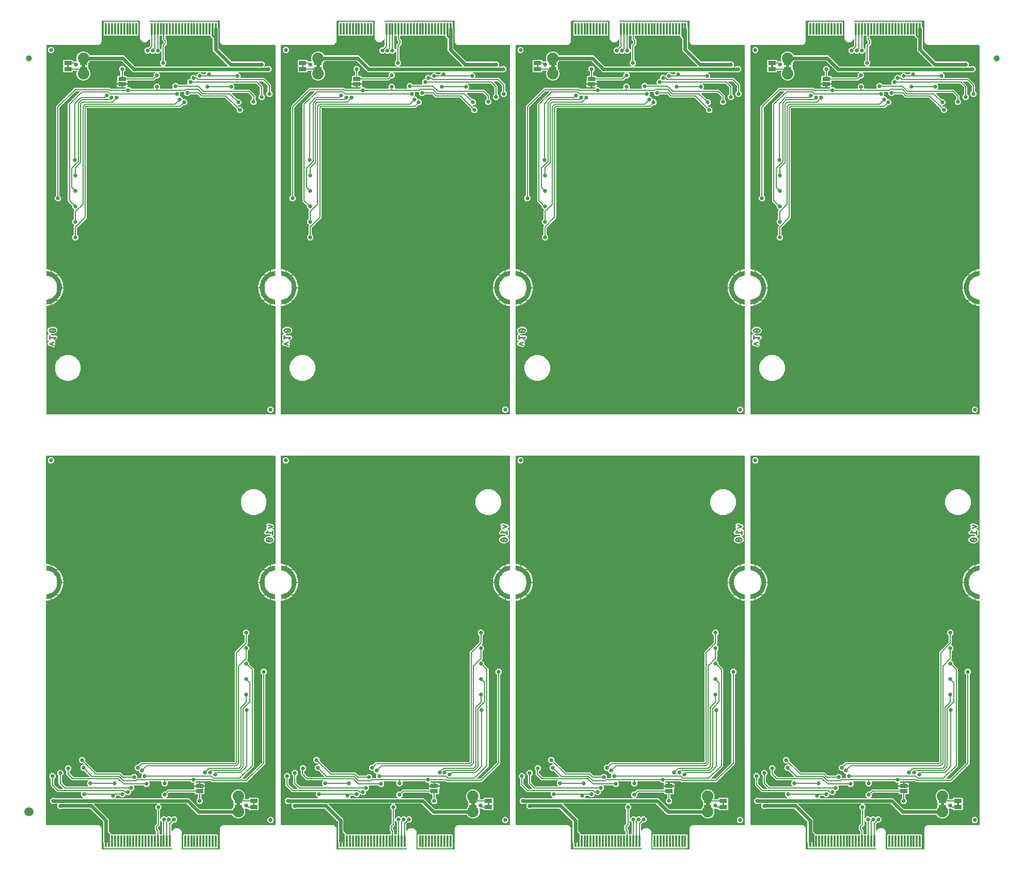
<source format=gbl>
G04 EAGLE Gerber RS-274X export*
G75*
%MOMM*%
%FSLAX34Y34*%
%LPD*%
%INBottom Copper*%
%IPPOS*%
%AMOC8*
5,1,8,0,0,1.08239X$1,22.5*%
G01*
%ADD10C,0.254000*%
%ADD11C,0.635000*%
%ADD12R,1.270000X0.635000*%
%ADD13C,1.879600*%
%ADD14R,1.270000X0.660400*%
%ADD15R,0.350000X1.950000*%
%ADD16C,0.660400*%
%ADD17C,0.203200*%
%ADD18C,1.000000*%
%ADD19C,1.500000*%
%ADD20C,0.177800*%
%ADD21C,0.558800*%
%ADD22C,0.304800*%

G36*
X977625Y2032D02*
X977625Y2032D01*
X977645Y2030D01*
X977746Y2052D01*
X977848Y2068D01*
X977866Y2078D01*
X977885Y2082D01*
X977974Y2135D01*
X978066Y2184D01*
X978079Y2198D01*
X978096Y2208D01*
X978164Y2287D01*
X978235Y2362D01*
X978243Y2380D01*
X978256Y2395D01*
X978295Y2491D01*
X978339Y2585D01*
X978341Y2605D01*
X978348Y2623D01*
X978367Y2790D01*
X978367Y2960D01*
X978363Y2980D01*
X978366Y2999D01*
X978344Y3101D01*
X978327Y3203D01*
X978318Y3220D01*
X978313Y3240D01*
X978260Y3329D01*
X978212Y3420D01*
X978197Y3434D01*
X978187Y3451D01*
X978108Y3518D01*
X978033Y3590D01*
X978015Y3598D01*
X978000Y3611D01*
X977904Y3650D01*
X977810Y3693D01*
X977791Y3695D01*
X977772Y3703D01*
X977605Y3721D01*
X867659Y3721D01*
X866617Y4763D01*
X866617Y11997D01*
X866602Y12087D01*
X866595Y12178D01*
X866582Y12207D01*
X866577Y12239D01*
X866534Y12320D01*
X866499Y12404D01*
X866473Y12436D01*
X866462Y12457D01*
X866438Y12479D01*
X866394Y12535D01*
X865573Y13356D01*
X865573Y47151D01*
X865558Y47241D01*
X865551Y47332D01*
X865538Y47361D01*
X865533Y47393D01*
X865490Y47474D01*
X865455Y47558D01*
X865429Y47590D01*
X865418Y47611D01*
X865395Y47633D01*
X865350Y47689D01*
X844174Y68864D01*
X844100Y68917D01*
X844031Y68977D01*
X844001Y68989D01*
X843975Y69008D01*
X843888Y69035D01*
X843803Y69069D01*
X843762Y69073D01*
X843739Y69080D01*
X843707Y69079D01*
X843636Y69087D01*
X798227Y69087D01*
X798137Y69073D01*
X798046Y69065D01*
X798016Y69053D01*
X797984Y69048D01*
X797904Y69005D01*
X797820Y68969D01*
X797788Y68943D01*
X797767Y68932D01*
X797745Y68909D01*
X797689Y68864D01*
X797150Y68325D01*
X792941Y68325D01*
X789965Y71301D01*
X789965Y75510D01*
X790116Y75662D01*
X790158Y75720D01*
X790207Y75772D01*
X790229Y75819D01*
X790259Y75861D01*
X790281Y75930D01*
X790311Y75995D01*
X790316Y76047D01*
X790332Y76097D01*
X790330Y76168D01*
X790338Y76239D01*
X790327Y76290D01*
X790325Y76342D01*
X790301Y76410D01*
X790286Y76480D01*
X790259Y76525D01*
X790241Y76573D01*
X790196Y76629D01*
X790159Y76691D01*
X790120Y76725D01*
X790087Y76765D01*
X790027Y76804D01*
X789973Y76851D01*
X789924Y76870D01*
X789880Y76898D01*
X789811Y76916D01*
X789744Y76943D01*
X789673Y76951D01*
X789642Y76959D01*
X789619Y76957D01*
X789578Y76961D01*
X786797Y76961D01*
X786707Y76947D01*
X786616Y76939D01*
X786586Y76927D01*
X786554Y76922D01*
X786474Y76879D01*
X786390Y76843D01*
X786358Y76817D01*
X786337Y76806D01*
X786315Y76783D01*
X786259Y76738D01*
X785720Y76199D01*
X781511Y76199D01*
X778535Y79175D01*
X778535Y83385D01*
X781511Y86361D01*
X785720Y86361D01*
X785751Y86330D01*
X785825Y86277D01*
X785894Y86217D01*
X785925Y86205D01*
X785951Y86186D01*
X786038Y86159D01*
X786123Y86125D01*
X786163Y86121D01*
X786186Y86114D01*
X786218Y86115D01*
X786289Y86107D01*
X831806Y86107D01*
X831876Y86118D01*
X831948Y86120D01*
X831997Y86138D01*
X832048Y86146D01*
X832112Y86180D01*
X832179Y86205D01*
X832220Y86237D01*
X832266Y86262D01*
X832315Y86314D01*
X832371Y86358D01*
X832399Y86402D01*
X832435Y86440D01*
X832465Y86505D01*
X832504Y86565D01*
X832517Y86616D01*
X832539Y86663D01*
X832547Y86734D01*
X832564Y86804D01*
X832560Y86856D01*
X832566Y86907D01*
X832551Y86978D01*
X832545Y87049D01*
X832525Y87097D01*
X832514Y87148D01*
X832477Y87209D01*
X832449Y87275D01*
X832404Y87331D01*
X832387Y87359D01*
X832370Y87374D01*
X832344Y87406D01*
X829335Y90415D01*
X829335Y94624D01*
X829422Y94712D01*
X829464Y94770D01*
X829513Y94822D01*
X829535Y94869D01*
X829565Y94911D01*
X829587Y94980D01*
X829617Y95045D01*
X829622Y95097D01*
X829638Y95147D01*
X829636Y95218D01*
X829644Y95289D01*
X829633Y95340D01*
X829631Y95392D01*
X829607Y95460D01*
X829592Y95530D01*
X829565Y95575D01*
X829547Y95623D01*
X829502Y95679D01*
X829465Y95741D01*
X829426Y95775D01*
X829393Y95815D01*
X829333Y95854D01*
X829279Y95901D01*
X829230Y95920D01*
X829186Y95948D01*
X829117Y95966D01*
X829050Y95993D01*
X828979Y96001D01*
X828948Y96009D01*
X828925Y96007D01*
X828884Y96011D01*
X790511Y96011D01*
X779678Y106845D01*
X779678Y117087D01*
X779663Y117177D01*
X779656Y117268D01*
X779643Y117298D01*
X779638Y117330D01*
X779595Y117411D01*
X779560Y117495D01*
X779534Y117527D01*
X779523Y117547D01*
X779500Y117569D01*
X779455Y117625D01*
X777265Y119815D01*
X777265Y124025D01*
X780241Y127001D01*
X784450Y127001D01*
X787426Y124025D01*
X787426Y119815D01*
X785236Y117625D01*
X785183Y117551D01*
X785124Y117482D01*
X785111Y117452D01*
X785093Y117426D01*
X785066Y117339D01*
X785032Y117254D01*
X785027Y117213D01*
X785020Y117191D01*
X785021Y117158D01*
X785013Y117087D01*
X785013Y109370D01*
X785020Y109329D01*
X785020Y109326D01*
X785023Y109308D01*
X785028Y109280D01*
X785035Y109189D01*
X785048Y109160D01*
X785053Y109128D01*
X785069Y109097D01*
X785072Y109085D01*
X785098Y109041D01*
X785131Y108963D01*
X785157Y108931D01*
X785168Y108910D01*
X785187Y108892D01*
X785198Y108874D01*
X785212Y108862D01*
X785236Y108832D01*
X792498Y101570D01*
X792572Y101517D01*
X792642Y101457D01*
X792672Y101445D01*
X792698Y101426D01*
X792785Y101399D01*
X792870Y101365D01*
X792911Y101361D01*
X792933Y101354D01*
X792965Y101355D01*
X793037Y101347D01*
X798578Y101347D01*
X798649Y101358D01*
X798721Y101360D01*
X798770Y101378D01*
X798821Y101386D01*
X798884Y101420D01*
X798952Y101445D01*
X798992Y101477D01*
X799038Y101502D01*
X799088Y101554D01*
X799144Y101598D01*
X799172Y101642D01*
X799208Y101680D01*
X799238Y101745D01*
X799277Y101805D01*
X799289Y101856D01*
X799311Y101903D01*
X799319Y101974D01*
X799337Y102044D01*
X799333Y102096D01*
X799338Y102147D01*
X799323Y102218D01*
X799318Y102289D01*
X799297Y102337D01*
X799286Y102388D01*
X799249Y102449D01*
X799221Y102515D01*
X799176Y102571D01*
X799160Y102599D01*
X799142Y102614D01*
X799116Y102646D01*
X794163Y107599D01*
X792378Y109385D01*
X792378Y122167D01*
X792363Y122257D01*
X792356Y122348D01*
X792343Y122378D01*
X792338Y122410D01*
X792295Y122491D01*
X792260Y122575D01*
X792234Y122607D01*
X792223Y122627D01*
X792200Y122649D01*
X792155Y122705D01*
X789965Y124895D01*
X789965Y129105D01*
X792941Y132081D01*
X797150Y132081D01*
X800126Y129105D01*
X800126Y124895D01*
X797936Y122705D01*
X797883Y122631D01*
X797824Y122562D01*
X797811Y122532D01*
X797793Y122506D01*
X797766Y122419D01*
X797732Y122334D01*
X797727Y122293D01*
X797720Y122271D01*
X797721Y122238D01*
X797713Y122167D01*
X797713Y111910D01*
X797728Y111820D01*
X797735Y111729D01*
X797748Y111700D01*
X797753Y111668D01*
X797796Y111587D01*
X797831Y111503D01*
X797857Y111471D01*
X797868Y111450D01*
X797891Y111428D01*
X797936Y111372D01*
X803547Y105761D01*
X803621Y105708D01*
X803691Y105648D01*
X803721Y105636D01*
X803747Y105617D01*
X803834Y105590D01*
X803919Y105556D01*
X803960Y105552D01*
X803982Y105545D01*
X804014Y105546D01*
X804086Y105538D01*
X840505Y105538D01*
X840575Y105549D01*
X840647Y105551D01*
X840696Y105569D01*
X840747Y105577D01*
X840811Y105611D01*
X840878Y105636D01*
X840919Y105668D01*
X840965Y105693D01*
X841014Y105745D01*
X841070Y105789D01*
X841098Y105833D01*
X841134Y105871D01*
X841164Y105936D01*
X841203Y105996D01*
X841216Y106047D01*
X841238Y106094D01*
X841246Y106165D01*
X841263Y106235D01*
X841259Y106287D01*
X841265Y106338D01*
X841250Y106409D01*
X841244Y106480D01*
X841224Y106528D01*
X841213Y106579D01*
X841176Y106640D01*
X841148Y106706D01*
X841103Y106762D01*
X841086Y106790D01*
X841069Y106805D01*
X841065Y106811D01*
X841061Y106815D01*
X841043Y106837D01*
X839495Y108385D01*
X839495Y112595D01*
X841043Y114143D01*
X841085Y114201D01*
X841134Y114253D01*
X841156Y114300D01*
X841186Y114342D01*
X841208Y114411D01*
X841238Y114476D01*
X841243Y114528D01*
X841259Y114578D01*
X841257Y114649D01*
X841265Y114720D01*
X841254Y114771D01*
X841252Y114823D01*
X841228Y114891D01*
X841213Y114961D01*
X841186Y115006D01*
X841168Y115054D01*
X841123Y115110D01*
X841086Y115172D01*
X841047Y115206D01*
X841014Y115246D01*
X840954Y115285D01*
X840900Y115332D01*
X840851Y115351D01*
X840807Y115379D01*
X840738Y115397D01*
X840671Y115424D01*
X840600Y115432D01*
X840569Y115440D01*
X840546Y115438D01*
X840505Y115442D01*
X814260Y115442D01*
X805078Y124625D01*
X805078Y130609D01*
X805063Y130699D01*
X805056Y130790D01*
X805043Y130819D01*
X805038Y130851D01*
X804995Y130932D01*
X804960Y131016D01*
X804934Y131048D01*
X804923Y131069D01*
X804899Y131091D01*
X804855Y131147D01*
X803075Y132926D01*
X803075Y137135D01*
X806052Y140111D01*
X810261Y140111D01*
X813237Y137135D01*
X813237Y132926D01*
X810636Y130325D01*
X810583Y130252D01*
X810524Y130182D01*
X810511Y130152D01*
X810493Y130126D01*
X810466Y130039D01*
X810432Y129954D01*
X810427Y129913D01*
X810420Y129891D01*
X810421Y129858D01*
X810413Y129787D01*
X810413Y127150D01*
X810428Y127060D01*
X810435Y126969D01*
X810448Y126940D01*
X810453Y126908D01*
X810496Y126827D01*
X810531Y126743D01*
X810557Y126711D01*
X810568Y126690D01*
X810591Y126668D01*
X810636Y126612D01*
X816247Y121001D01*
X816321Y120948D01*
X816391Y120888D01*
X816421Y120876D01*
X816447Y120857D01*
X816534Y120830D01*
X816619Y120796D01*
X816660Y120792D01*
X816682Y120785D01*
X816714Y120786D01*
X816786Y120778D01*
X842647Y120778D01*
X842718Y120789D01*
X842790Y120791D01*
X842839Y120809D01*
X842890Y120817D01*
X842953Y120851D01*
X843021Y120876D01*
X843061Y120908D01*
X843107Y120933D01*
X843157Y120985D01*
X843213Y121029D01*
X843241Y121073D01*
X843277Y121111D01*
X843307Y121176D01*
X843346Y121236D01*
X843358Y121287D01*
X843380Y121334D01*
X843388Y121405D01*
X843406Y121475D01*
X843402Y121527D01*
X843407Y121578D01*
X843392Y121649D01*
X843387Y121720D01*
X843366Y121768D01*
X843355Y121819D01*
X843318Y121880D01*
X843290Y121946D01*
X843245Y122002D01*
X843229Y122030D01*
X843224Y122034D01*
X843223Y122036D01*
X843209Y122048D01*
X843185Y122077D01*
X834676Y130586D01*
X834602Y130639D01*
X834533Y130699D01*
X834503Y130711D01*
X834477Y130730D01*
X834390Y130757D01*
X834305Y130791D01*
X834264Y130795D01*
X834242Y130802D01*
X834209Y130801D01*
X834138Y130809D01*
X831041Y130809D01*
X828065Y133785D01*
X828065Y137995D01*
X831041Y140971D01*
X832614Y140971D01*
X832685Y140982D01*
X832757Y140984D01*
X832806Y141002D01*
X832857Y141010D01*
X832920Y141044D01*
X832988Y141069D01*
X833028Y141101D01*
X833074Y141126D01*
X833124Y141178D01*
X833180Y141222D01*
X833208Y141266D01*
X833244Y141304D01*
X833274Y141369D01*
X833313Y141429D01*
X833325Y141480D01*
X833347Y141527D01*
X833355Y141598D01*
X833373Y141668D01*
X833369Y141720D01*
X833374Y141771D01*
X833359Y141842D01*
X833354Y141913D01*
X833333Y141961D01*
X833322Y142012D01*
X833285Y142073D01*
X833257Y142139D01*
X833212Y142195D01*
X833196Y142223D01*
X833178Y142238D01*
X833152Y142270D01*
X832136Y143286D01*
X832062Y143339D01*
X831993Y143399D01*
X831963Y143411D01*
X831937Y143430D01*
X831850Y143457D01*
X831765Y143491D01*
X831724Y143495D01*
X831702Y143502D01*
X831669Y143501D01*
X831598Y143509D01*
X828501Y143509D01*
X825525Y146485D01*
X825525Y150695D01*
X828501Y153671D01*
X832710Y153671D01*
X835686Y150695D01*
X835686Y147597D01*
X835701Y147507D01*
X835708Y147416D01*
X835721Y147387D01*
X835726Y147355D01*
X835769Y147274D01*
X835804Y147190D01*
X835830Y147158D01*
X835841Y147137D01*
X835864Y147115D01*
X835909Y147059D01*
X854855Y128113D01*
X854929Y128060D01*
X854999Y128000D01*
X855029Y127988D01*
X855055Y127969D01*
X855142Y127942D01*
X855227Y127908D01*
X855268Y127904D01*
X855290Y127897D01*
X855322Y127898D01*
X855394Y127890D01*
X894346Y127890D01*
X896132Y126104D01*
X898695Y123541D01*
X898769Y123488D01*
X898839Y123428D01*
X898869Y123416D01*
X898895Y123397D01*
X898982Y123370D01*
X899067Y123336D01*
X899108Y123332D01*
X899130Y123325D01*
X899162Y123326D01*
X899234Y123318D01*
X911844Y123318D01*
X911934Y123332D01*
X912025Y123340D01*
X912054Y123352D01*
X912086Y123357D01*
X912167Y123400D01*
X912251Y123436D01*
X912283Y123462D01*
X912304Y123473D01*
X912326Y123496D01*
X912382Y123541D01*
X914572Y125731D01*
X918781Y125731D01*
X921757Y122755D01*
X921757Y119368D01*
X921760Y119348D01*
X921758Y119328D01*
X921780Y119227D01*
X921797Y119125D01*
X921806Y119107D01*
X921810Y119088D01*
X921864Y118999D01*
X921912Y118908D01*
X921926Y118894D01*
X921937Y118877D01*
X922015Y118809D01*
X922090Y118738D01*
X922108Y118730D01*
X922124Y118717D01*
X922220Y118678D01*
X922313Y118635D01*
X922333Y118632D01*
X922352Y118625D01*
X922518Y118606D01*
X928117Y118606D01*
X928188Y118618D01*
X928259Y118620D01*
X928308Y118638D01*
X928360Y118646D01*
X928423Y118680D01*
X928490Y118704D01*
X928531Y118737D01*
X928577Y118761D01*
X928626Y118813D01*
X928682Y118858D01*
X928711Y118902D01*
X928746Y118940D01*
X928777Y119005D01*
X928815Y119065D01*
X928828Y119115D01*
X928850Y119163D01*
X928858Y119234D01*
X928875Y119304D01*
X928871Y119355D01*
X928877Y119407D01*
X928862Y119477D01*
X928856Y119549D01*
X928836Y119597D01*
X928825Y119648D01*
X928788Y119709D01*
X928760Y119775D01*
X928715Y119831D01*
X928699Y119859D01*
X928681Y119874D01*
X928655Y119906D01*
X928534Y120028D01*
X928534Y124236D01*
X928939Y124642D01*
X928981Y124700D01*
X929030Y124752D01*
X929052Y124799D01*
X929082Y124841D01*
X929104Y124910D01*
X929134Y124975D01*
X929139Y125027D01*
X929155Y125077D01*
X929153Y125148D01*
X929161Y125219D01*
X929150Y125270D01*
X929148Y125322D01*
X929124Y125390D01*
X929109Y125460D01*
X929082Y125505D01*
X929064Y125553D01*
X929019Y125609D01*
X928982Y125671D01*
X928943Y125705D01*
X928910Y125745D01*
X928850Y125784D01*
X928796Y125831D01*
X928747Y125850D01*
X928703Y125878D01*
X928634Y125896D01*
X928567Y125923D01*
X928496Y125931D01*
X928465Y125939D01*
X928442Y125937D01*
X928401Y125941D01*
X926927Y125941D01*
X923951Y128917D01*
X923951Y130048D01*
X923947Y130068D01*
X923950Y130087D01*
X923928Y130189D01*
X923911Y130291D01*
X923902Y130308D01*
X923897Y130328D01*
X923844Y130417D01*
X923796Y130508D01*
X923781Y130522D01*
X923771Y130539D01*
X923692Y130606D01*
X923617Y130678D01*
X923599Y130686D01*
X923584Y130699D01*
X923488Y130738D01*
X923394Y130781D01*
X923375Y130783D01*
X923356Y130791D01*
X923189Y130809D01*
X919941Y130809D01*
X916965Y133785D01*
X916965Y137995D01*
X919941Y140971D01*
X923038Y140971D01*
X923128Y140985D01*
X923219Y140993D01*
X923249Y141005D01*
X923281Y141010D01*
X923362Y141053D01*
X923445Y141089D01*
X923478Y141115D01*
X923498Y141126D01*
X923520Y141149D01*
X923576Y141194D01*
X927375Y144993D01*
X1080781Y144993D01*
X1080871Y145007D01*
X1080962Y145015D01*
X1080992Y145027D01*
X1081024Y145032D01*
X1081104Y145075D01*
X1081188Y145111D01*
X1081220Y145137D01*
X1081241Y145147D01*
X1081263Y145171D01*
X1081319Y145216D01*
X1081538Y145434D01*
X1081591Y145508D01*
X1081650Y145577D01*
X1081662Y145608D01*
X1081681Y145634D01*
X1081708Y145721D01*
X1081742Y145806D01*
X1081747Y145847D01*
X1081754Y145869D01*
X1081753Y145901D01*
X1081761Y145972D01*
X1081761Y325830D01*
X1097255Y341324D01*
X1097308Y341398D01*
X1097367Y341467D01*
X1097379Y341497D01*
X1097398Y341523D01*
X1097425Y341610D01*
X1097459Y341695D01*
X1097464Y341736D01*
X1097471Y341758D01*
X1097470Y341791D01*
X1097478Y341862D01*
X1097478Y352567D01*
X1097463Y352657D01*
X1097456Y352748D01*
X1097443Y352778D01*
X1097438Y352810D01*
X1097395Y352891D01*
X1097360Y352974D01*
X1097334Y353007D01*
X1097323Y353027D01*
X1097299Y353049D01*
X1097255Y353105D01*
X1095065Y355295D01*
X1095065Y359505D01*
X1098041Y362481D01*
X1102250Y362481D01*
X1105226Y359505D01*
X1105226Y355295D01*
X1103036Y353105D01*
X1102983Y353032D01*
X1102924Y352962D01*
X1102911Y352932D01*
X1102893Y352906D01*
X1102866Y352819D01*
X1102832Y352734D01*
X1102827Y352693D01*
X1102820Y352671D01*
X1102821Y352638D01*
X1102813Y352567D01*
X1102813Y339337D01*
X1101857Y338380D01*
X1101815Y338322D01*
X1101766Y338270D01*
X1101744Y338223D01*
X1101713Y338181D01*
X1101692Y338112D01*
X1101662Y338047D01*
X1101656Y337995D01*
X1101641Y337945D01*
X1101643Y337874D01*
X1101635Y337803D01*
X1101646Y337752D01*
X1101647Y337700D01*
X1101672Y337632D01*
X1101687Y337562D01*
X1101714Y337517D01*
X1101732Y337469D01*
X1101777Y337413D01*
X1101813Y337351D01*
X1101853Y337317D01*
X1101885Y337277D01*
X1101946Y337238D01*
X1102000Y337191D01*
X1102049Y337172D01*
X1102092Y337144D01*
X1102162Y337126D01*
X1102228Y337099D01*
X1102232Y337099D01*
X1105226Y334105D01*
X1105226Y329895D01*
X1103036Y327705D01*
X1102983Y327632D01*
X1102924Y327562D01*
X1102911Y327532D01*
X1102893Y327506D01*
X1102866Y327419D01*
X1102832Y327334D01*
X1102827Y327293D01*
X1102820Y327271D01*
X1102821Y327238D01*
X1102813Y327167D01*
X1102813Y313936D01*
X1101857Y312980D01*
X1101815Y312922D01*
X1101766Y312870D01*
X1101744Y312823D01*
X1101713Y312781D01*
X1101692Y312712D01*
X1101662Y312647D01*
X1101656Y312595D01*
X1101641Y312545D01*
X1101643Y312474D01*
X1101635Y312403D01*
X1101646Y312352D01*
X1101647Y312300D01*
X1101672Y312232D01*
X1101687Y312162D01*
X1101714Y312117D01*
X1101732Y312069D01*
X1101777Y312013D01*
X1101813Y311951D01*
X1101853Y311917D01*
X1101886Y311877D01*
X1101946Y311838D01*
X1102000Y311791D01*
X1102049Y311772D01*
X1102092Y311744D01*
X1102162Y311726D01*
X1102228Y311699D01*
X1102232Y311699D01*
X1105226Y308705D01*
X1105226Y305969D01*
X1105241Y305879D01*
X1105248Y305788D01*
X1105261Y305758D01*
X1105266Y305726D01*
X1105309Y305645D01*
X1105344Y305562D01*
X1105370Y305529D01*
X1105381Y305509D01*
X1105404Y305487D01*
X1105449Y305431D01*
X1112702Y298178D01*
X1112702Y138297D01*
X1093307Y118902D01*
X1093266Y118844D01*
X1093216Y118792D01*
X1093194Y118745D01*
X1093164Y118703D01*
X1093143Y118634D01*
X1093113Y118569D01*
X1093107Y118517D01*
X1093091Y118467D01*
X1093093Y118396D01*
X1093085Y118325D01*
X1093097Y118274D01*
X1093098Y118222D01*
X1093122Y118154D01*
X1093138Y118084D01*
X1093164Y118039D01*
X1093182Y117991D01*
X1093227Y117935D01*
X1093264Y117873D01*
X1093303Y117839D01*
X1093336Y117799D01*
X1093396Y117760D01*
X1093451Y117713D01*
X1093499Y117694D01*
X1093543Y117666D01*
X1093612Y117648D01*
X1093679Y117621D01*
X1093750Y117613D01*
X1093781Y117605D01*
X1093805Y117607D01*
X1093846Y117603D01*
X1099176Y117603D01*
X1099266Y117617D01*
X1099357Y117625D01*
X1099387Y117637D01*
X1099419Y117642D01*
X1099500Y117685D01*
X1099583Y117721D01*
X1099616Y117747D01*
X1099636Y117758D01*
X1099658Y117781D01*
X1099714Y117826D01*
X1126165Y144276D01*
X1126218Y144350D01*
X1126277Y144419D01*
X1126289Y144450D01*
X1126308Y144476D01*
X1126335Y144563D01*
X1126369Y144648D01*
X1126374Y144689D01*
X1126381Y144711D01*
X1126380Y144743D01*
X1126388Y144814D01*
X1126388Y288537D01*
X1126373Y288627D01*
X1126366Y288718D01*
X1126353Y288748D01*
X1126348Y288780D01*
X1126305Y288861D01*
X1126270Y288944D01*
X1126244Y288977D01*
X1126233Y288997D01*
X1126209Y289019D01*
X1126165Y289075D01*
X1123975Y291265D01*
X1123975Y295475D01*
X1126951Y298451D01*
X1131160Y298451D01*
X1134136Y295475D01*
X1134136Y291265D01*
X1131946Y289075D01*
X1131893Y289002D01*
X1131834Y288932D01*
X1131821Y288902D01*
X1131803Y288876D01*
X1131776Y288789D01*
X1131742Y288704D01*
X1131737Y288663D01*
X1131730Y288641D01*
X1131731Y288608D01*
X1131723Y288537D01*
X1131723Y142289D01*
X1129938Y140503D01*
X1129937Y140503D01*
X1103487Y114053D01*
X1101701Y112267D01*
X1043995Y112267D01*
X1043214Y113048D01*
X1043140Y113101D01*
X1043071Y113161D01*
X1043041Y113173D01*
X1043014Y113192D01*
X1042927Y113218D01*
X1042843Y113253D01*
X1042802Y113257D01*
X1042779Y113264D01*
X1042747Y113263D01*
X1042676Y113271D01*
X1018398Y113271D01*
X1018308Y113256D01*
X1018217Y113249D01*
X1018187Y113237D01*
X1018155Y113231D01*
X1018075Y113189D01*
X1017991Y113153D01*
X1017959Y113127D01*
X1017938Y113116D01*
X1017916Y113093D01*
X1017860Y113048D01*
X1017491Y112679D01*
X1017449Y112621D01*
X1017400Y112569D01*
X1017378Y112522D01*
X1017348Y112480D01*
X1017327Y112411D01*
X1017296Y112346D01*
X1017291Y112294D01*
X1017275Y112244D01*
X1017277Y112173D01*
X1017269Y112102D01*
X1017280Y112051D01*
X1017282Y111999D01*
X1017306Y111931D01*
X1017321Y111861D01*
X1017348Y111817D01*
X1017366Y111768D01*
X1017411Y111712D01*
X1017448Y111650D01*
X1017487Y111616D01*
X1017520Y111576D01*
X1017580Y111537D01*
X1017635Y111490D01*
X1017683Y111471D01*
X1017727Y111443D01*
X1017796Y111425D01*
X1017863Y111398D01*
X1017934Y111390D01*
X1017965Y111382D01*
X1017988Y111384D01*
X1018029Y111380D01*
X1022122Y111380D01*
X1022122Y107187D01*
X1014755Y107187D01*
X1014755Y109173D01*
X1014949Y109900D01*
X1014961Y110019D01*
X1014974Y110136D01*
X1014973Y110140D01*
X1014974Y110144D01*
X1014947Y110259D01*
X1014922Y110377D01*
X1014920Y110380D01*
X1014919Y110384D01*
X1014857Y110485D01*
X1014796Y110588D01*
X1014793Y110590D01*
X1014790Y110594D01*
X1014700Y110670D01*
X1014609Y110748D01*
X1014605Y110749D01*
X1014602Y110752D01*
X1014493Y110794D01*
X1014381Y110840D01*
X1014376Y110840D01*
X1014373Y110841D01*
X1014359Y110842D01*
X1014214Y110858D01*
X1011461Y110858D01*
X1009271Y113048D01*
X1009197Y113101D01*
X1009127Y113161D01*
X1009097Y113173D01*
X1009071Y113192D01*
X1008984Y113218D01*
X1008899Y113253D01*
X1008858Y113257D01*
X1008836Y113264D01*
X1008804Y113263D01*
X1008733Y113271D01*
X972337Y113271D01*
X972318Y113268D01*
X972298Y113270D01*
X972197Y113248D01*
X972095Y113231D01*
X972077Y113222D01*
X972058Y113218D01*
X971969Y113165D01*
X971877Y113116D01*
X971864Y113102D01*
X971846Y113092D01*
X971779Y113013D01*
X971708Y112938D01*
X971700Y112920D01*
X971687Y112905D01*
X971648Y112808D01*
X971604Y112715D01*
X971602Y112695D01*
X971595Y112676D01*
X971576Y112510D01*
X971576Y108385D01*
X968600Y105409D01*
X964391Y105409D01*
X961415Y108385D01*
X961415Y112510D01*
X961411Y112529D01*
X961414Y112549D01*
X961392Y112650D01*
X961375Y112753D01*
X961366Y112770D01*
X961361Y112790D01*
X961308Y112879D01*
X961260Y112970D01*
X961245Y112984D01*
X961235Y113001D01*
X961156Y113068D01*
X961081Y113139D01*
X961063Y113148D01*
X961048Y113161D01*
X960952Y113199D01*
X960858Y113243D01*
X960839Y113245D01*
X960820Y113253D01*
X960653Y113271D01*
X941415Y113271D01*
X941345Y113259D01*
X941273Y113258D01*
X941224Y113240D01*
X941173Y113231D01*
X941109Y113198D01*
X941042Y113173D01*
X941001Y113141D01*
X940955Y113116D01*
X940906Y113064D01*
X940850Y113019D01*
X940822Y112976D01*
X940786Y112938D01*
X940756Y112873D01*
X940717Y112812D01*
X940704Y112762D01*
X940682Y112715D01*
X940674Y112644D01*
X940657Y112574D01*
X940661Y112522D01*
X940655Y112470D01*
X940670Y112400D01*
X940676Y112329D01*
X940696Y112281D01*
X940707Y112230D01*
X940744Y112168D01*
X940772Y112102D01*
X940817Y112046D01*
X940834Y112019D01*
X940851Y112004D01*
X940877Y111971D01*
X941524Y111325D01*
X941524Y107115D01*
X938548Y104139D01*
X934339Y104139D01*
X932149Y106329D01*
X932075Y106382D01*
X932005Y106442D01*
X931975Y106454D01*
X931949Y106473D01*
X931862Y106500D01*
X931777Y106534D01*
X931736Y106538D01*
X931714Y106545D01*
X931682Y106544D01*
X931611Y106552D01*
X917017Y106552D01*
X916946Y106541D01*
X916875Y106539D01*
X916826Y106521D01*
X916774Y106513D01*
X916711Y106479D01*
X916644Y106454D01*
X916603Y106422D01*
X916557Y106397D01*
X916508Y106345D01*
X916452Y106301D01*
X916424Y106257D01*
X916388Y106219D01*
X916357Y106154D01*
X916319Y106094D01*
X916306Y106043D01*
X916284Y105996D01*
X916276Y105925D01*
X916259Y105855D01*
X916263Y105803D01*
X916257Y105752D01*
X916272Y105681D01*
X916278Y105610D01*
X916298Y105562D01*
X916309Y105511D01*
X916346Y105450D01*
X916374Y105384D01*
X916419Y105328D01*
X916435Y105300D01*
X916453Y105285D01*
X916479Y105253D01*
X916757Y104974D01*
X916757Y100765D01*
X913781Y97789D01*
X912331Y97789D01*
X912311Y97786D01*
X912291Y97788D01*
X912190Y97766D01*
X912088Y97750D01*
X912071Y97740D01*
X912051Y97736D01*
X911962Y97683D01*
X911871Y97634D01*
X911857Y97620D01*
X911840Y97610D01*
X911773Y97531D01*
X911701Y97456D01*
X911693Y97438D01*
X911680Y97423D01*
X911641Y97327D01*
X911598Y97233D01*
X911596Y97213D01*
X911588Y97195D01*
X911570Y97028D01*
X911570Y94099D01*
X908593Y91123D01*
X904384Y91123D01*
X903026Y92482D01*
X902967Y92523D01*
X902915Y92573D01*
X902868Y92595D01*
X902826Y92625D01*
X902757Y92646D01*
X902692Y92676D01*
X902641Y92682D01*
X902591Y92697D01*
X902519Y92696D01*
X902448Y92703D01*
X902397Y92692D01*
X902345Y92691D01*
X902278Y92666D01*
X902208Y92651D01*
X902163Y92624D01*
X902114Y92607D01*
X902058Y92562D01*
X901996Y92525D01*
X901963Y92485D01*
X901922Y92453D01*
X901883Y92393D01*
X901837Y92338D01*
X901817Y92290D01*
X901789Y92246D01*
X901771Y92177D01*
X901745Y92110D01*
X901737Y92039D01*
X901729Y92007D01*
X901731Y91984D01*
X901726Y91943D01*
X901726Y90605D01*
X898750Y87629D01*
X894541Y87629D01*
X892541Y89629D01*
X892467Y89682D01*
X892397Y89742D01*
X892367Y89754D01*
X892341Y89773D01*
X892254Y89800D01*
X892169Y89834D01*
X892128Y89838D01*
X892106Y89845D01*
X892074Y89844D01*
X892003Y89852D01*
X887247Y89852D01*
X887228Y89849D01*
X887208Y89851D01*
X887107Y89829D01*
X887005Y89813D01*
X886987Y89803D01*
X886968Y89799D01*
X886879Y89746D01*
X886787Y89697D01*
X886774Y89683D01*
X886756Y89673D01*
X886689Y89594D01*
X886618Y89519D01*
X886610Y89501D01*
X886597Y89486D01*
X886558Y89390D01*
X886514Y89296D01*
X886512Y89276D01*
X886505Y89258D01*
X886486Y89091D01*
X886486Y88065D01*
X885827Y87406D01*
X885785Y87348D01*
X885736Y87296D01*
X885714Y87249D01*
X885683Y87207D01*
X885662Y87138D01*
X885632Y87073D01*
X885626Y87021D01*
X885611Y86971D01*
X885613Y86900D01*
X885605Y86829D01*
X885616Y86778D01*
X885617Y86726D01*
X885642Y86658D01*
X885657Y86588D01*
X885684Y86543D01*
X885702Y86495D01*
X885747Y86439D01*
X885783Y86377D01*
X885823Y86343D01*
X885856Y86303D01*
X885916Y86264D01*
X885970Y86217D01*
X886019Y86198D01*
X886062Y86170D01*
X886132Y86152D01*
X886198Y86125D01*
X886270Y86117D01*
X886301Y86109D01*
X886324Y86111D01*
X886365Y86107D01*
X962806Y86107D01*
X962876Y86118D01*
X962948Y86120D01*
X962997Y86138D01*
X963048Y86146D01*
X963112Y86180D01*
X963179Y86205D01*
X963220Y86237D01*
X963266Y86262D01*
X963315Y86314D01*
X963371Y86358D01*
X963399Y86402D01*
X963435Y86440D01*
X963465Y86505D01*
X963504Y86565D01*
X963517Y86616D01*
X963539Y86663D01*
X963547Y86734D01*
X963564Y86804D01*
X963560Y86856D01*
X963566Y86907D01*
X963551Y86978D01*
X963545Y87049D01*
X963525Y87097D01*
X963514Y87148D01*
X963477Y87209D01*
X963449Y87275D01*
X963404Y87331D01*
X963387Y87359D01*
X963370Y87374D01*
X963344Y87406D01*
X961415Y89335D01*
X961415Y93545D01*
X964391Y96521D01*
X967488Y96521D01*
X967578Y96535D01*
X967669Y96543D01*
X967699Y96555D01*
X967731Y96560D01*
X967812Y96603D01*
X967895Y96639D01*
X967928Y96665D01*
X967948Y96676D01*
X967970Y96699D01*
X968026Y96744D01*
X971486Y100204D01*
X1014363Y100204D01*
X1014457Y100219D01*
X1014552Y100228D01*
X1014577Y100239D01*
X1014605Y100243D01*
X1014689Y100288D01*
X1014777Y100326D01*
X1014798Y100345D01*
X1014823Y100359D01*
X1014888Y100428D01*
X1014959Y100492D01*
X1014973Y100516D01*
X1014992Y100537D01*
X1015032Y100623D01*
X1015079Y100707D01*
X1015084Y100734D01*
X1015096Y100760D01*
X1015106Y100855D01*
X1015124Y100948D01*
X1015120Y100976D01*
X1015123Y101004D01*
X1015102Y101098D01*
X1015089Y101192D01*
X1015075Y101224D01*
X1015070Y101245D01*
X1015056Y101270D01*
X1015055Y101271D01*
X1015052Y101276D01*
X1015022Y101346D01*
X1014928Y101508D01*
X1014755Y102155D01*
X1014755Y104141D01*
X1022883Y104141D01*
X1022903Y104144D01*
X1022923Y104142D01*
X1023024Y104164D01*
X1023126Y104181D01*
X1023144Y104190D01*
X1023163Y104194D01*
X1023252Y104247D01*
X1023343Y104296D01*
X1023357Y104310D01*
X1023374Y104320D01*
X1023442Y104399D01*
X1023513Y104474D01*
X1023521Y104492D01*
X1023534Y104507D01*
X1023573Y104603D01*
X1023616Y104697D01*
X1023619Y104717D01*
X1023626Y104735D01*
X1023645Y104902D01*
X1023645Y105665D01*
X1023646Y105665D01*
X1023646Y104902D01*
X1023649Y104882D01*
X1023647Y104863D01*
X1023669Y104761D01*
X1023686Y104659D01*
X1023695Y104642D01*
X1023700Y104622D01*
X1023753Y104533D01*
X1023801Y104442D01*
X1023816Y104428D01*
X1023826Y104411D01*
X1023904Y104344D01*
X1023979Y104273D01*
X1023997Y104264D01*
X1024013Y104251D01*
X1024109Y104212D01*
X1024203Y104169D01*
X1024222Y104167D01*
X1024241Y104159D01*
X1024408Y104141D01*
X1032536Y104141D01*
X1032536Y102155D01*
X1032363Y101508D01*
X1032029Y100929D01*
X1031997Y100898D01*
X1031944Y100824D01*
X1031885Y100754D01*
X1031872Y100724D01*
X1031854Y100698D01*
X1031827Y100611D01*
X1031793Y100526D01*
X1031788Y100485D01*
X1031781Y100463D01*
X1031782Y100431D01*
X1031774Y100359D01*
X1031774Y93624D01*
X1030732Y92582D01*
X1027074Y92582D01*
X1027055Y92579D01*
X1027035Y92581D01*
X1026934Y92559D01*
X1026832Y92543D01*
X1026814Y92533D01*
X1026795Y92529D01*
X1026706Y92476D01*
X1026614Y92427D01*
X1026601Y92413D01*
X1026583Y92403D01*
X1026516Y92324D01*
X1026445Y92249D01*
X1026437Y92231D01*
X1026424Y92216D01*
X1026385Y92120D01*
X1026341Y92026D01*
X1026339Y92006D01*
X1026332Y91988D01*
X1026313Y91821D01*
X1026313Y86113D01*
X1026328Y86023D01*
X1026335Y85932D01*
X1026348Y85902D01*
X1026353Y85870D01*
X1026396Y85789D01*
X1026431Y85706D01*
X1026457Y85673D01*
X1026468Y85653D01*
X1026491Y85631D01*
X1026536Y85575D01*
X1028726Y83385D01*
X1028726Y79175D01*
X1025750Y76199D01*
X1021541Y76199D01*
X1018565Y79175D01*
X1018565Y83385D01*
X1020755Y85575D01*
X1020808Y85648D01*
X1020867Y85718D01*
X1020879Y85748D01*
X1020898Y85774D01*
X1020925Y85861D01*
X1020959Y85946D01*
X1020964Y85987D01*
X1020971Y86009D01*
X1020970Y86042D01*
X1020978Y86113D01*
X1020978Y91821D01*
X1020974Y91841D01*
X1020977Y91860D01*
X1020955Y91962D01*
X1020938Y92064D01*
X1020929Y92081D01*
X1020924Y92101D01*
X1020871Y92190D01*
X1020823Y92281D01*
X1020808Y92295D01*
X1020798Y92312D01*
X1020719Y92379D01*
X1020644Y92451D01*
X1020626Y92459D01*
X1020611Y92472D01*
X1020515Y92511D01*
X1020421Y92554D01*
X1020402Y92556D01*
X1020383Y92564D01*
X1020216Y92582D01*
X1016559Y92582D01*
X1015517Y93624D01*
X1015517Y94107D01*
X1015513Y94127D01*
X1015516Y94146D01*
X1015494Y94248D01*
X1015477Y94350D01*
X1015468Y94367D01*
X1015463Y94387D01*
X1015410Y94476D01*
X1015362Y94567D01*
X1015347Y94581D01*
X1015337Y94598D01*
X1015258Y94665D01*
X1015183Y94737D01*
X1015165Y94745D01*
X1015150Y94758D01*
X1015054Y94797D01*
X1014960Y94840D01*
X1014941Y94842D01*
X1014922Y94850D01*
X1014755Y94868D01*
X974012Y94868D01*
X973922Y94854D01*
X973831Y94846D01*
X973801Y94834D01*
X973769Y94829D01*
X973688Y94786D01*
X973604Y94750D01*
X973572Y94724D01*
X973552Y94713D01*
X973529Y94690D01*
X973473Y94645D01*
X971799Y92971D01*
X971746Y92897D01*
X971687Y92828D01*
X971674Y92797D01*
X971656Y92771D01*
X971629Y92684D01*
X971595Y92599D01*
X971590Y92558D01*
X971583Y92536D01*
X971584Y92504D01*
X971576Y92433D01*
X971576Y89335D01*
X969647Y87406D01*
X969605Y87348D01*
X969556Y87296D01*
X969534Y87249D01*
X969503Y87207D01*
X969482Y87138D01*
X969452Y87073D01*
X969446Y87021D01*
X969431Y86971D01*
X969433Y86900D01*
X969425Y86829D01*
X969436Y86778D01*
X969437Y86726D01*
X969462Y86658D01*
X969477Y86588D01*
X969504Y86543D01*
X969522Y86495D01*
X969567Y86439D01*
X969603Y86377D01*
X969643Y86343D01*
X969676Y86303D01*
X969736Y86264D01*
X969790Y86217D01*
X969839Y86198D01*
X969882Y86170D01*
X969952Y86152D01*
X970018Y86125D01*
X970090Y86117D01*
X970121Y86109D01*
X970144Y86111D01*
X970185Y86107D01*
X1006236Y86107D01*
X1024047Y68296D01*
X1024120Y68243D01*
X1024190Y68183D01*
X1024220Y68171D01*
X1024246Y68152D01*
X1024333Y68125D01*
X1024418Y68091D01*
X1024459Y68087D01*
X1024481Y68080D01*
X1024514Y68081D01*
X1024585Y68073D01*
X1076433Y68073D01*
X1076548Y68092D01*
X1076664Y68109D01*
X1076670Y68111D01*
X1076676Y68112D01*
X1076779Y68167D01*
X1076883Y68220D01*
X1076888Y68225D01*
X1076893Y68228D01*
X1076973Y68312D01*
X1077056Y68396D01*
X1077059Y68402D01*
X1077063Y68406D01*
X1077071Y68423D01*
X1077137Y68543D01*
X1077670Y69831D01*
X1078794Y70955D01*
X1078847Y71029D01*
X1078906Y71098D01*
X1078918Y71128D01*
X1078937Y71154D01*
X1078964Y71241D01*
X1078998Y71326D01*
X1079003Y71367D01*
X1079010Y71389D01*
X1079009Y71422D01*
X1079017Y71493D01*
X1079017Y75032D01*
X1079647Y75662D01*
X1079658Y75678D01*
X1079674Y75690D01*
X1079730Y75778D01*
X1079790Y75861D01*
X1079796Y75880D01*
X1079807Y75897D01*
X1079832Y75998D01*
X1079863Y76097D01*
X1079862Y76116D01*
X1079867Y76136D01*
X1079859Y76239D01*
X1079856Y76342D01*
X1079849Y76361D01*
X1079848Y76381D01*
X1079807Y76476D01*
X1079772Y76573D01*
X1079759Y76589D01*
X1079751Y76607D01*
X1079647Y76738D01*
X1079017Y77368D01*
X1079017Y80907D01*
X1079002Y80997D01*
X1078995Y81088D01*
X1078982Y81118D01*
X1078977Y81150D01*
X1078934Y81231D01*
X1078899Y81314D01*
X1078873Y81347D01*
X1078862Y81367D01*
X1078839Y81389D01*
X1078794Y81445D01*
X1077670Y82569D01*
X1075969Y86677D01*
X1075969Y91123D01*
X1077670Y95231D01*
X1080814Y98375D01*
X1084922Y100077D01*
X1089369Y100077D01*
X1093477Y98375D01*
X1096621Y95231D01*
X1098322Y91123D01*
X1098322Y86677D01*
X1097628Y85000D01*
X1097617Y84956D01*
X1097598Y84914D01*
X1097589Y84837D01*
X1097572Y84761D01*
X1097576Y84715D01*
X1097571Y84670D01*
X1097587Y84593D01*
X1097595Y84516D01*
X1097613Y84474D01*
X1097623Y84429D01*
X1097663Y84362D01*
X1097695Y84291D01*
X1097726Y84257D01*
X1097749Y84218D01*
X1097808Y84167D01*
X1097861Y84110D01*
X1097901Y84088D01*
X1097936Y84058D01*
X1098008Y84029D01*
X1098077Y83992D01*
X1098122Y83983D01*
X1098164Y83966D01*
X1098300Y83951D01*
X1098319Y83948D01*
X1098324Y83949D01*
X1098331Y83948D01*
X1103655Y83948D01*
X1103675Y83951D01*
X1103695Y83949D01*
X1103796Y83971D01*
X1103898Y83987D01*
X1103916Y83997D01*
X1103935Y84001D01*
X1104024Y84054D01*
X1104116Y84103D01*
X1104129Y84117D01*
X1104146Y84127D01*
X1104214Y84206D01*
X1104285Y84281D01*
X1104293Y84299D01*
X1104306Y84314D01*
X1104345Y84410D01*
X1104389Y84504D01*
X1104391Y84524D01*
X1104398Y84542D01*
X1104417Y84709D01*
X1104417Y85446D01*
X1105459Y86488D01*
X1119632Y86488D01*
X1120674Y85446D01*
X1120674Y77368D01*
X1120044Y76738D01*
X1120033Y76722D01*
X1120017Y76710D01*
X1119961Y76622D01*
X1119901Y76539D01*
X1119895Y76520D01*
X1119884Y76503D01*
X1119859Y76402D01*
X1119828Y76303D01*
X1119829Y76284D01*
X1119824Y76264D01*
X1119832Y76161D01*
X1119835Y76058D01*
X1119842Y76039D01*
X1119843Y76019D01*
X1119883Y75924D01*
X1119919Y75827D01*
X1119932Y75811D01*
X1119939Y75793D01*
X1120044Y75662D01*
X1120674Y75032D01*
X1120674Y66954D01*
X1119632Y65912D01*
X1105459Y65912D01*
X1104417Y66954D01*
X1104417Y67564D01*
X1104413Y67584D01*
X1104416Y67603D01*
X1104394Y67705D01*
X1104377Y67807D01*
X1104368Y67824D01*
X1104363Y67844D01*
X1104310Y67933D01*
X1104262Y68024D01*
X1104247Y68038D01*
X1104237Y68055D01*
X1104158Y68122D01*
X1104083Y68194D01*
X1104065Y68202D01*
X1104050Y68215D01*
X1103954Y68254D01*
X1103860Y68297D01*
X1103841Y68299D01*
X1103822Y68307D01*
X1103655Y68325D01*
X1101407Y68325D01*
X1101376Y68356D01*
X1101302Y68409D01*
X1101233Y68469D01*
X1101203Y68481D01*
X1101177Y68500D01*
X1101090Y68527D01*
X1101005Y68561D01*
X1100964Y68565D01*
X1100942Y68572D01*
X1100909Y68571D01*
X1100838Y68579D01*
X1098278Y68579D01*
X1098233Y68572D01*
X1098187Y68574D01*
X1098112Y68552D01*
X1098036Y68540D01*
X1097995Y68518D01*
X1097951Y68505D01*
X1097887Y68461D01*
X1097818Y68424D01*
X1097787Y68391D01*
X1097749Y68365D01*
X1097702Y68302D01*
X1097649Y68246D01*
X1097630Y68204D01*
X1097602Y68168D01*
X1097578Y68094D01*
X1097545Y68023D01*
X1097540Y67977D01*
X1097526Y67934D01*
X1097527Y67856D01*
X1097518Y67779D01*
X1097528Y67734D01*
X1097528Y67688D01*
X1097566Y67556D01*
X1097570Y67538D01*
X1097573Y67534D01*
X1097575Y67527D01*
X1098322Y65723D01*
X1098322Y61277D01*
X1096621Y57169D01*
X1093477Y54025D01*
X1089369Y52323D01*
X1084922Y52323D01*
X1080814Y54025D01*
X1077670Y57169D01*
X1077137Y58457D01*
X1077075Y58557D01*
X1077015Y58657D01*
X1077010Y58661D01*
X1077007Y58666D01*
X1076916Y58741D01*
X1076828Y58817D01*
X1076822Y58819D01*
X1076817Y58823D01*
X1076709Y58865D01*
X1076600Y58909D01*
X1076592Y58910D01*
X1076588Y58911D01*
X1076570Y58912D01*
X1076433Y58927D01*
X1020481Y58927D01*
X1002670Y76738D01*
X1002596Y76791D01*
X1002527Y76851D01*
X1002497Y76863D01*
X1002471Y76882D01*
X1002384Y76909D01*
X1002299Y76943D01*
X1002258Y76947D01*
X1002235Y76954D01*
X1002203Y76953D01*
X1002132Y76961D01*
X959517Y76961D01*
X959446Y76950D01*
X959375Y76948D01*
X959326Y76930D01*
X959274Y76922D01*
X959211Y76888D01*
X959144Y76863D01*
X959103Y76831D01*
X959057Y76806D01*
X959008Y76754D01*
X958952Y76710D01*
X958924Y76666D01*
X958888Y76628D01*
X958857Y76563D01*
X958819Y76503D01*
X958806Y76452D01*
X958784Y76405D01*
X958776Y76334D01*
X958759Y76264D01*
X958763Y76212D01*
X958757Y76161D01*
X958772Y76090D01*
X958778Y76019D01*
X958798Y75971D01*
X958809Y75920D01*
X958846Y75859D01*
X958874Y75793D01*
X958919Y75737D01*
X958935Y75709D01*
X958953Y75694D01*
X958979Y75662D01*
X961416Y73225D01*
X961416Y69015D01*
X959226Y66825D01*
X959173Y66752D01*
X959114Y66682D01*
X959101Y66652D01*
X959083Y66626D01*
X959056Y66539D01*
X959022Y66454D01*
X959017Y66413D01*
X959010Y66391D01*
X959011Y66358D01*
X959003Y66287D01*
X959003Y53601D01*
X959015Y53530D01*
X959017Y53458D01*
X959034Y53409D01*
X959043Y53358D01*
X959076Y53295D01*
X959101Y53227D01*
X959134Y53187D01*
X959158Y53141D01*
X959210Y53091D01*
X959255Y53035D01*
X959299Y53007D01*
X959336Y52971D01*
X959401Y52941D01*
X959462Y52902D01*
X959512Y52890D01*
X959559Y52868D01*
X959631Y52860D01*
X959700Y52842D01*
X959752Y52846D01*
X959804Y52841D01*
X959874Y52856D01*
X959945Y52861D01*
X959993Y52882D01*
X960044Y52893D01*
X960106Y52930D01*
X960172Y52958D01*
X960228Y53002D01*
X960255Y53019D01*
X960271Y53037D01*
X960303Y53062D01*
X963121Y55881D01*
X967330Y55881D01*
X968878Y54333D01*
X968894Y54321D01*
X968907Y54305D01*
X968994Y54249D01*
X969078Y54189D01*
X969097Y54183D01*
X969114Y54172D01*
X969214Y54147D01*
X969313Y54117D01*
X969333Y54117D01*
X969352Y54112D01*
X969455Y54120D01*
X969559Y54123D01*
X969578Y54130D01*
X969597Y54131D01*
X969692Y54172D01*
X969790Y54207D01*
X969805Y54220D01*
X969824Y54228D01*
X969955Y54333D01*
X971503Y55881D01*
X975712Y55881D01*
X977290Y54303D01*
X977306Y54291D01*
X977319Y54276D01*
X977406Y54219D01*
X977490Y54159D01*
X977509Y54153D01*
X977525Y54143D01*
X977626Y54117D01*
X977725Y54087D01*
X977745Y54087D01*
X977764Y54083D01*
X977867Y54091D01*
X977971Y54093D01*
X977989Y54100D01*
X978009Y54102D01*
X978104Y54142D01*
X978202Y54178D01*
X978217Y54190D01*
X978236Y54198D01*
X978366Y54303D01*
X979885Y55821D01*
X984094Y55821D01*
X987070Y52845D01*
X987070Y48636D01*
X984094Y45660D01*
X980997Y45660D01*
X980907Y45645D01*
X980816Y45638D01*
X980786Y45625D01*
X980754Y45620D01*
X980673Y45577D01*
X980589Y45542D01*
X980557Y45516D01*
X980537Y45505D01*
X980514Y45482D01*
X980458Y45437D01*
X978036Y43014D01*
X977983Y42941D01*
X977924Y42871D01*
X977911Y42841D01*
X977893Y42815D01*
X977866Y42728D01*
X977832Y42643D01*
X977827Y42602D01*
X977820Y42580D01*
X977821Y42547D01*
X977813Y42476D01*
X977813Y33038D01*
X977821Y32991D01*
X977819Y32943D01*
X977841Y32870D01*
X977853Y32796D01*
X977875Y32753D01*
X977889Y32707D01*
X977933Y32645D01*
X977968Y32578D01*
X978003Y32545D01*
X978031Y32506D01*
X978091Y32461D01*
X978146Y32409D01*
X978190Y32388D01*
X978229Y32360D01*
X978301Y32337D01*
X978369Y32305D01*
X978417Y32300D01*
X978463Y32285D01*
X978539Y32286D01*
X978614Y32278D01*
X978661Y32288D01*
X978709Y32289D01*
X978780Y32314D01*
X978854Y32330D01*
X978896Y32355D01*
X978941Y32371D01*
X979000Y32418D01*
X979065Y32457D01*
X979097Y32493D01*
X979135Y32523D01*
X979210Y32626D01*
X979225Y32643D01*
X979228Y32650D01*
X979234Y32658D01*
X980515Y34880D01*
X984243Y37034D01*
X988548Y37034D01*
X992276Y34880D01*
X994426Y31151D01*
X994424Y29000D01*
X994424Y28999D01*
X994424Y2790D01*
X994427Y2770D01*
X994425Y2751D01*
X994447Y2649D01*
X994464Y2547D01*
X994473Y2530D01*
X994477Y2510D01*
X994531Y2421D01*
X994579Y2330D01*
X994593Y2316D01*
X994604Y2299D01*
X994682Y2232D01*
X994757Y2160D01*
X994775Y2152D01*
X994791Y2139D01*
X994887Y2100D01*
X994980Y2057D01*
X995000Y2055D01*
X995019Y2047D01*
X995185Y2029D01*
X1056605Y2029D01*
X1056625Y2032D01*
X1056645Y2030D01*
X1056746Y2052D01*
X1056848Y2068D01*
X1056866Y2078D01*
X1056885Y2082D01*
X1056974Y2135D01*
X1057066Y2184D01*
X1057079Y2198D01*
X1057096Y2208D01*
X1057164Y2287D01*
X1057235Y2362D01*
X1057243Y2380D01*
X1057256Y2395D01*
X1057295Y2491D01*
X1057339Y2585D01*
X1057341Y2605D01*
X1057348Y2623D01*
X1057367Y2790D01*
X1057367Y34964D01*
X1057365Y34971D01*
X1057366Y34983D01*
X1057320Y36798D01*
X1059087Y40049D01*
X1062244Y41981D01*
X1062980Y42000D01*
X1063060Y42015D01*
X1063142Y42021D01*
X1063159Y42029D01*
X1064109Y42029D01*
X1064117Y42030D01*
X1064129Y42029D01*
X1065078Y42053D01*
X1065093Y42047D01*
X1065148Y42041D01*
X1065175Y42033D01*
X1065204Y42035D01*
X1065259Y42029D01*
X1147355Y42029D01*
X1147375Y42032D01*
X1147395Y42030D01*
X1147496Y42052D01*
X1147598Y42068D01*
X1147616Y42078D01*
X1147635Y42082D01*
X1147724Y42135D01*
X1147816Y42184D01*
X1147829Y42198D01*
X1147846Y42208D01*
X1147914Y42287D01*
X1147985Y42362D01*
X1147993Y42380D01*
X1148006Y42395D01*
X1148045Y42491D01*
X1148089Y42585D01*
X1148091Y42605D01*
X1148098Y42623D01*
X1148117Y42790D01*
X1148117Y408948D01*
X1148113Y408968D01*
X1148116Y408987D01*
X1148094Y409089D01*
X1148077Y409191D01*
X1148068Y409208D01*
X1148063Y409228D01*
X1148010Y409317D01*
X1147962Y409408D01*
X1147947Y409422D01*
X1147937Y409439D01*
X1147859Y409506D01*
X1147783Y409577D01*
X1147765Y409586D01*
X1147750Y409599D01*
X1147654Y409638D01*
X1147560Y409681D01*
X1147541Y409683D01*
X1147522Y409691D01*
X1147355Y409709D01*
X1147278Y409709D01*
X1147206Y409729D01*
X1147173Y409732D01*
X1147083Y409751D01*
X1145778Y409879D01*
X1143264Y410395D01*
X1142638Y410524D01*
X1140907Y411074D01*
X1140907Y413829D01*
X1143557Y412957D01*
X1143567Y412956D01*
X1143592Y412948D01*
X1147603Y412254D01*
X1147641Y412259D01*
X1147679Y412253D01*
X1147709Y412266D01*
X1147742Y412270D01*
X1147772Y412294D01*
X1147807Y412310D01*
X1147825Y412337D01*
X1147850Y412358D01*
X1147863Y412395D01*
X1147884Y412427D01*
X1147892Y412484D01*
X1147895Y412491D01*
X1147894Y412494D01*
X1147895Y412500D01*
X1147895Y420000D01*
X1147892Y420009D01*
X1147892Y420011D01*
X1147890Y420017D01*
X1147876Y420065D01*
X1147857Y420132D01*
X1147856Y420133D01*
X1147855Y420134D01*
X1147803Y420180D01*
X1147753Y420225D01*
X1147751Y420226D01*
X1147750Y420226D01*
X1147748Y420227D01*
X1147681Y420247D01*
X1144783Y420670D01*
X1142005Y421536D01*
X1139397Y422826D01*
X1137023Y424508D01*
X1134941Y426540D01*
X1133203Y428873D01*
X1131851Y431450D01*
X1130919Y434206D01*
X1130430Y437074D01*
X1130395Y440000D01*
X1130430Y442926D01*
X1130919Y445794D01*
X1131851Y448550D01*
X1133203Y451127D01*
X1134941Y453460D01*
X1137023Y455492D01*
X1139397Y457174D01*
X1142005Y458464D01*
X1144783Y459330D01*
X1147681Y459753D01*
X1147743Y459781D01*
X1147807Y459810D01*
X1147807Y459811D01*
X1147809Y459812D01*
X1147845Y459869D01*
X1147884Y459927D01*
X1147884Y459928D01*
X1147884Y459929D01*
X1147884Y459932D01*
X1147895Y460000D01*
X1147895Y460475D01*
X1147914Y460497D01*
X1147985Y460572D01*
X1147993Y460590D01*
X1148006Y460605D01*
X1148045Y460701D01*
X1148089Y460795D01*
X1148091Y460815D01*
X1148098Y460833D01*
X1148117Y461000D01*
X1148113Y461020D01*
X1148116Y461039D01*
X1148116Y461040D01*
X1148094Y461141D01*
X1148077Y461243D01*
X1148068Y461260D01*
X1148063Y461280D01*
X1148010Y461369D01*
X1147962Y461460D01*
X1147947Y461474D01*
X1147937Y461491D01*
X1147895Y461527D01*
X1147895Y467500D01*
X1147884Y467538D01*
X1147883Y467577D01*
X1147865Y467603D01*
X1147855Y467634D01*
X1147826Y467660D01*
X1147804Y467692D01*
X1147774Y467705D01*
X1147750Y467726D01*
X1147711Y467732D01*
X1147676Y467747D01*
X1147620Y467746D01*
X1147612Y467747D01*
X1147609Y467746D01*
X1147601Y467745D01*
X1143603Y467025D01*
X1143595Y467021D01*
X1143568Y467016D01*
X1140907Y466124D01*
X1140907Y468883D01*
X1142277Y469352D01*
X1145044Y469963D01*
X1145640Y470094D01*
X1147075Y470246D01*
X1147107Y470255D01*
X1147192Y470268D01*
X1147278Y470291D01*
X1147355Y470291D01*
X1147375Y470294D01*
X1147395Y470292D01*
X1147496Y470314D01*
X1147598Y470330D01*
X1147616Y470340D01*
X1147635Y470344D01*
X1147724Y470397D01*
X1147816Y470446D01*
X1147829Y470460D01*
X1147846Y470470D01*
X1147914Y470549D01*
X1147985Y470624D01*
X1147993Y470642D01*
X1148006Y470657D01*
X1148045Y470753D01*
X1148089Y470847D01*
X1148091Y470867D01*
X1148098Y470885D01*
X1148117Y471052D01*
X1148117Y647210D01*
X1148113Y647230D01*
X1148116Y647249D01*
X1148094Y647351D01*
X1148077Y647453D01*
X1148068Y647470D01*
X1148063Y647490D01*
X1148010Y647579D01*
X1147962Y647670D01*
X1147947Y647684D01*
X1147937Y647701D01*
X1147858Y647768D01*
X1147783Y647840D01*
X1147765Y647848D01*
X1147750Y647861D01*
X1147654Y647900D01*
X1147560Y647943D01*
X1147541Y647945D01*
X1147522Y647953D01*
X1147355Y647971D01*
X772935Y647971D01*
X772916Y647968D01*
X772896Y647970D01*
X772795Y647948D01*
X772693Y647932D01*
X772675Y647922D01*
X772656Y647918D01*
X772567Y647865D01*
X772475Y647816D01*
X772462Y647802D01*
X772444Y647792D01*
X772377Y647713D01*
X772306Y647638D01*
X772298Y647620D01*
X772285Y647605D01*
X772246Y647509D01*
X772202Y647415D01*
X772200Y647395D01*
X772193Y647377D01*
X772174Y647210D01*
X772174Y471052D01*
X772177Y471032D01*
X772175Y471013D01*
X772197Y470911D01*
X772214Y470809D01*
X772223Y470792D01*
X772227Y470772D01*
X772281Y470683D01*
X772329Y470592D01*
X772343Y470578D01*
X772354Y470561D01*
X772432Y470494D01*
X772507Y470422D01*
X772525Y470414D01*
X772541Y470401D01*
X772637Y470362D01*
X772730Y470319D01*
X772750Y470317D01*
X772769Y470309D01*
X772935Y470291D01*
X773013Y470291D01*
X773085Y470271D01*
X773118Y470268D01*
X773208Y470249D01*
X774513Y470121D01*
X777653Y469476D01*
X779384Y468926D01*
X779384Y466171D01*
X776734Y467044D01*
X776724Y467044D01*
X776699Y467052D01*
X772688Y467746D01*
X772650Y467741D01*
X772612Y467747D01*
X772582Y467734D01*
X772549Y467730D01*
X772519Y467706D01*
X772484Y467690D01*
X772466Y467663D01*
X772440Y467642D01*
X772428Y467605D01*
X772407Y467574D01*
X772399Y467516D01*
X772396Y467509D01*
X772397Y467506D01*
X772396Y467500D01*
X772396Y460000D01*
X772415Y459935D01*
X772434Y459868D01*
X772435Y459867D01*
X772435Y459866D01*
X772488Y459820D01*
X772538Y459775D01*
X772540Y459774D01*
X772541Y459774D01*
X772543Y459773D01*
X772609Y459753D01*
X775508Y459330D01*
X778285Y458464D01*
X780894Y457174D01*
X783268Y455492D01*
X785349Y453460D01*
X787088Y451127D01*
X788439Y448550D01*
X789372Y445794D01*
X789861Y442926D01*
X789896Y440000D01*
X789861Y437074D01*
X789372Y434206D01*
X788439Y431450D01*
X787088Y428873D01*
X785349Y426540D01*
X783268Y424508D01*
X780894Y422826D01*
X778285Y421536D01*
X775508Y420670D01*
X772609Y420247D01*
X772548Y420219D01*
X772484Y420190D01*
X772483Y420189D01*
X772482Y420188D01*
X772445Y420131D01*
X772407Y420074D01*
X772407Y420072D01*
X772406Y420071D01*
X772406Y420068D01*
X772396Y420000D01*
X772396Y419525D01*
X772377Y419503D01*
X772306Y419428D01*
X772298Y419410D01*
X772285Y419395D01*
X772246Y419299D01*
X772202Y419205D01*
X772200Y419185D01*
X772193Y419167D01*
X772174Y419000D01*
X772177Y418980D01*
X772175Y418961D01*
X772175Y418960D01*
X772197Y418859D01*
X772214Y418757D01*
X772223Y418740D01*
X772227Y418720D01*
X772281Y418631D01*
X772329Y418540D01*
X772343Y418526D01*
X772354Y418509D01*
X772396Y418472D01*
X772396Y412500D01*
X772407Y412462D01*
X772408Y412423D01*
X772426Y412397D01*
X772435Y412366D01*
X772465Y412340D01*
X772487Y412308D01*
X772516Y412295D01*
X772541Y412274D01*
X772579Y412268D01*
X772615Y412253D01*
X772671Y412254D01*
X772679Y412253D01*
X772682Y412254D01*
X772690Y412255D01*
X776688Y412975D01*
X776696Y412979D01*
X776723Y412984D01*
X779384Y413876D01*
X779384Y411117D01*
X778014Y410648D01*
X774651Y409906D01*
X773216Y409754D01*
X773184Y409745D01*
X773099Y409732D01*
X773013Y409709D01*
X772935Y409709D01*
X772916Y409706D01*
X772896Y409708D01*
X772795Y409686D01*
X772693Y409669D01*
X772675Y409660D01*
X772656Y409656D01*
X772567Y409603D01*
X772475Y409554D01*
X772462Y409540D01*
X772444Y409530D01*
X772377Y409451D01*
X772306Y409376D01*
X772298Y409358D01*
X772285Y409343D01*
X772246Y409247D01*
X772202Y409153D01*
X772200Y409133D01*
X772193Y409115D01*
X772174Y408948D01*
X772174Y42790D01*
X772177Y42770D01*
X772175Y42751D01*
X772197Y42649D01*
X772214Y42547D01*
X772223Y42530D01*
X772227Y42510D01*
X772281Y42421D01*
X772329Y42330D01*
X772343Y42316D01*
X772354Y42299D01*
X772432Y42232D01*
X772507Y42160D01*
X772525Y42152D01*
X772541Y42139D01*
X772637Y42100D01*
X772730Y42057D01*
X772750Y42055D01*
X772769Y42047D01*
X772935Y42029D01*
X855031Y42029D01*
X855112Y42042D01*
X855194Y42046D01*
X855212Y42053D01*
X856162Y42029D01*
X856170Y42030D01*
X856181Y42029D01*
X857130Y42029D01*
X857145Y42022D01*
X857199Y42015D01*
X857227Y42006D01*
X857255Y42007D01*
X857311Y42000D01*
X858047Y41981D01*
X858466Y41724D01*
X861203Y40049D01*
X862971Y36798D01*
X862924Y34983D01*
X862925Y34976D01*
X862924Y34964D01*
X862924Y2790D01*
X862927Y2770D01*
X862925Y2751D01*
X862947Y2649D01*
X862964Y2547D01*
X862973Y2530D01*
X862977Y2510D01*
X863031Y2421D01*
X863079Y2330D01*
X863093Y2316D01*
X863104Y2299D01*
X863182Y2232D01*
X863257Y2160D01*
X863275Y2152D01*
X863291Y2139D01*
X863387Y2100D01*
X863480Y2057D01*
X863500Y2055D01*
X863519Y2047D01*
X863685Y2029D01*
X977605Y2029D01*
X977625Y2032D01*
G37*
G36*
X1362715Y2032D02*
X1362715Y2032D01*
X1362734Y2030D01*
X1362836Y2052D01*
X1362938Y2068D01*
X1362955Y2078D01*
X1362975Y2082D01*
X1363064Y2135D01*
X1363155Y2184D01*
X1363169Y2198D01*
X1363186Y2208D01*
X1363253Y2287D01*
X1363324Y2362D01*
X1363333Y2380D01*
X1363346Y2395D01*
X1363384Y2491D01*
X1363428Y2585D01*
X1363430Y2605D01*
X1363438Y2623D01*
X1363456Y2790D01*
X1363456Y2960D01*
X1363453Y2980D01*
X1363455Y2999D01*
X1363433Y3101D01*
X1363416Y3203D01*
X1363407Y3220D01*
X1363403Y3240D01*
X1363350Y3329D01*
X1363301Y3420D01*
X1363287Y3434D01*
X1363277Y3451D01*
X1363198Y3518D01*
X1363123Y3590D01*
X1363105Y3598D01*
X1363090Y3611D01*
X1362993Y3650D01*
X1362900Y3693D01*
X1362880Y3695D01*
X1362862Y3703D01*
X1362695Y3721D01*
X1252748Y3721D01*
X1251706Y4763D01*
X1251706Y11997D01*
X1251691Y12087D01*
X1251684Y12178D01*
X1251672Y12207D01*
X1251666Y12239D01*
X1251624Y12320D01*
X1251588Y12404D01*
X1251562Y12436D01*
X1251551Y12457D01*
X1251528Y12479D01*
X1251483Y12535D01*
X1250662Y13356D01*
X1250662Y47151D01*
X1250647Y47241D01*
X1250640Y47332D01*
X1250628Y47361D01*
X1250622Y47393D01*
X1250580Y47474D01*
X1250544Y47558D01*
X1250518Y47590D01*
X1250507Y47611D01*
X1250484Y47633D01*
X1250439Y47689D01*
X1229264Y68864D01*
X1229190Y68917D01*
X1229120Y68977D01*
X1229090Y68989D01*
X1229064Y69008D01*
X1228977Y69035D01*
X1228892Y69069D01*
X1228851Y69073D01*
X1228829Y69080D01*
X1228797Y69079D01*
X1228725Y69087D01*
X1183317Y69087D01*
X1183227Y69073D01*
X1183136Y69065D01*
X1183106Y69053D01*
X1183074Y69048D01*
X1182993Y69005D01*
X1182909Y68969D01*
X1182877Y68943D01*
X1182856Y68932D01*
X1182834Y68909D01*
X1182778Y68864D01*
X1182239Y68325D01*
X1178030Y68325D01*
X1175054Y71301D01*
X1175054Y75510D01*
X1175205Y75662D01*
X1175247Y75720D01*
X1175297Y75772D01*
X1175319Y75819D01*
X1175349Y75861D01*
X1175370Y75930D01*
X1175400Y75995D01*
X1175406Y76047D01*
X1175421Y76097D01*
X1175419Y76168D01*
X1175427Y76239D01*
X1175416Y76290D01*
X1175415Y76342D01*
X1175390Y76410D01*
X1175375Y76480D01*
X1175348Y76525D01*
X1175330Y76573D01*
X1175286Y76629D01*
X1175249Y76691D01*
X1175209Y76725D01*
X1175177Y76765D01*
X1175116Y76804D01*
X1175062Y76851D01*
X1175014Y76870D01*
X1174970Y76898D01*
X1174900Y76916D01*
X1174834Y76943D01*
X1174762Y76951D01*
X1174731Y76959D01*
X1174708Y76957D01*
X1174667Y76961D01*
X1171887Y76961D01*
X1171797Y76947D01*
X1171706Y76939D01*
X1171676Y76927D01*
X1171644Y76922D01*
X1171563Y76879D01*
X1171479Y76843D01*
X1171447Y76817D01*
X1171427Y76806D01*
X1171404Y76783D01*
X1171348Y76738D01*
X1170809Y76199D01*
X1166600Y76199D01*
X1163624Y79175D01*
X1163624Y83385D01*
X1166600Y86361D01*
X1170809Y86361D01*
X1170840Y86330D01*
X1170914Y86277D01*
X1170984Y86217D01*
X1171014Y86205D01*
X1171040Y86186D01*
X1171127Y86159D01*
X1171212Y86125D01*
X1171253Y86121D01*
X1171275Y86114D01*
X1171307Y86115D01*
X1171379Y86107D01*
X1216895Y86107D01*
X1216966Y86118D01*
X1217037Y86120D01*
X1217086Y86138D01*
X1217138Y86146D01*
X1217201Y86180D01*
X1217268Y86205D01*
X1217309Y86237D01*
X1217355Y86262D01*
X1217405Y86314D01*
X1217461Y86358D01*
X1217489Y86402D01*
X1217525Y86440D01*
X1217555Y86505D01*
X1217594Y86565D01*
X1217606Y86616D01*
X1217628Y86663D01*
X1217636Y86734D01*
X1217654Y86804D01*
X1217650Y86856D01*
X1217655Y86907D01*
X1217640Y86978D01*
X1217634Y87049D01*
X1217614Y87097D01*
X1217603Y87148D01*
X1217566Y87209D01*
X1217538Y87275D01*
X1217493Y87331D01*
X1217477Y87359D01*
X1217459Y87374D01*
X1217433Y87406D01*
X1214424Y90415D01*
X1214424Y94624D01*
X1214511Y94712D01*
X1214553Y94770D01*
X1214603Y94822D01*
X1214624Y94869D01*
X1214655Y94911D01*
X1214676Y94980D01*
X1214706Y95045D01*
X1214712Y95097D01*
X1214727Y95147D01*
X1214725Y95218D01*
X1214733Y95289D01*
X1214722Y95340D01*
X1214721Y95392D01*
X1214696Y95460D01*
X1214681Y95530D01*
X1214654Y95575D01*
X1214636Y95623D01*
X1214592Y95679D01*
X1214555Y95741D01*
X1214515Y95775D01*
X1214483Y95815D01*
X1214422Y95854D01*
X1214368Y95901D01*
X1214320Y95920D01*
X1214276Y95948D01*
X1214206Y95966D01*
X1214140Y95993D01*
X1214068Y96001D01*
X1214037Y96009D01*
X1214014Y96007D01*
X1213973Y96011D01*
X1175601Y96011D01*
X1164767Y106845D01*
X1164767Y117087D01*
X1164752Y117177D01*
X1164745Y117268D01*
X1164733Y117298D01*
X1164727Y117330D01*
X1164685Y117411D01*
X1164649Y117494D01*
X1164623Y117527D01*
X1164612Y117547D01*
X1164589Y117569D01*
X1164544Y117625D01*
X1162354Y119815D01*
X1162354Y124025D01*
X1165330Y127001D01*
X1169539Y127001D01*
X1172516Y124025D01*
X1172516Y119815D01*
X1170326Y117625D01*
X1170272Y117552D01*
X1170213Y117482D01*
X1170201Y117452D01*
X1170182Y117426D01*
X1170155Y117339D01*
X1170121Y117254D01*
X1170116Y117213D01*
X1170110Y117191D01*
X1170110Y117158D01*
X1170103Y117087D01*
X1170103Y109370D01*
X1170109Y109329D01*
X1170109Y109326D01*
X1170113Y109308D01*
X1170117Y109280D01*
X1170124Y109189D01*
X1170137Y109160D01*
X1170142Y109128D01*
X1170159Y109097D01*
X1170161Y109085D01*
X1170187Y109041D01*
X1170221Y108963D01*
X1170246Y108931D01*
X1170257Y108910D01*
X1170277Y108892D01*
X1170287Y108874D01*
X1170302Y108862D01*
X1170326Y108832D01*
X1177588Y101570D01*
X1177662Y101517D01*
X1177731Y101457D01*
X1177761Y101445D01*
X1177788Y101426D01*
X1177875Y101399D01*
X1177959Y101365D01*
X1178000Y101361D01*
X1178023Y101354D01*
X1178055Y101355D01*
X1178126Y101347D01*
X1183668Y101347D01*
X1183738Y101358D01*
X1183810Y101360D01*
X1183859Y101378D01*
X1183910Y101386D01*
X1183974Y101420D01*
X1184041Y101445D01*
X1184082Y101477D01*
X1184128Y101502D01*
X1184177Y101554D01*
X1184233Y101598D01*
X1184261Y101642D01*
X1184297Y101680D01*
X1184327Y101745D01*
X1184366Y101805D01*
X1184379Y101856D01*
X1184401Y101903D01*
X1184409Y101974D01*
X1184426Y102044D01*
X1184422Y102096D01*
X1184428Y102147D01*
X1184413Y102218D01*
X1184407Y102289D01*
X1184387Y102337D01*
X1184376Y102388D01*
X1184339Y102449D01*
X1184311Y102515D01*
X1184266Y102571D01*
X1184249Y102599D01*
X1184232Y102614D01*
X1184206Y102646D01*
X1179253Y107599D01*
X1177467Y109385D01*
X1177467Y122167D01*
X1177452Y122257D01*
X1177445Y122348D01*
X1177433Y122378D01*
X1177427Y122410D01*
X1177385Y122491D01*
X1177349Y122574D01*
X1177323Y122607D01*
X1177312Y122627D01*
X1177289Y122649D01*
X1177244Y122705D01*
X1175054Y124895D01*
X1175054Y129105D01*
X1178030Y132081D01*
X1182239Y132081D01*
X1185216Y129105D01*
X1185216Y124895D01*
X1183026Y122705D01*
X1182972Y122632D01*
X1182913Y122562D01*
X1182901Y122532D01*
X1182882Y122506D01*
X1182855Y122419D01*
X1182821Y122334D01*
X1182816Y122293D01*
X1182810Y122271D01*
X1182810Y122238D01*
X1182803Y122167D01*
X1182803Y111910D01*
X1182817Y111820D01*
X1182824Y111729D01*
X1182837Y111700D01*
X1182842Y111668D01*
X1182885Y111587D01*
X1182921Y111503D01*
X1182946Y111471D01*
X1182957Y111450D01*
X1182981Y111428D01*
X1183026Y111372D01*
X1188637Y105761D01*
X1188711Y105708D01*
X1188780Y105648D01*
X1188810Y105636D01*
X1188837Y105617D01*
X1188924Y105590D01*
X1189008Y105556D01*
X1189049Y105552D01*
X1189072Y105545D01*
X1189104Y105546D01*
X1189175Y105538D01*
X1225594Y105538D01*
X1225665Y105549D01*
X1225736Y105551D01*
X1225785Y105569D01*
X1225837Y105577D01*
X1225900Y105611D01*
X1225967Y105636D01*
X1226008Y105668D01*
X1226054Y105693D01*
X1226104Y105745D01*
X1226160Y105789D01*
X1226188Y105833D01*
X1226224Y105871D01*
X1226254Y105936D01*
X1226293Y105996D01*
X1226305Y106047D01*
X1226327Y106094D01*
X1226335Y106165D01*
X1226353Y106235D01*
X1226349Y106287D01*
X1226354Y106338D01*
X1226339Y106409D01*
X1226333Y106480D01*
X1226313Y106528D01*
X1226302Y106579D01*
X1226265Y106640D01*
X1226237Y106706D01*
X1226192Y106762D01*
X1226176Y106790D01*
X1226158Y106805D01*
X1226155Y106811D01*
X1226150Y106815D01*
X1226132Y106837D01*
X1224584Y108385D01*
X1224584Y112595D01*
X1226132Y114143D01*
X1226174Y114201D01*
X1226224Y114253D01*
X1226245Y114300D01*
X1226276Y114342D01*
X1226297Y114411D01*
X1226327Y114476D01*
X1226333Y114528D01*
X1226348Y114578D01*
X1226346Y114649D01*
X1226354Y114720D01*
X1226343Y114771D01*
X1226342Y114823D01*
X1226317Y114891D01*
X1226302Y114961D01*
X1226275Y115006D01*
X1226257Y115054D01*
X1226213Y115110D01*
X1226176Y115172D01*
X1226136Y115206D01*
X1226104Y115246D01*
X1226043Y115285D01*
X1225989Y115332D01*
X1225941Y115351D01*
X1225897Y115379D01*
X1225827Y115397D01*
X1225761Y115424D01*
X1225689Y115432D01*
X1225658Y115440D01*
X1225635Y115438D01*
X1225594Y115442D01*
X1199350Y115442D01*
X1190167Y124625D01*
X1190167Y130609D01*
X1190152Y130699D01*
X1190145Y130790D01*
X1190133Y130819D01*
X1190127Y130851D01*
X1190085Y130932D01*
X1190049Y131016D01*
X1190023Y131048D01*
X1190012Y131069D01*
X1189989Y131091D01*
X1189944Y131147D01*
X1188165Y132926D01*
X1188165Y137135D01*
X1191141Y140111D01*
X1195350Y140111D01*
X1198326Y137135D01*
X1198326Y132926D01*
X1195726Y130325D01*
X1195672Y130252D01*
X1195613Y130182D01*
X1195601Y130152D01*
X1195582Y130126D01*
X1195555Y130039D01*
X1195521Y129954D01*
X1195516Y129913D01*
X1195510Y129891D01*
X1195510Y129858D01*
X1195503Y129787D01*
X1195503Y127150D01*
X1195517Y127060D01*
X1195524Y126969D01*
X1195537Y126940D01*
X1195542Y126908D01*
X1195585Y126827D01*
X1195621Y126743D01*
X1195646Y126711D01*
X1195657Y126690D01*
X1195681Y126668D01*
X1195726Y126612D01*
X1201337Y121001D01*
X1201411Y120948D01*
X1201480Y120888D01*
X1201510Y120876D01*
X1201537Y120857D01*
X1201624Y120830D01*
X1201708Y120796D01*
X1201749Y120792D01*
X1201772Y120785D01*
X1201804Y120786D01*
X1201875Y120778D01*
X1227737Y120778D01*
X1227807Y120789D01*
X1227879Y120791D01*
X1227928Y120809D01*
X1227979Y120817D01*
X1228043Y120851D01*
X1228110Y120876D01*
X1228151Y120908D01*
X1228197Y120933D01*
X1228246Y120985D01*
X1228302Y121029D01*
X1228330Y121073D01*
X1228366Y121111D01*
X1228396Y121176D01*
X1228435Y121236D01*
X1228448Y121287D01*
X1228470Y121334D01*
X1228478Y121405D01*
X1228495Y121475D01*
X1228491Y121527D01*
X1228497Y121578D01*
X1228482Y121649D01*
X1228476Y121720D01*
X1228456Y121768D01*
X1228445Y121819D01*
X1228408Y121880D01*
X1228380Y121946D01*
X1228335Y122002D01*
X1228318Y122030D01*
X1228313Y122034D01*
X1228312Y122036D01*
X1228298Y122048D01*
X1228275Y122077D01*
X1219766Y130586D01*
X1219692Y130639D01*
X1219622Y130699D01*
X1219592Y130711D01*
X1219566Y130730D01*
X1219479Y130757D01*
X1219394Y130791D01*
X1219353Y130795D01*
X1219331Y130802D01*
X1219299Y130801D01*
X1219227Y130809D01*
X1216130Y130809D01*
X1213154Y133785D01*
X1213154Y137995D01*
X1216130Y140971D01*
X1217704Y140971D01*
X1217774Y140982D01*
X1217846Y140984D01*
X1217895Y141002D01*
X1217946Y141010D01*
X1218010Y141044D01*
X1218077Y141069D01*
X1218118Y141101D01*
X1218164Y141126D01*
X1218213Y141178D01*
X1218269Y141222D01*
X1218297Y141266D01*
X1218333Y141304D01*
X1218363Y141369D01*
X1218402Y141429D01*
X1218415Y141480D01*
X1218437Y141527D01*
X1218445Y141598D01*
X1218462Y141668D01*
X1218458Y141720D01*
X1218464Y141771D01*
X1218449Y141842D01*
X1218443Y141913D01*
X1218423Y141961D01*
X1218412Y142012D01*
X1218375Y142073D01*
X1218347Y142139D01*
X1218302Y142195D01*
X1218285Y142223D01*
X1218268Y142238D01*
X1218242Y142270D01*
X1217226Y143286D01*
X1217152Y143339D01*
X1217082Y143399D01*
X1217052Y143411D01*
X1217026Y143430D01*
X1216939Y143457D01*
X1216854Y143491D01*
X1216813Y143495D01*
X1216791Y143502D01*
X1216759Y143501D01*
X1216687Y143509D01*
X1213590Y143509D01*
X1210614Y146485D01*
X1210614Y150695D01*
X1213590Y153671D01*
X1217799Y153671D01*
X1220776Y150695D01*
X1220776Y147597D01*
X1220790Y147507D01*
X1220797Y147416D01*
X1220810Y147387D01*
X1220815Y147355D01*
X1220858Y147274D01*
X1220894Y147190D01*
X1220919Y147158D01*
X1220930Y147137D01*
X1220954Y147115D01*
X1220999Y147059D01*
X1239945Y128113D01*
X1240019Y128060D01*
X1240088Y128000D01*
X1240118Y127988D01*
X1240145Y127969D01*
X1240232Y127942D01*
X1240316Y127908D01*
X1240357Y127904D01*
X1240380Y127897D01*
X1240412Y127898D01*
X1240483Y127890D01*
X1279436Y127890D01*
X1283785Y123541D01*
X1283859Y123488D01*
X1283928Y123428D01*
X1283958Y123416D01*
X1283985Y123397D01*
X1284072Y123370D01*
X1284156Y123336D01*
X1284197Y123332D01*
X1284220Y123325D01*
X1284252Y123326D01*
X1284323Y123318D01*
X1296933Y123318D01*
X1297023Y123332D01*
X1297114Y123340D01*
X1297144Y123352D01*
X1297176Y123357D01*
X1297256Y123400D01*
X1297340Y123436D01*
X1297372Y123462D01*
X1297393Y123473D01*
X1297415Y123496D01*
X1297471Y123541D01*
X1299661Y125731D01*
X1303870Y125731D01*
X1306847Y122755D01*
X1306847Y119368D01*
X1306850Y119348D01*
X1306848Y119328D01*
X1306870Y119227D01*
X1306886Y119125D01*
X1306896Y119107D01*
X1306900Y119088D01*
X1306953Y118999D01*
X1307001Y118908D01*
X1307016Y118894D01*
X1307026Y118877D01*
X1307105Y118809D01*
X1307180Y118738D01*
X1307198Y118730D01*
X1307213Y118717D01*
X1307309Y118678D01*
X1307403Y118635D01*
X1307423Y118632D01*
X1307441Y118625D01*
X1307608Y118606D01*
X1313206Y118606D01*
X1313277Y118618D01*
X1313349Y118620D01*
X1313398Y118638D01*
X1313449Y118646D01*
X1313512Y118680D01*
X1313580Y118704D01*
X1313620Y118737D01*
X1313666Y118761D01*
X1313716Y118813D01*
X1313772Y118858D01*
X1313800Y118902D01*
X1313836Y118940D01*
X1313866Y119005D01*
X1313905Y119065D01*
X1313917Y119115D01*
X1313939Y119163D01*
X1313947Y119234D01*
X1313965Y119304D01*
X1313961Y119355D01*
X1313967Y119407D01*
X1313951Y119477D01*
X1313946Y119549D01*
X1313925Y119597D01*
X1313914Y119648D01*
X1313877Y119709D01*
X1313849Y119775D01*
X1313805Y119831D01*
X1313788Y119859D01*
X1313770Y119874D01*
X1313745Y119906D01*
X1313623Y120028D01*
X1313623Y124236D01*
X1314028Y124642D01*
X1314070Y124700D01*
X1314120Y124752D01*
X1314141Y124799D01*
X1314172Y124841D01*
X1314193Y124910D01*
X1314223Y124975D01*
X1314229Y125027D01*
X1314244Y125077D01*
X1314242Y125148D01*
X1314250Y125219D01*
X1314239Y125270D01*
X1314238Y125322D01*
X1314213Y125390D01*
X1314198Y125460D01*
X1314171Y125505D01*
X1314153Y125553D01*
X1314109Y125609D01*
X1314072Y125671D01*
X1314032Y125705D01*
X1314000Y125745D01*
X1313939Y125784D01*
X1313885Y125831D01*
X1313837Y125850D01*
X1313793Y125878D01*
X1313723Y125896D01*
X1313657Y125923D01*
X1313585Y125931D01*
X1313554Y125939D01*
X1313531Y125937D01*
X1313490Y125941D01*
X1312016Y125941D01*
X1309040Y128917D01*
X1309040Y130048D01*
X1309037Y130068D01*
X1309039Y130087D01*
X1309017Y130189D01*
X1309000Y130291D01*
X1308991Y130308D01*
X1308987Y130328D01*
X1308934Y130417D01*
X1308885Y130508D01*
X1308871Y130522D01*
X1308861Y130539D01*
X1308782Y130606D01*
X1308707Y130678D01*
X1308689Y130686D01*
X1308674Y130699D01*
X1308577Y130738D01*
X1308484Y130781D01*
X1308464Y130783D01*
X1308446Y130791D01*
X1308279Y130809D01*
X1305030Y130809D01*
X1302054Y133785D01*
X1302054Y137995D01*
X1305030Y140971D01*
X1308127Y140971D01*
X1308218Y140985D01*
X1308308Y140993D01*
X1308338Y141005D01*
X1308370Y141010D01*
X1308451Y141053D01*
X1308535Y141089D01*
X1308567Y141115D01*
X1308588Y141126D01*
X1308610Y141149D01*
X1308666Y141194D01*
X1312465Y144993D01*
X1465870Y144993D01*
X1465961Y145007D01*
X1466051Y145015D01*
X1466081Y145027D01*
X1466113Y145032D01*
X1466194Y145075D01*
X1466278Y145111D01*
X1466310Y145137D01*
X1466331Y145147D01*
X1466353Y145171D01*
X1466409Y145216D01*
X1466627Y145434D01*
X1466680Y145508D01*
X1466740Y145577D01*
X1466752Y145608D01*
X1466771Y145634D01*
X1466797Y145721D01*
X1466832Y145806D01*
X1466836Y145847D01*
X1466843Y145869D01*
X1466842Y145901D01*
X1466850Y145972D01*
X1466850Y325830D01*
X1482344Y341324D01*
X1482397Y341398D01*
X1482457Y341467D01*
X1482469Y341497D01*
X1482488Y341523D01*
X1482514Y341610D01*
X1482549Y341695D01*
X1482553Y341736D01*
X1482560Y341758D01*
X1482559Y341791D01*
X1482567Y341862D01*
X1482567Y352567D01*
X1482552Y352657D01*
X1482545Y352748D01*
X1482533Y352778D01*
X1482527Y352810D01*
X1482485Y352891D01*
X1482449Y352974D01*
X1482423Y353007D01*
X1482412Y353027D01*
X1482389Y353049D01*
X1482344Y353105D01*
X1480154Y355295D01*
X1480154Y359505D01*
X1483130Y362481D01*
X1487339Y362481D01*
X1490316Y359505D01*
X1490316Y355295D01*
X1488126Y353105D01*
X1488072Y353032D01*
X1488013Y352962D01*
X1488001Y352932D01*
X1487982Y352906D01*
X1487955Y352819D01*
X1487921Y352734D01*
X1487916Y352693D01*
X1487910Y352671D01*
X1487910Y352638D01*
X1487903Y352567D01*
X1487903Y339337D01*
X1486946Y338380D01*
X1486904Y338322D01*
X1486855Y338270D01*
X1486833Y338223D01*
X1486803Y338181D01*
X1486782Y338112D01*
X1486751Y338047D01*
X1486746Y337995D01*
X1486730Y337945D01*
X1486732Y337874D01*
X1486724Y337803D01*
X1486735Y337752D01*
X1486737Y337700D01*
X1486761Y337632D01*
X1486777Y337562D01*
X1486803Y337517D01*
X1486821Y337469D01*
X1486866Y337413D01*
X1486903Y337351D01*
X1486942Y337317D01*
X1486975Y337277D01*
X1487035Y337238D01*
X1487090Y337191D01*
X1487138Y337172D01*
X1487182Y337144D01*
X1487251Y337126D01*
X1487318Y337099D01*
X1487321Y337099D01*
X1490316Y334105D01*
X1490316Y329895D01*
X1488126Y327705D01*
X1488072Y327632D01*
X1488013Y327562D01*
X1488001Y327532D01*
X1487982Y327506D01*
X1487955Y327419D01*
X1487921Y327334D01*
X1487916Y327293D01*
X1487910Y327271D01*
X1487910Y327238D01*
X1487903Y327167D01*
X1487903Y313936D01*
X1486946Y312980D01*
X1486904Y312922D01*
X1486855Y312870D01*
X1486833Y312823D01*
X1486803Y312781D01*
X1486782Y312712D01*
X1486751Y312647D01*
X1486746Y312595D01*
X1486730Y312545D01*
X1486732Y312474D01*
X1486724Y312403D01*
X1486735Y312352D01*
X1486737Y312300D01*
X1486761Y312232D01*
X1486777Y312162D01*
X1486803Y312117D01*
X1486821Y312069D01*
X1486866Y312013D01*
X1486903Y311951D01*
X1486942Y311917D01*
X1486975Y311877D01*
X1487035Y311838D01*
X1487090Y311791D01*
X1487138Y311772D01*
X1487182Y311744D01*
X1487251Y311726D01*
X1487318Y311699D01*
X1487321Y311699D01*
X1490316Y308705D01*
X1490316Y305969D01*
X1490330Y305879D01*
X1490337Y305788D01*
X1490350Y305758D01*
X1490355Y305726D01*
X1490398Y305645D01*
X1490434Y305562D01*
X1490459Y305529D01*
X1490470Y305509D01*
X1490494Y305487D01*
X1490539Y305431D01*
X1497792Y298178D01*
X1497792Y138297D01*
X1478397Y118902D01*
X1478355Y118844D01*
X1478306Y118792D01*
X1478284Y118745D01*
X1478253Y118703D01*
X1478232Y118634D01*
X1478202Y118569D01*
X1478196Y118517D01*
X1478181Y118467D01*
X1478183Y118396D01*
X1478175Y118325D01*
X1478186Y118274D01*
X1478187Y118222D01*
X1478212Y118154D01*
X1478227Y118084D01*
X1478254Y118039D01*
X1478272Y117991D01*
X1478317Y117935D01*
X1478353Y117873D01*
X1478393Y117839D01*
X1478425Y117799D01*
X1478486Y117760D01*
X1478540Y117713D01*
X1478589Y117694D01*
X1478632Y117666D01*
X1478702Y117648D01*
X1478768Y117621D01*
X1478840Y117613D01*
X1478871Y117605D01*
X1478894Y117607D01*
X1478935Y117603D01*
X1484265Y117603D01*
X1484356Y117617D01*
X1484446Y117625D01*
X1484476Y117637D01*
X1484508Y117642D01*
X1484589Y117685D01*
X1484673Y117721D01*
X1484705Y117747D01*
X1484726Y117758D01*
X1484748Y117781D01*
X1484804Y117826D01*
X1511254Y144276D01*
X1511307Y144350D01*
X1511367Y144419D01*
X1511379Y144450D01*
X1511398Y144476D01*
X1511424Y144563D01*
X1511459Y144648D01*
X1511463Y144689D01*
X1511470Y144711D01*
X1511469Y144743D01*
X1511477Y144814D01*
X1511477Y288537D01*
X1511462Y288627D01*
X1511455Y288718D01*
X1511443Y288748D01*
X1511437Y288780D01*
X1511395Y288861D01*
X1511359Y288944D01*
X1511333Y288977D01*
X1511322Y288997D01*
X1511299Y289019D01*
X1511254Y289075D01*
X1509064Y291265D01*
X1509064Y295475D01*
X1512040Y298451D01*
X1516249Y298451D01*
X1519226Y295475D01*
X1519226Y291265D01*
X1517036Y289075D01*
X1516982Y289002D01*
X1516923Y288932D01*
X1516911Y288902D01*
X1516892Y288876D01*
X1516865Y288789D01*
X1516831Y288704D01*
X1516826Y288663D01*
X1516820Y288641D01*
X1516820Y288608D01*
X1516813Y288537D01*
X1516813Y142289D01*
X1486791Y112267D01*
X1429084Y112267D01*
X1428304Y113048D01*
X1428230Y113101D01*
X1428160Y113161D01*
X1428130Y113173D01*
X1428104Y113192D01*
X1428017Y113218D01*
X1427932Y113253D01*
X1427891Y113257D01*
X1427869Y113264D01*
X1427837Y113263D01*
X1427765Y113271D01*
X1403488Y113271D01*
X1403398Y113256D01*
X1403307Y113249D01*
X1403277Y113236D01*
X1403245Y113231D01*
X1403164Y113189D01*
X1403080Y113153D01*
X1403048Y113127D01*
X1403028Y113116D01*
X1403005Y113093D01*
X1402949Y113048D01*
X1402581Y112679D01*
X1402539Y112621D01*
X1402489Y112569D01*
X1402467Y112522D01*
X1402437Y112480D01*
X1402416Y112411D01*
X1402386Y112346D01*
X1402380Y112294D01*
X1402365Y112244D01*
X1402367Y112173D01*
X1402359Y112102D01*
X1402370Y112051D01*
X1402371Y111999D01*
X1402396Y111931D01*
X1402411Y111861D01*
X1402438Y111816D01*
X1402455Y111768D01*
X1402500Y111712D01*
X1402537Y111650D01*
X1402577Y111616D01*
X1402609Y111576D01*
X1402669Y111537D01*
X1402724Y111490D01*
X1402772Y111471D01*
X1402816Y111443D01*
X1402885Y111425D01*
X1402952Y111398D01*
X1403023Y111390D01*
X1403055Y111382D01*
X1403078Y111384D01*
X1403119Y111380D01*
X1407212Y111380D01*
X1407212Y107187D01*
X1399844Y107187D01*
X1399844Y109173D01*
X1400039Y109900D01*
X1400051Y110019D01*
X1400064Y110136D01*
X1400063Y110140D01*
X1400063Y110144D01*
X1400037Y110259D01*
X1400011Y110377D01*
X1400009Y110380D01*
X1400008Y110384D01*
X1399946Y110485D01*
X1399885Y110588D01*
X1399882Y110590D01*
X1399880Y110594D01*
X1399789Y110670D01*
X1399698Y110748D01*
X1399694Y110749D01*
X1399691Y110752D01*
X1399582Y110794D01*
X1399470Y110840D01*
X1399465Y110840D01*
X1399462Y110841D01*
X1399448Y110842D01*
X1399303Y110858D01*
X1396550Y110858D01*
X1394360Y113048D01*
X1394286Y113101D01*
X1394217Y113161D01*
X1394187Y113173D01*
X1394161Y113192D01*
X1394074Y113218D01*
X1393989Y113253D01*
X1393948Y113257D01*
X1393925Y113264D01*
X1393893Y113263D01*
X1393822Y113271D01*
X1357427Y113271D01*
X1357407Y113268D01*
X1357387Y113270D01*
X1357286Y113248D01*
X1357184Y113231D01*
X1357166Y113222D01*
X1357147Y113218D01*
X1357058Y113165D01*
X1356967Y113116D01*
X1356953Y113102D01*
X1356936Y113092D01*
X1356869Y113013D01*
X1356797Y112938D01*
X1356789Y112920D01*
X1356776Y112905D01*
X1356737Y112808D01*
X1356694Y112715D01*
X1356691Y112695D01*
X1356684Y112676D01*
X1356666Y112510D01*
X1356666Y108385D01*
X1353689Y105409D01*
X1349480Y105409D01*
X1346504Y108385D01*
X1346504Y112510D01*
X1346501Y112529D01*
X1346503Y112549D01*
X1346481Y112650D01*
X1346464Y112753D01*
X1346455Y112770D01*
X1346451Y112790D01*
X1346398Y112879D01*
X1346349Y112970D01*
X1346335Y112984D01*
X1346325Y113001D01*
X1346246Y113068D01*
X1346171Y113139D01*
X1346153Y113148D01*
X1346138Y113161D01*
X1346041Y113199D01*
X1345948Y113243D01*
X1345928Y113245D01*
X1345910Y113253D01*
X1345743Y113271D01*
X1326505Y113271D01*
X1326434Y113259D01*
X1326362Y113258D01*
X1326313Y113240D01*
X1326262Y113231D01*
X1326199Y113198D01*
X1326131Y113173D01*
X1326091Y113141D01*
X1326045Y113116D01*
X1325995Y113064D01*
X1325939Y113019D01*
X1325911Y112976D01*
X1325875Y112938D01*
X1325845Y112873D01*
X1325806Y112812D01*
X1325794Y112762D01*
X1325772Y112715D01*
X1325764Y112644D01*
X1325746Y112574D01*
X1325750Y112522D01*
X1325745Y112470D01*
X1325760Y112400D01*
X1325765Y112329D01*
X1325786Y112281D01*
X1325797Y112230D01*
X1325834Y112168D01*
X1325862Y112102D01*
X1325907Y112046D01*
X1325923Y112019D01*
X1325941Y112004D01*
X1325967Y111971D01*
X1326614Y111325D01*
X1326614Y107115D01*
X1323637Y104139D01*
X1319428Y104139D01*
X1317238Y106329D01*
X1317164Y106382D01*
X1317095Y106442D01*
X1317065Y106454D01*
X1317039Y106473D01*
X1316952Y106500D01*
X1316867Y106534D01*
X1316826Y106538D01*
X1316803Y106545D01*
X1316771Y106544D01*
X1316700Y106552D01*
X1302107Y106552D01*
X1302036Y106541D01*
X1301964Y106539D01*
X1301915Y106521D01*
X1301864Y106513D01*
X1301801Y106479D01*
X1301733Y106454D01*
X1301692Y106422D01*
X1301646Y106397D01*
X1301597Y106345D01*
X1301541Y106301D01*
X1301513Y106257D01*
X1301477Y106219D01*
X1301447Y106154D01*
X1301408Y106094D01*
X1301395Y106043D01*
X1301373Y105996D01*
X1301366Y105925D01*
X1301348Y105855D01*
X1301352Y105803D01*
X1301346Y105752D01*
X1301362Y105681D01*
X1301367Y105610D01*
X1301388Y105562D01*
X1301399Y105511D01*
X1301435Y105450D01*
X1301463Y105384D01*
X1301508Y105328D01*
X1301525Y105300D01*
X1301543Y105285D01*
X1301568Y105253D01*
X1301847Y104974D01*
X1301847Y100765D01*
X1298870Y97789D01*
X1297420Y97789D01*
X1297401Y97786D01*
X1297381Y97788D01*
X1297280Y97766D01*
X1297178Y97750D01*
X1297160Y97740D01*
X1297140Y97736D01*
X1297051Y97683D01*
X1296960Y97634D01*
X1296946Y97620D01*
X1296929Y97610D01*
X1296862Y97531D01*
X1296791Y97456D01*
X1296782Y97438D01*
X1296769Y97423D01*
X1296731Y97327D01*
X1296687Y97233D01*
X1296685Y97213D01*
X1296678Y97195D01*
X1296659Y97028D01*
X1296659Y94099D01*
X1293683Y91123D01*
X1289474Y91123D01*
X1288115Y92482D01*
X1288057Y92523D01*
X1288005Y92573D01*
X1287958Y92595D01*
X1287915Y92625D01*
X1287847Y92646D01*
X1287782Y92676D01*
X1287730Y92682D01*
X1287680Y92697D01*
X1287609Y92696D01*
X1287537Y92703D01*
X1287486Y92692D01*
X1287434Y92691D01*
X1287367Y92666D01*
X1287297Y92651D01*
X1287252Y92624D01*
X1287203Y92607D01*
X1287147Y92562D01*
X1287086Y92525D01*
X1287052Y92485D01*
X1287011Y92453D01*
X1286973Y92393D01*
X1286926Y92338D01*
X1286906Y92290D01*
X1286878Y92246D01*
X1286861Y92177D01*
X1286834Y92110D01*
X1286826Y92039D01*
X1286818Y92007D01*
X1286820Y91984D01*
X1286816Y91943D01*
X1286816Y90605D01*
X1283839Y87629D01*
X1279630Y87629D01*
X1277630Y89629D01*
X1277556Y89682D01*
X1277487Y89742D01*
X1277457Y89754D01*
X1277431Y89773D01*
X1277344Y89800D01*
X1277259Y89834D01*
X1277218Y89838D01*
X1277195Y89845D01*
X1277163Y89844D01*
X1277092Y89852D01*
X1272337Y89852D01*
X1272317Y89849D01*
X1272297Y89851D01*
X1272196Y89829D01*
X1272094Y89813D01*
X1272076Y89803D01*
X1272057Y89799D01*
X1271968Y89746D01*
X1271877Y89697D01*
X1271863Y89683D01*
X1271846Y89673D01*
X1271779Y89594D01*
X1271707Y89519D01*
X1271699Y89501D01*
X1271686Y89486D01*
X1271647Y89390D01*
X1271604Y89296D01*
X1271601Y89276D01*
X1271594Y89258D01*
X1271576Y89091D01*
X1271576Y88065D01*
X1270916Y87406D01*
X1270874Y87348D01*
X1270825Y87296D01*
X1270803Y87249D01*
X1270773Y87207D01*
X1270752Y87138D01*
X1270721Y87073D01*
X1270716Y87021D01*
X1270700Y86971D01*
X1270702Y86900D01*
X1270694Y86829D01*
X1270705Y86778D01*
X1270707Y86726D01*
X1270731Y86658D01*
X1270747Y86588D01*
X1270773Y86543D01*
X1270791Y86495D01*
X1270836Y86439D01*
X1270873Y86377D01*
X1270912Y86343D01*
X1270945Y86303D01*
X1271005Y86264D01*
X1271060Y86217D01*
X1271108Y86198D01*
X1271152Y86170D01*
X1271221Y86152D01*
X1271288Y86125D01*
X1271359Y86117D01*
X1271390Y86109D01*
X1271414Y86111D01*
X1271455Y86107D01*
X1347895Y86107D01*
X1347966Y86118D01*
X1348037Y86120D01*
X1348086Y86138D01*
X1348138Y86146D01*
X1348201Y86180D01*
X1348268Y86205D01*
X1348309Y86237D01*
X1348355Y86262D01*
X1348405Y86314D01*
X1348461Y86358D01*
X1348489Y86402D01*
X1348525Y86440D01*
X1348555Y86505D01*
X1348594Y86565D01*
X1348606Y86616D01*
X1348628Y86663D01*
X1348636Y86734D01*
X1348654Y86804D01*
X1348650Y86856D01*
X1348655Y86907D01*
X1348640Y86978D01*
X1348634Y87049D01*
X1348614Y87097D01*
X1348603Y87148D01*
X1348566Y87209D01*
X1348538Y87275D01*
X1348493Y87331D01*
X1348477Y87359D01*
X1348459Y87374D01*
X1348433Y87406D01*
X1346504Y89335D01*
X1346504Y93545D01*
X1349480Y96521D01*
X1352578Y96521D01*
X1352668Y96535D01*
X1352759Y96543D01*
X1352788Y96555D01*
X1352820Y96560D01*
X1352901Y96603D01*
X1352985Y96639D01*
X1353017Y96665D01*
X1353038Y96676D01*
X1353060Y96699D01*
X1353116Y96744D01*
X1354790Y98418D01*
X1356576Y100204D01*
X1399452Y100204D01*
X1399546Y100219D01*
X1399641Y100228D01*
X1399667Y100239D01*
X1399695Y100243D01*
X1399779Y100288D01*
X1399866Y100326D01*
X1399887Y100345D01*
X1399912Y100359D01*
X1399978Y100428D01*
X1400048Y100492D01*
X1400062Y100516D01*
X1400081Y100537D01*
X1400122Y100623D01*
X1400168Y100707D01*
X1400173Y100734D01*
X1400185Y100760D01*
X1400196Y100855D01*
X1400213Y100948D01*
X1400209Y100976D01*
X1400212Y101004D01*
X1400192Y101098D01*
X1400179Y101192D01*
X1400164Y101224D01*
X1400160Y101245D01*
X1400145Y101270D01*
X1400145Y101271D01*
X1400142Y101276D01*
X1400111Y101346D01*
X1400017Y101508D01*
X1399844Y102155D01*
X1399844Y104141D01*
X1407973Y104141D01*
X1407992Y104144D01*
X1408012Y104142D01*
X1408113Y104164D01*
X1408215Y104181D01*
X1408233Y104190D01*
X1408253Y104194D01*
X1408342Y104247D01*
X1408433Y104296D01*
X1408447Y104310D01*
X1408464Y104320D01*
X1408531Y104399D01*
X1408602Y104474D01*
X1408611Y104492D01*
X1408624Y104507D01*
X1408662Y104603D01*
X1408706Y104697D01*
X1408708Y104717D01*
X1408715Y104735D01*
X1408734Y104902D01*
X1408734Y105665D01*
X1408736Y105665D01*
X1408736Y104902D01*
X1408739Y104882D01*
X1408737Y104863D01*
X1408759Y104761D01*
X1408775Y104659D01*
X1408785Y104642D01*
X1408789Y104622D01*
X1408842Y104533D01*
X1408890Y104442D01*
X1408905Y104428D01*
X1408915Y104411D01*
X1408994Y104344D01*
X1409069Y104273D01*
X1409087Y104264D01*
X1409102Y104251D01*
X1409198Y104212D01*
X1409292Y104169D01*
X1409312Y104167D01*
X1409330Y104159D01*
X1409497Y104141D01*
X1417626Y104141D01*
X1417626Y102155D01*
X1417452Y101508D01*
X1417118Y100929D01*
X1417087Y100898D01*
X1417033Y100824D01*
X1416974Y100754D01*
X1416962Y100724D01*
X1416943Y100698D01*
X1416916Y100611D01*
X1416882Y100526D01*
X1416877Y100485D01*
X1416871Y100463D01*
X1416871Y100431D01*
X1416864Y100359D01*
X1416864Y93624D01*
X1415822Y92582D01*
X1412164Y92582D01*
X1412144Y92579D01*
X1412124Y92581D01*
X1412023Y92559D01*
X1411921Y92543D01*
X1411903Y92533D01*
X1411884Y92529D01*
X1411795Y92476D01*
X1411704Y92427D01*
X1411690Y92413D01*
X1411673Y92403D01*
X1411606Y92324D01*
X1411534Y92249D01*
X1411526Y92231D01*
X1411513Y92216D01*
X1411474Y92120D01*
X1411431Y92026D01*
X1411428Y92006D01*
X1411421Y91988D01*
X1411403Y91821D01*
X1411403Y86113D01*
X1411417Y86023D01*
X1411424Y85932D01*
X1411437Y85902D01*
X1411442Y85870D01*
X1411485Y85789D01*
X1411521Y85706D01*
X1411546Y85673D01*
X1411557Y85653D01*
X1411581Y85631D01*
X1411626Y85575D01*
X1413816Y83385D01*
X1413816Y79175D01*
X1410839Y76199D01*
X1406630Y76199D01*
X1403654Y79175D01*
X1403654Y83385D01*
X1405844Y85575D01*
X1405897Y85648D01*
X1405957Y85718D01*
X1405969Y85748D01*
X1405988Y85774D01*
X1406014Y85861D01*
X1406049Y85946D01*
X1406053Y85987D01*
X1406060Y86009D01*
X1406059Y86042D01*
X1406067Y86113D01*
X1406067Y91821D01*
X1406064Y91841D01*
X1406066Y91860D01*
X1406044Y91962D01*
X1406027Y92064D01*
X1406018Y92081D01*
X1406014Y92101D01*
X1405961Y92190D01*
X1405912Y92281D01*
X1405898Y92295D01*
X1405888Y92312D01*
X1405809Y92379D01*
X1405734Y92451D01*
X1405716Y92459D01*
X1405701Y92472D01*
X1405604Y92511D01*
X1405511Y92554D01*
X1405491Y92556D01*
X1405473Y92564D01*
X1405306Y92582D01*
X1401648Y92582D01*
X1400606Y93624D01*
X1400606Y94107D01*
X1400603Y94127D01*
X1400605Y94146D01*
X1400583Y94248D01*
X1400566Y94350D01*
X1400557Y94367D01*
X1400553Y94387D01*
X1400500Y94476D01*
X1400451Y94567D01*
X1400437Y94581D01*
X1400427Y94598D01*
X1400348Y94665D01*
X1400273Y94737D01*
X1400255Y94745D01*
X1400240Y94758D01*
X1400143Y94797D01*
X1400050Y94840D01*
X1400030Y94842D01*
X1400012Y94850D01*
X1399845Y94868D01*
X1359101Y94868D01*
X1359011Y94854D01*
X1358920Y94846D01*
X1358890Y94834D01*
X1358858Y94829D01*
X1358778Y94786D01*
X1358694Y94750D01*
X1358662Y94724D01*
X1358641Y94713D01*
X1358619Y94690D01*
X1358563Y94645D01*
X1356889Y92971D01*
X1356835Y92897D01*
X1356776Y92828D01*
X1356764Y92797D01*
X1356745Y92771D01*
X1356718Y92684D01*
X1356684Y92599D01*
X1356679Y92558D01*
X1356673Y92536D01*
X1356673Y92504D01*
X1356666Y92433D01*
X1356666Y89335D01*
X1354736Y87406D01*
X1354694Y87348D01*
X1354645Y87296D01*
X1354623Y87249D01*
X1354593Y87207D01*
X1354572Y87138D01*
X1354541Y87073D01*
X1354536Y87021D01*
X1354520Y86971D01*
X1354522Y86900D01*
X1354514Y86829D01*
X1354525Y86778D01*
X1354527Y86726D01*
X1354551Y86658D01*
X1354567Y86588D01*
X1354593Y86543D01*
X1354611Y86495D01*
X1354656Y86439D01*
X1354693Y86377D01*
X1354732Y86343D01*
X1354765Y86303D01*
X1354825Y86264D01*
X1354880Y86217D01*
X1354928Y86198D01*
X1354972Y86170D01*
X1355041Y86152D01*
X1355108Y86125D01*
X1355179Y86117D01*
X1355210Y86109D01*
X1355234Y86111D01*
X1355275Y86107D01*
X1391325Y86107D01*
X1409136Y68296D01*
X1409210Y68243D01*
X1409279Y68183D01*
X1409310Y68171D01*
X1409336Y68152D01*
X1409423Y68125D01*
X1409508Y68091D01*
X1409548Y68087D01*
X1409571Y68080D01*
X1409603Y68081D01*
X1409674Y68073D01*
X1461523Y68073D01*
X1461637Y68092D01*
X1461754Y68109D01*
X1461759Y68111D01*
X1461765Y68112D01*
X1461868Y68167D01*
X1461973Y68220D01*
X1461977Y68225D01*
X1461983Y68228D01*
X1462063Y68312D01*
X1462145Y68396D01*
X1462149Y68402D01*
X1462152Y68406D01*
X1462160Y68423D01*
X1462226Y68543D01*
X1462760Y69831D01*
X1463883Y70955D01*
X1463936Y71029D01*
X1463996Y71098D01*
X1464008Y71128D01*
X1464027Y71154D01*
X1464053Y71241D01*
X1464088Y71326D01*
X1464092Y71367D01*
X1464099Y71389D01*
X1464098Y71422D01*
X1464106Y71493D01*
X1464106Y75032D01*
X1464736Y75662D01*
X1464748Y75678D01*
X1464763Y75690D01*
X1464819Y75778D01*
X1464880Y75861D01*
X1464885Y75880D01*
X1464896Y75897D01*
X1464921Y75998D01*
X1464952Y76097D01*
X1464951Y76116D01*
X1464956Y76136D01*
X1464948Y76239D01*
X1464946Y76342D01*
X1464939Y76361D01*
X1464937Y76381D01*
X1464897Y76476D01*
X1464861Y76573D01*
X1464849Y76589D01*
X1464841Y76607D01*
X1464736Y76738D01*
X1464106Y77368D01*
X1464106Y80907D01*
X1464091Y80997D01*
X1464084Y81088D01*
X1464072Y81118D01*
X1464066Y81150D01*
X1464024Y81231D01*
X1463988Y81314D01*
X1463962Y81347D01*
X1463951Y81367D01*
X1463928Y81389D01*
X1463883Y81445D01*
X1462760Y82569D01*
X1461058Y86677D01*
X1461058Y91123D01*
X1462760Y95231D01*
X1465904Y98375D01*
X1470012Y100077D01*
X1474458Y100077D01*
X1478566Y98375D01*
X1481710Y95231D01*
X1483412Y91123D01*
X1483412Y86677D01*
X1482717Y85000D01*
X1482707Y84956D01*
X1482687Y84914D01*
X1482679Y84837D01*
X1482661Y84761D01*
X1482665Y84715D01*
X1482660Y84670D01*
X1482677Y84593D01*
X1482684Y84516D01*
X1482703Y84474D01*
X1482712Y84429D01*
X1482752Y84362D01*
X1482784Y84291D01*
X1482815Y84257D01*
X1482839Y84218D01*
X1482898Y84167D01*
X1482950Y84110D01*
X1482991Y84088D01*
X1483026Y84058D01*
X1483098Y84029D01*
X1483166Y83992D01*
X1483211Y83983D01*
X1483254Y83966D01*
X1483390Y83951D01*
X1483408Y83948D01*
X1483413Y83949D01*
X1483420Y83948D01*
X1488745Y83948D01*
X1488765Y83951D01*
X1488784Y83949D01*
X1488886Y83971D01*
X1488988Y83987D01*
X1489005Y83997D01*
X1489025Y84001D01*
X1489114Y84054D01*
X1489205Y84103D01*
X1489219Y84117D01*
X1489236Y84127D01*
X1489303Y84206D01*
X1489374Y84281D01*
X1489383Y84299D01*
X1489396Y84314D01*
X1489434Y84410D01*
X1489478Y84504D01*
X1489480Y84524D01*
X1489488Y84542D01*
X1489506Y84709D01*
X1489506Y85446D01*
X1490548Y86488D01*
X1504722Y86488D01*
X1505764Y85446D01*
X1505764Y77368D01*
X1505134Y76738D01*
X1505122Y76722D01*
X1505106Y76710D01*
X1505050Y76622D01*
X1504990Y76539D01*
X1504984Y76520D01*
X1504973Y76503D01*
X1504948Y76402D01*
X1504918Y76303D01*
X1504918Y76284D01*
X1504913Y76264D01*
X1504921Y76161D01*
X1504924Y76058D01*
X1504931Y76039D01*
X1504932Y76019D01*
X1504973Y75924D01*
X1505009Y75827D01*
X1505021Y75811D01*
X1505029Y75793D01*
X1505134Y75662D01*
X1505764Y75032D01*
X1505764Y66954D01*
X1504722Y65912D01*
X1490548Y65912D01*
X1489506Y66954D01*
X1489506Y67564D01*
X1489503Y67584D01*
X1489505Y67603D01*
X1489483Y67705D01*
X1489466Y67807D01*
X1489457Y67824D01*
X1489453Y67844D01*
X1489400Y67933D01*
X1489351Y68024D01*
X1489337Y68038D01*
X1489327Y68055D01*
X1489248Y68122D01*
X1489173Y68194D01*
X1489155Y68202D01*
X1489140Y68215D01*
X1489043Y68254D01*
X1488950Y68297D01*
X1488930Y68299D01*
X1488912Y68307D01*
X1488745Y68325D01*
X1486497Y68325D01*
X1486466Y68356D01*
X1486392Y68409D01*
X1486322Y68469D01*
X1486292Y68481D01*
X1486266Y68500D01*
X1486179Y68527D01*
X1486094Y68561D01*
X1486053Y68565D01*
X1486031Y68572D01*
X1485999Y68571D01*
X1485927Y68579D01*
X1483368Y68579D01*
X1483323Y68572D01*
X1483277Y68574D01*
X1483202Y68552D01*
X1483125Y68540D01*
X1483085Y68518D01*
X1483040Y68505D01*
X1482976Y68461D01*
X1482908Y68424D01*
X1482876Y68391D01*
X1482838Y68365D01*
X1482792Y68303D01*
X1482738Y68246D01*
X1482719Y68204D01*
X1482692Y68168D01*
X1482667Y68094D01*
X1482635Y68023D01*
X1482630Y67977D01*
X1482615Y67934D01*
X1482616Y67856D01*
X1482608Y67779D01*
X1482617Y67734D01*
X1482618Y67688D01*
X1482656Y67556D01*
X1482660Y67538D01*
X1482662Y67534D01*
X1482664Y67527D01*
X1483412Y65723D01*
X1483412Y61277D01*
X1481710Y57169D01*
X1478566Y54025D01*
X1474458Y52323D01*
X1470012Y52323D01*
X1465904Y54025D01*
X1462760Y57169D01*
X1462226Y58457D01*
X1462164Y58557D01*
X1462104Y58657D01*
X1462100Y58661D01*
X1462096Y58666D01*
X1462006Y58741D01*
X1461918Y58817D01*
X1461912Y58819D01*
X1461907Y58823D01*
X1461798Y58865D01*
X1461689Y58909D01*
X1461682Y58910D01*
X1461677Y58911D01*
X1461659Y58912D01*
X1461523Y58927D01*
X1405571Y58927D01*
X1387760Y76738D01*
X1387686Y76791D01*
X1387616Y76851D01*
X1387586Y76863D01*
X1387560Y76882D01*
X1387473Y76909D01*
X1387388Y76943D01*
X1387347Y76947D01*
X1387325Y76954D01*
X1387293Y76953D01*
X1387221Y76961D01*
X1344607Y76961D01*
X1344536Y76950D01*
X1344464Y76948D01*
X1344415Y76930D01*
X1344364Y76922D01*
X1344300Y76888D01*
X1344233Y76863D01*
X1344192Y76831D01*
X1344146Y76806D01*
X1344097Y76754D01*
X1344041Y76710D01*
X1344013Y76666D01*
X1343977Y76628D01*
X1343947Y76563D01*
X1343908Y76503D01*
X1343895Y76452D01*
X1343873Y76405D01*
X1343866Y76334D01*
X1343848Y76264D01*
X1343852Y76212D01*
X1343846Y76161D01*
X1343862Y76090D01*
X1343867Y76019D01*
X1343888Y75971D01*
X1343899Y75920D01*
X1343935Y75859D01*
X1343963Y75793D01*
X1344008Y75737D01*
X1344025Y75709D01*
X1344043Y75694D01*
X1344068Y75662D01*
X1346506Y73225D01*
X1346506Y69015D01*
X1344316Y66825D01*
X1344262Y66752D01*
X1344203Y66682D01*
X1344191Y66652D01*
X1344172Y66626D01*
X1344145Y66539D01*
X1344111Y66454D01*
X1344106Y66413D01*
X1344100Y66391D01*
X1344100Y66358D01*
X1344093Y66287D01*
X1344093Y53601D01*
X1344104Y53530D01*
X1344106Y53458D01*
X1344124Y53409D01*
X1344132Y53358D01*
X1344166Y53295D01*
X1344190Y53227D01*
X1344223Y53187D01*
X1344247Y53141D01*
X1344299Y53091D01*
X1344344Y53035D01*
X1344388Y53007D01*
X1344426Y52971D01*
X1344491Y52941D01*
X1344551Y52902D01*
X1344602Y52890D01*
X1344649Y52868D01*
X1344720Y52860D01*
X1344790Y52842D01*
X1344842Y52846D01*
X1344893Y52841D01*
X1344963Y52856D01*
X1345035Y52861D01*
X1345083Y52882D01*
X1345134Y52893D01*
X1345195Y52930D01*
X1345261Y52958D01*
X1345317Y53002D01*
X1345345Y53019D01*
X1345360Y53037D01*
X1345392Y53062D01*
X1348210Y55881D01*
X1352419Y55881D01*
X1353968Y54333D01*
X1353984Y54321D01*
X1353996Y54305D01*
X1354083Y54249D01*
X1354167Y54189D01*
X1354186Y54183D01*
X1354203Y54172D01*
X1354304Y54147D01*
X1354402Y54117D01*
X1354422Y54117D01*
X1354442Y54112D01*
X1354545Y54120D01*
X1354648Y54123D01*
X1354667Y54130D01*
X1354687Y54131D01*
X1354782Y54172D01*
X1354879Y54207D01*
X1354895Y54220D01*
X1354913Y54228D01*
X1355044Y54333D01*
X1356592Y55881D01*
X1360801Y55881D01*
X1362379Y54303D01*
X1362395Y54291D01*
X1362408Y54276D01*
X1362495Y54219D01*
X1362579Y54159D01*
X1362598Y54153D01*
X1362615Y54143D01*
X1362715Y54117D01*
X1362814Y54087D01*
X1362834Y54087D01*
X1362853Y54083D01*
X1362956Y54091D01*
X1363060Y54093D01*
X1363079Y54100D01*
X1363099Y54102D01*
X1363193Y54142D01*
X1363291Y54178D01*
X1363307Y54190D01*
X1363325Y54198D01*
X1363456Y54303D01*
X1364974Y55821D01*
X1369183Y55821D01*
X1372160Y52845D01*
X1372160Y48636D01*
X1369183Y45660D01*
X1366086Y45660D01*
X1365996Y45645D01*
X1365905Y45638D01*
X1365875Y45625D01*
X1365843Y45620D01*
X1365763Y45577D01*
X1365679Y45542D01*
X1365647Y45516D01*
X1365626Y45505D01*
X1365604Y45482D01*
X1365548Y45437D01*
X1363126Y43014D01*
X1363072Y42941D01*
X1363013Y42871D01*
X1363001Y42841D01*
X1362982Y42815D01*
X1362955Y42728D01*
X1362921Y42643D01*
X1362916Y42602D01*
X1362910Y42580D01*
X1362910Y42547D01*
X1362903Y42476D01*
X1362903Y33038D01*
X1362910Y32991D01*
X1362909Y32943D01*
X1362930Y32870D01*
X1362942Y32796D01*
X1362965Y32753D01*
X1362979Y32707D01*
X1363022Y32645D01*
X1363057Y32578D01*
X1363092Y32545D01*
X1363120Y32506D01*
X1363181Y32461D01*
X1363236Y32409D01*
X1363279Y32388D01*
X1363318Y32360D01*
X1363390Y32337D01*
X1363459Y32305D01*
X1363507Y32300D01*
X1363553Y32285D01*
X1363628Y32286D01*
X1363703Y32278D01*
X1363750Y32288D01*
X1363799Y32289D01*
X1363870Y32314D01*
X1363944Y32330D01*
X1363985Y32355D01*
X1364030Y32371D01*
X1364090Y32418D01*
X1364155Y32457D01*
X1364186Y32493D01*
X1364224Y32523D01*
X1364300Y32626D01*
X1364315Y32643D01*
X1364317Y32650D01*
X1364323Y32658D01*
X1365605Y34880D01*
X1369332Y37034D01*
X1373637Y37034D01*
X1377365Y34880D01*
X1379515Y31151D01*
X1379514Y29000D01*
X1379514Y2790D01*
X1379517Y2770D01*
X1379515Y2751D01*
X1379537Y2649D01*
X1379553Y2547D01*
X1379563Y2530D01*
X1379567Y2510D01*
X1379620Y2421D01*
X1379668Y2330D01*
X1379683Y2316D01*
X1379693Y2299D01*
X1379772Y2232D01*
X1379847Y2160D01*
X1379865Y2152D01*
X1379880Y2139D01*
X1379976Y2100D01*
X1380070Y2057D01*
X1380090Y2055D01*
X1380108Y2047D01*
X1380275Y2029D01*
X1441695Y2029D01*
X1441715Y2032D01*
X1441734Y2030D01*
X1441836Y2052D01*
X1441938Y2068D01*
X1441955Y2078D01*
X1441975Y2082D01*
X1442064Y2135D01*
X1442155Y2184D01*
X1442169Y2198D01*
X1442186Y2208D01*
X1442253Y2287D01*
X1442324Y2362D01*
X1442333Y2380D01*
X1442346Y2395D01*
X1442384Y2491D01*
X1442428Y2585D01*
X1442430Y2605D01*
X1442438Y2623D01*
X1442456Y2790D01*
X1442456Y34964D01*
X1442455Y34971D01*
X1442456Y34983D01*
X1442409Y36798D01*
X1444177Y40049D01*
X1447333Y41981D01*
X1448069Y42000D01*
X1448150Y42015D01*
X1448231Y42021D01*
X1448249Y42029D01*
X1449199Y42029D01*
X1449206Y42030D01*
X1449218Y42029D01*
X1450167Y42053D01*
X1450182Y42047D01*
X1450237Y42041D01*
X1450265Y42033D01*
X1450293Y42035D01*
X1450349Y42029D01*
X1532445Y42029D01*
X1532465Y42032D01*
X1532484Y42030D01*
X1532586Y42052D01*
X1532688Y42068D01*
X1532705Y42078D01*
X1532725Y42082D01*
X1532814Y42135D01*
X1532905Y42184D01*
X1532919Y42198D01*
X1532936Y42208D01*
X1533003Y42287D01*
X1533074Y42362D01*
X1533083Y42380D01*
X1533096Y42395D01*
X1533134Y42491D01*
X1533178Y42585D01*
X1533180Y42605D01*
X1533188Y42623D01*
X1533206Y42790D01*
X1533206Y408948D01*
X1533203Y408968D01*
X1533205Y408987D01*
X1533183Y409089D01*
X1533166Y409191D01*
X1533157Y409208D01*
X1533153Y409228D01*
X1533100Y409317D01*
X1533051Y409408D01*
X1533037Y409422D01*
X1533027Y409439D01*
X1532948Y409506D01*
X1532873Y409577D01*
X1532855Y409586D01*
X1532840Y409599D01*
X1532743Y409638D01*
X1532650Y409681D01*
X1532630Y409683D01*
X1532612Y409691D01*
X1532445Y409709D01*
X1532367Y409709D01*
X1532295Y409729D01*
X1532262Y409732D01*
X1532172Y409751D01*
X1530867Y409879D01*
X1528446Y410376D01*
X1527727Y410524D01*
X1525996Y411074D01*
X1525996Y413829D01*
X1528646Y412957D01*
X1528656Y412956D01*
X1528682Y412948D01*
X1532692Y412254D01*
X1532730Y412259D01*
X1532768Y412253D01*
X1532798Y412266D01*
X1532831Y412270D01*
X1532861Y412294D01*
X1532896Y412310D01*
X1532914Y412337D01*
X1532940Y412358D01*
X1532952Y412395D01*
X1532973Y412427D01*
X1532982Y412484D01*
X1532984Y412491D01*
X1532983Y412494D01*
X1532984Y412500D01*
X1532984Y420000D01*
X1532982Y420009D01*
X1532982Y420011D01*
X1532979Y420017D01*
X1532965Y420065D01*
X1532946Y420132D01*
X1532945Y420133D01*
X1532945Y420134D01*
X1532893Y420180D01*
X1532842Y420225D01*
X1532840Y420226D01*
X1532837Y420227D01*
X1532771Y420247D01*
X1529873Y420670D01*
X1527095Y421536D01*
X1524487Y422826D01*
X1522113Y424508D01*
X1520031Y426540D01*
X1518293Y428873D01*
X1516941Y431450D01*
X1516009Y434206D01*
X1515519Y437074D01*
X1515484Y440000D01*
X1515519Y442926D01*
X1516009Y445794D01*
X1516941Y448550D01*
X1518293Y451127D01*
X1520031Y453460D01*
X1522113Y455492D01*
X1524487Y457174D01*
X1527095Y458464D01*
X1529873Y459330D01*
X1532771Y459753D01*
X1532832Y459781D01*
X1532896Y459810D01*
X1532897Y459811D01*
X1532898Y459812D01*
X1532935Y459869D01*
X1532973Y459927D01*
X1532973Y459928D01*
X1532974Y459929D01*
X1532974Y459932D01*
X1532984Y460000D01*
X1532984Y460475D01*
X1533003Y460497D01*
X1533074Y460572D01*
X1533083Y460590D01*
X1533096Y460605D01*
X1533134Y460701D01*
X1533178Y460795D01*
X1533180Y460815D01*
X1533188Y460833D01*
X1533206Y461000D01*
X1533203Y461020D01*
X1533205Y461039D01*
X1533205Y461040D01*
X1533183Y461141D01*
X1533166Y461243D01*
X1533157Y461260D01*
X1533153Y461280D01*
X1533100Y461369D01*
X1533051Y461460D01*
X1533037Y461474D01*
X1533027Y461491D01*
X1532984Y461527D01*
X1532984Y467500D01*
X1532973Y467538D01*
X1532972Y467577D01*
X1532954Y467603D01*
X1532945Y467634D01*
X1532915Y467660D01*
X1532893Y467692D01*
X1532864Y467705D01*
X1532840Y467726D01*
X1532801Y467732D01*
X1532765Y467747D01*
X1532709Y467746D01*
X1532701Y467747D01*
X1532698Y467746D01*
X1532691Y467745D01*
X1528693Y467025D01*
X1528684Y467021D01*
X1528658Y467016D01*
X1525996Y466124D01*
X1525996Y468883D01*
X1527367Y469352D01*
X1530729Y470094D01*
X1532164Y470246D01*
X1532196Y470255D01*
X1532281Y470268D01*
X1532367Y470291D01*
X1532445Y470291D01*
X1532465Y470294D01*
X1532484Y470292D01*
X1532586Y470314D01*
X1532688Y470330D01*
X1532705Y470340D01*
X1532725Y470344D01*
X1532814Y470397D01*
X1532905Y470446D01*
X1532919Y470460D01*
X1532936Y470470D01*
X1533003Y470549D01*
X1533074Y470624D01*
X1533083Y470642D01*
X1533096Y470657D01*
X1533134Y470753D01*
X1533178Y470847D01*
X1533180Y470867D01*
X1533188Y470885D01*
X1533206Y471052D01*
X1533206Y647210D01*
X1533203Y647230D01*
X1533205Y647249D01*
X1533183Y647351D01*
X1533166Y647453D01*
X1533157Y647470D01*
X1533153Y647490D01*
X1533100Y647579D01*
X1533051Y647670D01*
X1533037Y647684D01*
X1533027Y647701D01*
X1532948Y647768D01*
X1532873Y647840D01*
X1532855Y647848D01*
X1532840Y647861D01*
X1532743Y647900D01*
X1532650Y647943D01*
X1532630Y647945D01*
X1532612Y647953D01*
X1532445Y647971D01*
X1158025Y647971D01*
X1158005Y647968D01*
X1157985Y647970D01*
X1157884Y647948D01*
X1157782Y647932D01*
X1157764Y647922D01*
X1157745Y647918D01*
X1157656Y647865D01*
X1157565Y647816D01*
X1157551Y647802D01*
X1157534Y647792D01*
X1157467Y647713D01*
X1157395Y647638D01*
X1157387Y647620D01*
X1157374Y647605D01*
X1157335Y647509D01*
X1157292Y647415D01*
X1157289Y647395D01*
X1157282Y647377D01*
X1157264Y647210D01*
X1157264Y471052D01*
X1157267Y471032D01*
X1157265Y471013D01*
X1157287Y470911D01*
X1157303Y470809D01*
X1157313Y470792D01*
X1157317Y470772D01*
X1157370Y470683D01*
X1157418Y470592D01*
X1157433Y470578D01*
X1157443Y470561D01*
X1157522Y470494D01*
X1157597Y470422D01*
X1157615Y470414D01*
X1157630Y470401D01*
X1157726Y470362D01*
X1157820Y470319D01*
X1157840Y470317D01*
X1157858Y470309D01*
X1158025Y470291D01*
X1158102Y470291D01*
X1158175Y470271D01*
X1158207Y470268D01*
X1158298Y470249D01*
X1159602Y470121D01*
X1162721Y469480D01*
X1162743Y469476D01*
X1164473Y468926D01*
X1164473Y466171D01*
X1161824Y467044D01*
X1161814Y467044D01*
X1161788Y467052D01*
X1157777Y467746D01*
X1157739Y467741D01*
X1157701Y467747D01*
X1157671Y467734D01*
X1157638Y467730D01*
X1157609Y467706D01*
X1157574Y467690D01*
X1157555Y467663D01*
X1157530Y467642D01*
X1157518Y467605D01*
X1157497Y467574D01*
X1157488Y467516D01*
X1157486Y467509D01*
X1157486Y467506D01*
X1157486Y467500D01*
X1157486Y460000D01*
X1157505Y459935D01*
X1157523Y459868D01*
X1157524Y459867D01*
X1157525Y459866D01*
X1157577Y459820D01*
X1157628Y459775D01*
X1157629Y459774D01*
X1157630Y459774D01*
X1157633Y459773D01*
X1157699Y459753D01*
X1160597Y459330D01*
X1163375Y458464D01*
X1165983Y457174D01*
X1168357Y455492D01*
X1170439Y453460D01*
X1172177Y451127D01*
X1173529Y448550D01*
X1174461Y445794D01*
X1174951Y442926D01*
X1174986Y440000D01*
X1174951Y437074D01*
X1174461Y434206D01*
X1173529Y431450D01*
X1172177Y428873D01*
X1170439Y426540D01*
X1168357Y424508D01*
X1165983Y422826D01*
X1163375Y421536D01*
X1160597Y420670D01*
X1157699Y420247D01*
X1157638Y420219D01*
X1157574Y420190D01*
X1157573Y420189D01*
X1157572Y420188D01*
X1157535Y420131D01*
X1157497Y420074D01*
X1157496Y420072D01*
X1157496Y420071D01*
X1157496Y420068D01*
X1157486Y420000D01*
X1157486Y419525D01*
X1157467Y419503D01*
X1157395Y419428D01*
X1157387Y419410D01*
X1157374Y419395D01*
X1157335Y419299D01*
X1157292Y419205D01*
X1157289Y419185D01*
X1157282Y419167D01*
X1157264Y419000D01*
X1157267Y418980D01*
X1157265Y418961D01*
X1157265Y418960D01*
X1157287Y418859D01*
X1157303Y418757D01*
X1157313Y418740D01*
X1157317Y418720D01*
X1157370Y418631D01*
X1157418Y418540D01*
X1157433Y418526D01*
X1157443Y418509D01*
X1157486Y418472D01*
X1157486Y412500D01*
X1157497Y412462D01*
X1157498Y412423D01*
X1157516Y412397D01*
X1157525Y412366D01*
X1157554Y412340D01*
X1157576Y412308D01*
X1157606Y412295D01*
X1157630Y412274D01*
X1157669Y412268D01*
X1157705Y412253D01*
X1157761Y412254D01*
X1157768Y412253D01*
X1157772Y412254D01*
X1157779Y412255D01*
X1161777Y412975D01*
X1161786Y412979D01*
X1161812Y412984D01*
X1164473Y413876D01*
X1164473Y411117D01*
X1163103Y410648D01*
X1159741Y409906D01*
X1158305Y409754D01*
X1158273Y409745D01*
X1158188Y409732D01*
X1158102Y409709D01*
X1158025Y409709D01*
X1158005Y409706D01*
X1157985Y409708D01*
X1157884Y409686D01*
X1157782Y409669D01*
X1157764Y409660D01*
X1157745Y409656D01*
X1157656Y409603D01*
X1157565Y409554D01*
X1157551Y409540D01*
X1157534Y409530D01*
X1157467Y409451D01*
X1157395Y409376D01*
X1157387Y409358D01*
X1157374Y409343D01*
X1157335Y409247D01*
X1157292Y409153D01*
X1157289Y409133D01*
X1157282Y409115D01*
X1157264Y408948D01*
X1157264Y42790D01*
X1157267Y42770D01*
X1157265Y42751D01*
X1157287Y42649D01*
X1157303Y42547D01*
X1157313Y42530D01*
X1157317Y42510D01*
X1157370Y42421D01*
X1157418Y42330D01*
X1157433Y42316D01*
X1157443Y42299D01*
X1157522Y42232D01*
X1157597Y42160D01*
X1157615Y42152D01*
X1157630Y42139D01*
X1157726Y42100D01*
X1157820Y42057D01*
X1157840Y42055D01*
X1157858Y42047D01*
X1158025Y42029D01*
X1240121Y42029D01*
X1240201Y42042D01*
X1240283Y42046D01*
X1240301Y42053D01*
X1241251Y42029D01*
X1241259Y42030D01*
X1241271Y42029D01*
X1242219Y42029D01*
X1242234Y42022D01*
X1242289Y42015D01*
X1242316Y42006D01*
X1242345Y42007D01*
X1242400Y42000D01*
X1243137Y41981D01*
X1243556Y41724D01*
X1246293Y40049D01*
X1248060Y36798D01*
X1248014Y34983D01*
X1248015Y34976D01*
X1248014Y34964D01*
X1248014Y2790D01*
X1248017Y2770D01*
X1248015Y2751D01*
X1248037Y2649D01*
X1248053Y2547D01*
X1248063Y2530D01*
X1248067Y2510D01*
X1248120Y2421D01*
X1248168Y2330D01*
X1248183Y2316D01*
X1248193Y2299D01*
X1248272Y2232D01*
X1248347Y2160D01*
X1248365Y2152D01*
X1248380Y2139D01*
X1248476Y2100D01*
X1248570Y2057D01*
X1248590Y2055D01*
X1248608Y2047D01*
X1248775Y2029D01*
X1362695Y2029D01*
X1362715Y2032D01*
G37*
G36*
X762311Y715529D02*
X762311Y715529D01*
X762331Y715527D01*
X762432Y715549D01*
X762534Y715566D01*
X762552Y715575D01*
X762571Y715579D01*
X762660Y715633D01*
X762752Y715681D01*
X762765Y715695D01*
X762782Y715706D01*
X762850Y715784D01*
X762921Y715859D01*
X762929Y715877D01*
X762942Y715893D01*
X762981Y715989D01*
X763025Y716082D01*
X763027Y716102D01*
X763034Y716121D01*
X763053Y716287D01*
X763053Y892445D01*
X763049Y892465D01*
X763052Y892485D01*
X763030Y892586D01*
X763013Y892688D01*
X763004Y892706D01*
X762999Y892725D01*
X762946Y892814D01*
X762898Y892906D01*
X762883Y892919D01*
X762873Y892936D01*
X762795Y893003D01*
X762719Y893075D01*
X762701Y893083D01*
X762686Y893096D01*
X762590Y893135D01*
X762496Y893179D01*
X762477Y893181D01*
X762458Y893188D01*
X762291Y893207D01*
X762214Y893207D01*
X762142Y893226D01*
X762109Y893229D01*
X762019Y893248D01*
X760714Y893376D01*
X757862Y893962D01*
X757573Y894022D01*
X755843Y894572D01*
X755843Y897327D01*
X758493Y896454D01*
X758503Y896454D01*
X758528Y896445D01*
X762539Y895752D01*
X762577Y895756D01*
X762615Y895750D01*
X762645Y895764D01*
X762678Y895768D01*
X762708Y895792D01*
X762743Y895807D01*
X762761Y895835D01*
X762786Y895856D01*
X762799Y895892D01*
X762820Y895924D01*
X762828Y895982D01*
X762831Y895988D01*
X762830Y895991D01*
X762831Y895997D01*
X762831Y903497D01*
X762828Y903506D01*
X762828Y903508D01*
X762826Y903515D01*
X762812Y903563D01*
X762793Y903629D01*
X762792Y903630D01*
X762791Y903632D01*
X762739Y903677D01*
X762689Y903722D01*
X762687Y903723D01*
X762686Y903724D01*
X762684Y903724D01*
X762617Y903744D01*
X759719Y904168D01*
X756941Y905034D01*
X754333Y906323D01*
X751959Y908005D01*
X749877Y910038D01*
X748139Y912371D01*
X746787Y914947D01*
X745855Y917704D01*
X745366Y920572D01*
X745331Y923497D01*
X745366Y926423D01*
X745855Y929291D01*
X746787Y932048D01*
X748139Y934624D01*
X749877Y936957D01*
X751959Y938990D01*
X754333Y940671D01*
X756941Y941961D01*
X759719Y942827D01*
X762617Y943251D01*
X762679Y943279D01*
X762743Y943307D01*
X762743Y943308D01*
X762745Y943309D01*
X762781Y943366D01*
X762820Y943424D01*
X762820Y943426D01*
X762820Y943429D01*
X762831Y943497D01*
X762831Y943972D01*
X762850Y943994D01*
X762921Y944069D01*
X762929Y944087D01*
X762942Y944102D01*
X762981Y944199D01*
X763025Y944292D01*
X763027Y944312D01*
X763034Y944331D01*
X763053Y944497D01*
X763053Y944498D01*
X763049Y944517D01*
X763052Y944537D01*
X763030Y944638D01*
X763013Y944740D01*
X763004Y944758D01*
X762999Y944777D01*
X762946Y944866D01*
X762898Y944958D01*
X762883Y944971D01*
X762873Y944988D01*
X762831Y945025D01*
X762831Y950997D01*
X762820Y951035D01*
X762819Y951074D01*
X762801Y951101D01*
X762791Y951132D01*
X762762Y951157D01*
X762740Y951190D01*
X762710Y951202D01*
X762686Y951224D01*
X762647Y951229D01*
X762612Y951245D01*
X762556Y951243D01*
X762548Y951244D01*
X762545Y951243D01*
X762537Y951243D01*
X758539Y950523D01*
X758531Y950518D01*
X758504Y950514D01*
X755843Y949621D01*
X755843Y952381D01*
X757213Y952849D01*
X760576Y953592D01*
X762011Y953743D01*
X762043Y953752D01*
X762128Y953765D01*
X762214Y953788D01*
X762291Y953788D01*
X762311Y953791D01*
X762331Y953789D01*
X762432Y953811D01*
X762534Y953828D01*
X762552Y953837D01*
X762571Y953841D01*
X762660Y953895D01*
X762752Y953943D01*
X762765Y953957D01*
X762782Y953968D01*
X762850Y954046D01*
X762921Y954121D01*
X762929Y954139D01*
X762942Y954155D01*
X762981Y954251D01*
X763025Y954344D01*
X763027Y954364D01*
X763034Y954383D01*
X763053Y954549D01*
X763053Y1320707D01*
X763049Y1320727D01*
X763052Y1320747D01*
X763030Y1320848D01*
X763013Y1320950D01*
X763004Y1320968D01*
X762999Y1320987D01*
X762946Y1321076D01*
X762898Y1321168D01*
X762883Y1321181D01*
X762873Y1321198D01*
X762794Y1321266D01*
X762719Y1321337D01*
X762701Y1321345D01*
X762686Y1321358D01*
X762590Y1321397D01*
X762496Y1321441D01*
X762477Y1321443D01*
X762458Y1321450D01*
X762291Y1321469D01*
X680195Y1321469D01*
X680115Y1321455D01*
X680033Y1321451D01*
X680015Y1321444D01*
X679065Y1321468D01*
X679057Y1321467D01*
X679045Y1321469D01*
X678097Y1321469D01*
X678082Y1321475D01*
X678027Y1321483D01*
X678000Y1321491D01*
X677971Y1321490D01*
X677916Y1321498D01*
X677180Y1321517D01*
X674931Y1322893D01*
X674023Y1323449D01*
X672256Y1326700D01*
X672302Y1328514D01*
X672301Y1328522D01*
X672303Y1328533D01*
X672303Y1360707D01*
X672299Y1360727D01*
X672302Y1360747D01*
X672280Y1360848D01*
X672263Y1360950D01*
X672254Y1360968D01*
X672249Y1360987D01*
X672196Y1361076D01*
X672148Y1361168D01*
X672133Y1361181D01*
X672123Y1361198D01*
X672044Y1361266D01*
X671969Y1361337D01*
X671951Y1361345D01*
X671936Y1361358D01*
X671840Y1361397D01*
X671746Y1361441D01*
X671727Y1361443D01*
X671708Y1361450D01*
X671541Y1361469D01*
X557621Y1361469D01*
X557602Y1361465D01*
X557582Y1361468D01*
X557481Y1361446D01*
X557379Y1361429D01*
X557361Y1361420D01*
X557342Y1361415D01*
X557253Y1361362D01*
X557161Y1361314D01*
X557148Y1361299D01*
X557130Y1361289D01*
X557063Y1361210D01*
X556992Y1361135D01*
X556984Y1361117D01*
X556971Y1361102D01*
X556932Y1361006D01*
X556888Y1360912D01*
X556886Y1360893D01*
X556879Y1360874D01*
X556860Y1360707D01*
X556860Y1360537D01*
X556863Y1360518D01*
X556861Y1360498D01*
X556883Y1360397D01*
X556900Y1360295D01*
X556909Y1360277D01*
X556913Y1360258D01*
X556967Y1360169D01*
X557015Y1360077D01*
X557029Y1360064D01*
X557040Y1360046D01*
X557118Y1359979D01*
X557193Y1359908D01*
X557211Y1359900D01*
X557227Y1359887D01*
X557323Y1359848D01*
X557416Y1359804D01*
X557436Y1359802D01*
X557455Y1359795D01*
X557621Y1359776D01*
X667568Y1359776D01*
X668610Y1358734D01*
X668610Y1351501D01*
X668625Y1351411D01*
X668632Y1351320D01*
X668645Y1351290D01*
X668650Y1351258D01*
X668693Y1351177D01*
X668728Y1351094D01*
X668754Y1351061D01*
X668765Y1351041D01*
X668788Y1351019D01*
X668833Y1350963D01*
X669654Y1350142D01*
X669654Y1316347D01*
X669669Y1316257D01*
X669676Y1316166D01*
X669689Y1316136D01*
X669694Y1316104D01*
X669737Y1316023D01*
X669772Y1315940D01*
X669798Y1315907D01*
X669809Y1315887D01*
X669832Y1315865D01*
X669877Y1315809D01*
X691053Y1294633D01*
X691126Y1294580D01*
X691196Y1294521D01*
X691226Y1294508D01*
X691252Y1294490D01*
X691339Y1294463D01*
X691424Y1294429D01*
X691465Y1294424D01*
X691487Y1294417D01*
X691520Y1294418D01*
X691591Y1294410D01*
X737000Y1294410D01*
X737090Y1294425D01*
X737181Y1294432D01*
X737210Y1294445D01*
X737242Y1294450D01*
X737323Y1294493D01*
X737407Y1294528D01*
X737439Y1294554D01*
X737460Y1294565D01*
X737482Y1294588D01*
X737538Y1294633D01*
X738077Y1295172D01*
X742286Y1295172D01*
X745262Y1292196D01*
X745262Y1287987D01*
X745111Y1287836D01*
X745069Y1287777D01*
X745020Y1287725D01*
X744998Y1287678D01*
X744967Y1287636D01*
X744946Y1287567D01*
X744916Y1287502D01*
X744910Y1287451D01*
X744895Y1287401D01*
X744897Y1287329D01*
X744889Y1287258D01*
X744900Y1287207D01*
X744901Y1287155D01*
X744926Y1287088D01*
X744941Y1287018D01*
X744968Y1286973D01*
X744986Y1286924D01*
X745031Y1286868D01*
X745067Y1286806D01*
X745107Y1286773D01*
X745139Y1286732D01*
X745200Y1286693D01*
X745254Y1286647D01*
X745303Y1286627D01*
X745346Y1286599D01*
X745416Y1286581D01*
X745482Y1286555D01*
X745554Y1286547D01*
X745585Y1286539D01*
X745608Y1286541D01*
X745649Y1286536D01*
X748430Y1286536D01*
X748520Y1286551D01*
X748611Y1286558D01*
X748640Y1286571D01*
X748672Y1286576D01*
X748753Y1286619D01*
X748837Y1286654D01*
X748869Y1286680D01*
X748890Y1286691D01*
X748912Y1286714D01*
X748968Y1286759D01*
X749507Y1287298D01*
X753716Y1287298D01*
X756692Y1284322D01*
X756692Y1280113D01*
X753716Y1277137D01*
X749507Y1277137D01*
X749476Y1277168D01*
X749402Y1277221D01*
X749332Y1277280D01*
X749302Y1277292D01*
X749276Y1277311D01*
X749189Y1277338D01*
X749104Y1277372D01*
X749063Y1277377D01*
X749041Y1277384D01*
X749009Y1277383D01*
X748938Y1277391D01*
X703421Y1277391D01*
X703350Y1277379D01*
X703279Y1277377D01*
X703230Y1277359D01*
X703178Y1277351D01*
X703115Y1277317D01*
X703048Y1277293D01*
X703007Y1277260D01*
X702961Y1277236D01*
X702912Y1277184D01*
X702856Y1277139D01*
X702828Y1277095D01*
X702792Y1277057D01*
X702761Y1276993D01*
X702723Y1276932D01*
X702710Y1276882D01*
X702688Y1276834D01*
X702680Y1276763D01*
X702663Y1276694D01*
X702667Y1276642D01*
X702661Y1276590D01*
X702676Y1276520D01*
X702682Y1276448D01*
X702702Y1276401D01*
X702713Y1276350D01*
X702750Y1276288D01*
X702778Y1276222D01*
X702823Y1276166D01*
X702839Y1276138D01*
X702857Y1276123D01*
X702883Y1276091D01*
X705892Y1273082D01*
X705892Y1268873D01*
X705805Y1268786D01*
X705763Y1268727D01*
X705714Y1268675D01*
X705692Y1268628D01*
X705661Y1268586D01*
X705640Y1268517D01*
X705610Y1268452D01*
X705604Y1268401D01*
X705589Y1268351D01*
X705591Y1268279D01*
X705583Y1268208D01*
X705594Y1268157D01*
X705595Y1268105D01*
X705620Y1268038D01*
X705635Y1267968D01*
X705662Y1267923D01*
X705680Y1267874D01*
X705725Y1267818D01*
X705761Y1267756D01*
X705801Y1267723D01*
X705833Y1267682D01*
X705894Y1267643D01*
X705948Y1267597D01*
X705997Y1267577D01*
X706040Y1267549D01*
X706110Y1267531D01*
X706176Y1267505D01*
X706248Y1267497D01*
X706279Y1267489D01*
X706302Y1267491D01*
X706343Y1267486D01*
X744715Y1267486D01*
X755549Y1256652D01*
X755549Y1246410D01*
X755564Y1246320D01*
X755571Y1246229D01*
X755584Y1246199D01*
X755589Y1246167D01*
X755632Y1246087D01*
X755667Y1246003D01*
X755693Y1245971D01*
X755704Y1245950D01*
X755727Y1245928D01*
X755772Y1245872D01*
X757962Y1243682D01*
X757962Y1239473D01*
X754986Y1236497D01*
X750777Y1236497D01*
X747801Y1239473D01*
X747801Y1243682D01*
X749991Y1245872D01*
X750044Y1245946D01*
X750103Y1246015D01*
X750115Y1246046D01*
X750134Y1246072D01*
X750161Y1246159D01*
X750195Y1246244D01*
X750200Y1246284D01*
X750207Y1246307D01*
X750206Y1246339D01*
X750214Y1246410D01*
X750214Y1254127D01*
X750199Y1254217D01*
X750192Y1254308D01*
X750179Y1254338D01*
X750174Y1254370D01*
X750131Y1254451D01*
X750096Y1254534D01*
X750070Y1254567D01*
X750059Y1254587D01*
X750035Y1254609D01*
X749991Y1254665D01*
X742728Y1261928D01*
X742654Y1261981D01*
X742585Y1262040D01*
X742555Y1262052D01*
X742529Y1262071D01*
X742442Y1262098D01*
X742357Y1262132D01*
X742316Y1262137D01*
X742294Y1262144D01*
X742261Y1262143D01*
X742190Y1262151D01*
X736649Y1262151D01*
X736578Y1262139D01*
X736506Y1262137D01*
X736457Y1262119D01*
X736406Y1262111D01*
X736343Y1262077D01*
X736275Y1262053D01*
X736235Y1262020D01*
X736189Y1261996D01*
X736139Y1261944D01*
X736083Y1261899D01*
X736055Y1261855D01*
X736019Y1261817D01*
X735989Y1261753D01*
X735950Y1261692D01*
X735937Y1261642D01*
X735916Y1261594D01*
X735908Y1261523D01*
X735890Y1261454D01*
X735894Y1261402D01*
X735888Y1261350D01*
X735904Y1261280D01*
X735909Y1261208D01*
X735930Y1261161D01*
X735941Y1261110D01*
X735978Y1261048D01*
X736006Y1260982D01*
X736050Y1260926D01*
X736067Y1260898D01*
X736085Y1260883D01*
X736110Y1260851D01*
X741063Y1255898D01*
X742849Y1254112D01*
X742849Y1241330D01*
X742864Y1241240D01*
X742871Y1241149D01*
X742884Y1241119D01*
X742889Y1241087D01*
X742932Y1241007D01*
X742967Y1240923D01*
X742993Y1240891D01*
X743004Y1240870D01*
X743027Y1240848D01*
X743072Y1240792D01*
X745262Y1238602D01*
X745262Y1234393D01*
X742286Y1231417D01*
X738077Y1231417D01*
X735101Y1234393D01*
X735101Y1238602D01*
X737291Y1240792D01*
X737344Y1240866D01*
X737403Y1240935D01*
X737415Y1240966D01*
X737434Y1240992D01*
X737461Y1241079D01*
X737495Y1241164D01*
X737500Y1241204D01*
X737507Y1241227D01*
X737506Y1241259D01*
X737514Y1241330D01*
X737514Y1251587D01*
X737499Y1251677D01*
X737492Y1251768D01*
X737479Y1251798D01*
X737474Y1251830D01*
X737431Y1251911D01*
X737396Y1251994D01*
X737370Y1252027D01*
X737359Y1252047D01*
X737335Y1252069D01*
X737291Y1252125D01*
X731679Y1257737D01*
X731605Y1257790D01*
X731536Y1257849D01*
X731506Y1257861D01*
X731480Y1257880D01*
X731393Y1257907D01*
X731308Y1257941D01*
X731267Y1257946D01*
X731245Y1257953D01*
X731212Y1257952D01*
X731141Y1257960D01*
X694722Y1257960D01*
X694651Y1257948D01*
X694580Y1257946D01*
X694531Y1257928D01*
X694479Y1257920D01*
X694416Y1257886D01*
X694349Y1257862D01*
X694308Y1257829D01*
X694262Y1257805D01*
X694213Y1257753D01*
X694157Y1257708D01*
X694129Y1257664D01*
X694093Y1257626D01*
X694062Y1257562D01*
X694024Y1257501D01*
X694011Y1257451D01*
X693989Y1257403D01*
X693981Y1257332D01*
X693964Y1257263D01*
X693968Y1257211D01*
X693962Y1257159D01*
X693977Y1257089D01*
X693983Y1257017D01*
X694003Y1256970D01*
X694014Y1256919D01*
X694051Y1256857D01*
X694079Y1256791D01*
X694124Y1256735D01*
X694140Y1256707D01*
X694158Y1256692D01*
X694184Y1256660D01*
X695732Y1255112D01*
X695732Y1250903D01*
X694184Y1249355D01*
X694142Y1249296D01*
X694093Y1249244D01*
X694071Y1249197D01*
X694040Y1249155D01*
X694019Y1249086D01*
X693989Y1249021D01*
X693983Y1248970D01*
X693968Y1248920D01*
X693970Y1248848D01*
X693962Y1248777D01*
X693973Y1248726D01*
X693974Y1248674D01*
X693999Y1248607D01*
X694014Y1248537D01*
X694041Y1248492D01*
X694059Y1248443D01*
X694104Y1248387D01*
X694140Y1248325D01*
X694180Y1248292D01*
X694213Y1248251D01*
X694273Y1248212D01*
X694327Y1248166D01*
X694376Y1248146D01*
X694419Y1248118D01*
X694489Y1248100D01*
X694555Y1248074D01*
X694627Y1248066D01*
X694658Y1248058D01*
X694681Y1248060D01*
X694722Y1248055D01*
X720966Y1248055D01*
X722752Y1246270D01*
X722752Y1246269D01*
X728363Y1240658D01*
X730149Y1238872D01*
X730149Y1232889D01*
X730164Y1232799D01*
X730171Y1232708D01*
X730184Y1232678D01*
X730189Y1232646D01*
X730232Y1232565D01*
X730267Y1232481D01*
X730293Y1232449D01*
X730304Y1232429D01*
X730327Y1232406D01*
X730372Y1232350D01*
X732151Y1230571D01*
X732151Y1226362D01*
X729175Y1223386D01*
X724966Y1223386D01*
X721990Y1226362D01*
X721990Y1230571D01*
X724591Y1233172D01*
X724644Y1233246D01*
X724703Y1233315D01*
X724715Y1233345D01*
X724734Y1233372D01*
X724761Y1233459D01*
X724795Y1233543D01*
X724800Y1233584D01*
X724807Y1233607D01*
X724806Y1233639D01*
X724814Y1233710D01*
X724814Y1236347D01*
X724799Y1236437D01*
X724792Y1236528D01*
X724779Y1236558D01*
X724774Y1236590D01*
X724731Y1236671D01*
X724696Y1236754D01*
X724670Y1236787D01*
X724659Y1236807D01*
X724635Y1236829D01*
X724591Y1236885D01*
X718979Y1242497D01*
X718905Y1242550D01*
X718836Y1242609D01*
X718806Y1242621D01*
X718780Y1242640D01*
X718693Y1242667D01*
X718608Y1242701D01*
X718567Y1242706D01*
X718545Y1242713D01*
X718512Y1242712D01*
X718441Y1242720D01*
X692580Y1242720D01*
X692509Y1242708D01*
X692437Y1242706D01*
X692388Y1242688D01*
X692337Y1242680D01*
X692274Y1242646D01*
X692206Y1242622D01*
X692166Y1242589D01*
X692120Y1242565D01*
X692070Y1242513D01*
X692014Y1242468D01*
X691986Y1242424D01*
X691950Y1242386D01*
X691920Y1242322D01*
X691881Y1242261D01*
X691868Y1242211D01*
X691847Y1242163D01*
X691839Y1242092D01*
X691821Y1242023D01*
X691825Y1241971D01*
X691819Y1241919D01*
X691835Y1241849D01*
X691840Y1241777D01*
X691861Y1241730D01*
X691872Y1241679D01*
X691909Y1241617D01*
X691937Y1241551D01*
X691981Y1241495D01*
X691998Y1241467D01*
X692016Y1241452D01*
X692041Y1241420D01*
X700550Y1232911D01*
X700624Y1232858D01*
X700694Y1232799D01*
X700724Y1232786D01*
X700750Y1232768D01*
X700837Y1232741D01*
X700922Y1232707D01*
X700963Y1232702D01*
X700985Y1232695D01*
X701017Y1232696D01*
X701089Y1232688D01*
X704186Y1232688D01*
X707162Y1229712D01*
X707162Y1225503D01*
X704186Y1222527D01*
X702613Y1222527D01*
X702542Y1222515D01*
X702470Y1222513D01*
X702421Y1222495D01*
X702370Y1222487D01*
X702307Y1222453D01*
X702239Y1222429D01*
X702199Y1222396D01*
X702153Y1222372D01*
X702103Y1222320D01*
X702047Y1222275D01*
X702019Y1222231D01*
X701983Y1222193D01*
X701953Y1222128D01*
X701914Y1222068D01*
X701901Y1222018D01*
X701880Y1221970D01*
X701872Y1221899D01*
X701854Y1221830D01*
X701858Y1221778D01*
X701852Y1221726D01*
X701868Y1221656D01*
X701873Y1221584D01*
X701894Y1221537D01*
X701905Y1221486D01*
X701942Y1221424D01*
X701970Y1221358D01*
X702014Y1221302D01*
X702031Y1221274D01*
X702038Y1221269D01*
X702039Y1221266D01*
X702052Y1221256D01*
X702074Y1221227D01*
X703090Y1220211D01*
X703164Y1220158D01*
X703234Y1220099D01*
X703264Y1220086D01*
X703290Y1220068D01*
X703377Y1220041D01*
X703462Y1220007D01*
X703503Y1220002D01*
X703525Y1219995D01*
X703557Y1219996D01*
X703629Y1219988D01*
X706726Y1219988D01*
X709702Y1217012D01*
X709702Y1212803D01*
X706726Y1209827D01*
X702517Y1209827D01*
X699541Y1212803D01*
X699541Y1215900D01*
X699526Y1215990D01*
X699519Y1216081D01*
X699506Y1216111D01*
X699501Y1216143D01*
X699458Y1216224D01*
X699423Y1216307D01*
X699397Y1216340D01*
X699386Y1216360D01*
X699362Y1216382D01*
X699318Y1216438D01*
X680371Y1235385D01*
X680297Y1235438D01*
X680228Y1235497D01*
X680198Y1235509D01*
X680172Y1235528D01*
X680085Y1235555D01*
X680000Y1235589D01*
X679959Y1235594D01*
X679937Y1235601D01*
X679904Y1235600D01*
X679833Y1235608D01*
X640880Y1235608D01*
X636531Y1239957D01*
X636457Y1240010D01*
X636388Y1240069D01*
X636358Y1240081D01*
X636332Y1240100D01*
X636245Y1240127D01*
X636160Y1240161D01*
X636119Y1240166D01*
X636097Y1240173D01*
X636064Y1240172D01*
X635993Y1240180D01*
X623383Y1240180D01*
X623293Y1240165D01*
X623202Y1240158D01*
X623172Y1240145D01*
X623140Y1240140D01*
X623060Y1240097D01*
X622976Y1240062D01*
X622944Y1240036D01*
X622923Y1240025D01*
X622901Y1240001D01*
X622845Y1239957D01*
X620655Y1237767D01*
X616446Y1237767D01*
X613470Y1240743D01*
X613470Y1244130D01*
X613466Y1244149D01*
X613469Y1244169D01*
X613447Y1244270D01*
X613430Y1244372D01*
X613421Y1244390D01*
X613416Y1244409D01*
X613363Y1244499D01*
X613315Y1244590D01*
X613300Y1244603D01*
X613290Y1244621D01*
X613211Y1244688D01*
X613136Y1244759D01*
X613118Y1244768D01*
X613103Y1244781D01*
X613007Y1244819D01*
X612913Y1244863D01*
X612894Y1244865D01*
X612875Y1244872D01*
X612708Y1244891D01*
X607110Y1244891D01*
X607039Y1244879D01*
X606967Y1244877D01*
X606918Y1244860D01*
X606867Y1244851D01*
X606804Y1244818D01*
X606736Y1244793D01*
X606696Y1244760D01*
X606650Y1244736D01*
X606600Y1244684D01*
X606544Y1244639D01*
X606516Y1244595D01*
X606480Y1244558D01*
X606450Y1244493D01*
X606411Y1244432D01*
X606399Y1244382D01*
X606377Y1244335D01*
X606369Y1244263D01*
X606351Y1244194D01*
X606355Y1244142D01*
X606350Y1244090D01*
X606365Y1244020D01*
X606371Y1243949D01*
X606391Y1243901D01*
X606402Y1243850D01*
X606439Y1243788D01*
X606467Y1243722D01*
X606512Y1243666D01*
X606528Y1243639D01*
X606546Y1243624D01*
X606572Y1243591D01*
X606693Y1243470D01*
X606693Y1239261D01*
X606288Y1238856D01*
X606246Y1238797D01*
X606197Y1238745D01*
X606175Y1238698D01*
X606144Y1238656D01*
X606123Y1238587D01*
X606093Y1238522D01*
X606087Y1238471D01*
X606072Y1238421D01*
X606074Y1238349D01*
X606066Y1238278D01*
X606077Y1238227D01*
X606078Y1238175D01*
X606103Y1238108D01*
X606118Y1238038D01*
X606145Y1237993D01*
X606163Y1237944D01*
X606208Y1237888D01*
X606244Y1237826D01*
X606284Y1237793D01*
X606317Y1237752D01*
X606377Y1237713D01*
X606431Y1237667D01*
X606480Y1237647D01*
X606523Y1237619D01*
X606593Y1237601D01*
X606659Y1237575D01*
X606731Y1237567D01*
X606762Y1237559D01*
X606785Y1237561D01*
X606826Y1237556D01*
X608300Y1237556D01*
X611276Y1234580D01*
X611276Y1233449D01*
X611279Y1233430D01*
X611277Y1233410D01*
X611299Y1233309D01*
X611316Y1233207D01*
X611325Y1233189D01*
X611329Y1233170D01*
X611383Y1233081D01*
X611431Y1232989D01*
X611445Y1232976D01*
X611456Y1232958D01*
X611534Y1232891D01*
X611609Y1232820D01*
X611627Y1232812D01*
X611643Y1232799D01*
X611739Y1232760D01*
X611832Y1232716D01*
X611852Y1232714D01*
X611871Y1232707D01*
X612037Y1232688D01*
X615286Y1232688D01*
X618262Y1229712D01*
X618262Y1225503D01*
X615286Y1222527D01*
X612189Y1222527D01*
X612099Y1222512D01*
X612008Y1222505D01*
X611978Y1222492D01*
X611946Y1222487D01*
X611865Y1222444D01*
X611781Y1222409D01*
X611749Y1222383D01*
X611729Y1222372D01*
X611721Y1222364D01*
X611705Y1222347D01*
X611650Y1222304D01*
X607851Y1218505D01*
X454446Y1218505D01*
X454356Y1218490D01*
X454265Y1218483D01*
X454235Y1218470D01*
X454203Y1218465D01*
X454122Y1218422D01*
X454038Y1218387D01*
X454006Y1218361D01*
X453986Y1218350D01*
X453963Y1218327D01*
X453908Y1218282D01*
X453689Y1218063D01*
X453636Y1217989D01*
X453577Y1217920D01*
X453564Y1217890D01*
X453546Y1217864D01*
X453519Y1217777D01*
X453485Y1217692D01*
X453480Y1217651D01*
X453473Y1217629D01*
X453474Y1217596D01*
X453466Y1217525D01*
X453466Y1037668D01*
X437972Y1022174D01*
X437919Y1022100D01*
X437860Y1022030D01*
X437847Y1022000D01*
X437829Y1021974D01*
X437802Y1021887D01*
X437768Y1021802D01*
X437763Y1021761D01*
X437756Y1021739D01*
X437757Y1021707D01*
X437749Y1021636D01*
X437749Y1010930D01*
X437764Y1010840D01*
X437771Y1010749D01*
X437784Y1010719D01*
X437789Y1010687D01*
X437832Y1010607D01*
X437867Y1010523D01*
X437893Y1010491D01*
X437904Y1010470D01*
X437927Y1010448D01*
X437972Y1010392D01*
X440162Y1008202D01*
X440162Y1003993D01*
X437186Y1001017D01*
X432977Y1001017D01*
X430001Y1003993D01*
X430001Y1008202D01*
X432191Y1010392D01*
X432239Y1010459D01*
X432243Y1010463D01*
X432244Y1010467D01*
X432303Y1010535D01*
X432315Y1010566D01*
X432334Y1010592D01*
X432361Y1010679D01*
X432395Y1010764D01*
X432400Y1010804D01*
X432407Y1010827D01*
X432406Y1010859D01*
X432414Y1010930D01*
X432414Y1024161D01*
X433370Y1025117D01*
X433412Y1025175D01*
X433461Y1025227D01*
X433483Y1025275D01*
X433513Y1025317D01*
X433535Y1025385D01*
X433565Y1025450D01*
X433571Y1025502D01*
X433586Y1025552D01*
X433584Y1025624D01*
X433592Y1025695D01*
X433581Y1025746D01*
X433579Y1025798D01*
X433555Y1025865D01*
X433540Y1025935D01*
X433513Y1025980D01*
X433495Y1026029D01*
X433450Y1026085D01*
X433413Y1026146D01*
X433374Y1026180D01*
X433341Y1026221D01*
X433281Y1026260D01*
X433227Y1026306D01*
X433178Y1026326D01*
X433134Y1026354D01*
X433065Y1026371D01*
X432998Y1026398D01*
X432995Y1026399D01*
X430001Y1029393D01*
X430001Y1033602D01*
X432191Y1035792D01*
X432244Y1035866D01*
X432303Y1035935D01*
X432315Y1035966D01*
X432334Y1035992D01*
X432361Y1036079D01*
X432395Y1036164D01*
X432400Y1036204D01*
X432407Y1036227D01*
X432406Y1036259D01*
X432414Y1036330D01*
X432414Y1049561D01*
X433370Y1050517D01*
X433412Y1050575D01*
X433461Y1050627D01*
X433483Y1050675D01*
X433513Y1050717D01*
X433535Y1050785D01*
X433565Y1050850D01*
X433570Y1050902D01*
X433586Y1050952D01*
X433584Y1051024D01*
X433592Y1051095D01*
X433581Y1051146D01*
X433579Y1051198D01*
X433555Y1051265D01*
X433540Y1051335D01*
X433513Y1051380D01*
X433495Y1051429D01*
X433450Y1051485D01*
X433413Y1051546D01*
X433374Y1051580D01*
X433341Y1051621D01*
X433281Y1051660D01*
X433227Y1051706D01*
X433178Y1051726D01*
X433134Y1051754D01*
X433065Y1051771D01*
X432998Y1051798D01*
X432995Y1051799D01*
X430001Y1054793D01*
X430001Y1057529D01*
X429986Y1057619D01*
X429979Y1057710D01*
X429966Y1057739D01*
X429961Y1057771D01*
X429918Y1057852D01*
X429883Y1057936D01*
X429857Y1057968D01*
X429846Y1057989D01*
X429822Y1058011D01*
X429778Y1058067D01*
X422525Y1065320D01*
X422525Y1225200D01*
X441919Y1244595D01*
X441961Y1244653D01*
X442011Y1244705D01*
X442033Y1244753D01*
X442063Y1244795D01*
X442084Y1244863D01*
X442114Y1244928D01*
X442120Y1244980D01*
X442135Y1245030D01*
X442133Y1245102D01*
X442141Y1245173D01*
X442130Y1245224D01*
X442129Y1245276D01*
X442104Y1245343D01*
X442089Y1245413D01*
X442062Y1245458D01*
X442045Y1245507D01*
X442000Y1245563D01*
X441963Y1245624D01*
X441923Y1245658D01*
X441891Y1245699D01*
X441831Y1245738D01*
X441776Y1245784D01*
X441728Y1245804D01*
X441684Y1245832D01*
X441614Y1245849D01*
X441548Y1245876D01*
X441477Y1245884D01*
X441445Y1245892D01*
X441422Y1245890D01*
X441381Y1245895D01*
X436051Y1245895D01*
X435961Y1245880D01*
X435870Y1245873D01*
X435840Y1245860D01*
X435808Y1245855D01*
X435727Y1245812D01*
X435643Y1245777D01*
X435611Y1245751D01*
X435591Y1245740D01*
X435568Y1245716D01*
X435512Y1245672D01*
X409062Y1219221D01*
X409016Y1219157D01*
X409000Y1219140D01*
X408997Y1219133D01*
X408950Y1219078D01*
X408937Y1219048D01*
X408919Y1219022D01*
X408892Y1218935D01*
X408858Y1218850D01*
X408853Y1218809D01*
X408846Y1218787D01*
X408847Y1218754D01*
X408839Y1218683D01*
X408839Y1074960D01*
X408854Y1074870D01*
X408861Y1074779D01*
X408874Y1074749D01*
X408879Y1074717D01*
X408922Y1074637D01*
X408957Y1074553D01*
X408983Y1074521D01*
X408994Y1074500D01*
X409017Y1074478D01*
X409062Y1074422D01*
X411252Y1072232D01*
X411252Y1068023D01*
X408276Y1065047D01*
X404067Y1065047D01*
X401091Y1068023D01*
X401091Y1072232D01*
X403281Y1074422D01*
X403334Y1074496D01*
X403393Y1074565D01*
X403405Y1074596D01*
X403424Y1074622D01*
X403451Y1074709D01*
X403485Y1074794D01*
X403490Y1074834D01*
X403497Y1074857D01*
X403496Y1074889D01*
X403504Y1074960D01*
X403504Y1221208D01*
X405289Y1222994D01*
X433525Y1251230D01*
X491232Y1251230D01*
X492013Y1250449D01*
X492087Y1250396D01*
X492156Y1250337D01*
X492186Y1250325D01*
X492212Y1250306D01*
X492299Y1250279D01*
X492384Y1250245D01*
X492425Y1250240D01*
X492448Y1250233D01*
X492480Y1250234D01*
X492551Y1250226D01*
X516829Y1250226D01*
X516918Y1250241D01*
X517010Y1250248D01*
X517039Y1250261D01*
X517071Y1250266D01*
X517152Y1250309D01*
X517236Y1250345D01*
X517268Y1250370D01*
X517289Y1250381D01*
X517311Y1250404D01*
X517367Y1250449D01*
X517736Y1250818D01*
X517777Y1250876D01*
X517827Y1250928D01*
X517849Y1250976D01*
X517879Y1251018D01*
X517900Y1251086D01*
X517931Y1251151D01*
X517936Y1251203D01*
X517952Y1251253D01*
X517950Y1251325D01*
X517958Y1251396D01*
X517947Y1251447D01*
X517945Y1251499D01*
X517921Y1251566D01*
X517905Y1251636D01*
X517879Y1251681D01*
X517861Y1251730D01*
X517816Y1251786D01*
X517779Y1251847D01*
X517740Y1251881D01*
X517707Y1251922D01*
X517647Y1251961D01*
X517592Y1252007D01*
X517544Y1252027D01*
X517500Y1252055D01*
X517431Y1252072D01*
X517364Y1252099D01*
X517293Y1252107D01*
X517262Y1252115D01*
X517238Y1252113D01*
X517197Y1252118D01*
X513105Y1252118D01*
X513105Y1256310D01*
X520472Y1256310D01*
X520472Y1254324D01*
X520278Y1253598D01*
X520266Y1253479D01*
X520253Y1253361D01*
X520253Y1253357D01*
X520253Y1253353D01*
X520279Y1253238D01*
X520305Y1253121D01*
X520307Y1253117D01*
X520308Y1253113D01*
X520370Y1253012D01*
X520431Y1252910D01*
X520434Y1252907D01*
X520436Y1252903D01*
X520527Y1252828D01*
X520618Y1252750D01*
X520622Y1252748D01*
X520625Y1252746D01*
X520734Y1252703D01*
X520846Y1252658D01*
X520851Y1252657D01*
X520854Y1252656D01*
X520868Y1252655D01*
X521013Y1252639D01*
X523766Y1252639D01*
X525956Y1250449D01*
X526030Y1250396D01*
X526099Y1250337D01*
X526130Y1250325D01*
X526156Y1250306D01*
X526243Y1250279D01*
X526328Y1250245D01*
X526368Y1250240D01*
X526391Y1250233D01*
X526423Y1250234D01*
X526494Y1250226D01*
X562889Y1250226D01*
X562909Y1250230D01*
X562929Y1250227D01*
X563030Y1250249D01*
X563132Y1250266D01*
X563150Y1250275D01*
X563169Y1250280D01*
X563258Y1250333D01*
X563350Y1250381D01*
X563363Y1250396D01*
X563380Y1250406D01*
X563448Y1250485D01*
X563519Y1250560D01*
X563527Y1250578D01*
X563540Y1250593D01*
X563579Y1250689D01*
X563623Y1250783D01*
X563625Y1250802D01*
X563632Y1250821D01*
X563651Y1250988D01*
X563651Y1255112D01*
X566627Y1258088D01*
X570836Y1258088D01*
X573812Y1255112D01*
X573812Y1250988D01*
X573815Y1250968D01*
X573813Y1250948D01*
X573835Y1250847D01*
X573852Y1250745D01*
X573861Y1250727D01*
X573865Y1250708D01*
X573919Y1250619D01*
X573967Y1250528D01*
X573981Y1250514D01*
X573992Y1250497D01*
X574070Y1250429D01*
X574145Y1250358D01*
X574163Y1250350D01*
X574179Y1250337D01*
X574275Y1250298D01*
X574368Y1250255D01*
X574388Y1250252D01*
X574407Y1250245D01*
X574573Y1250226D01*
X593811Y1250226D01*
X593882Y1250238D01*
X593954Y1250240D01*
X594003Y1250258D01*
X594054Y1250266D01*
X594117Y1250300D01*
X594185Y1250324D01*
X594225Y1250357D01*
X594272Y1250381D01*
X594321Y1250433D01*
X594377Y1250478D01*
X594405Y1250522D01*
X594441Y1250560D01*
X594471Y1250625D01*
X594510Y1250685D01*
X594523Y1250735D01*
X594545Y1250783D01*
X594552Y1250854D01*
X594570Y1250923D01*
X594566Y1250975D01*
X594572Y1251027D01*
X594556Y1251097D01*
X594551Y1251169D01*
X594530Y1251216D01*
X594519Y1251267D01*
X594483Y1251329D01*
X594454Y1251395D01*
X594410Y1251451D01*
X594393Y1251479D01*
X594375Y1251494D01*
X594350Y1251526D01*
X593703Y1252173D01*
X593703Y1256382D01*
X596679Y1259358D01*
X600888Y1259358D01*
X603078Y1257168D01*
X603152Y1257115D01*
X603221Y1257056D01*
X603251Y1257043D01*
X603278Y1257025D01*
X603365Y1256998D01*
X603449Y1256964D01*
X603490Y1256959D01*
X603513Y1256952D01*
X603545Y1256953D01*
X603616Y1256945D01*
X618210Y1256945D01*
X618280Y1256957D01*
X618352Y1256959D01*
X618401Y1256976D01*
X618452Y1256985D01*
X618516Y1257018D01*
X618583Y1257043D01*
X618624Y1257076D01*
X618670Y1257100D01*
X618719Y1257152D01*
X618775Y1257197D01*
X618803Y1257241D01*
X618839Y1257278D01*
X618869Y1257343D01*
X618908Y1257404D01*
X618921Y1257454D01*
X618943Y1257501D01*
X618951Y1257573D01*
X618968Y1257642D01*
X618964Y1257694D01*
X618970Y1257746D01*
X618955Y1257816D01*
X618949Y1257887D01*
X618929Y1257935D01*
X618918Y1257986D01*
X618881Y1258048D01*
X618853Y1258114D01*
X618808Y1258170D01*
X618791Y1258197D01*
X618774Y1258212D01*
X618748Y1258245D01*
X618470Y1258523D01*
X618470Y1262732D01*
X621446Y1265708D01*
X622896Y1265708D01*
X622916Y1265711D01*
X622935Y1265709D01*
X623037Y1265731D01*
X623139Y1265748D01*
X623156Y1265757D01*
X623176Y1265761D01*
X623265Y1265815D01*
X623356Y1265863D01*
X623370Y1265877D01*
X623387Y1265888D01*
X623454Y1265966D01*
X623525Y1266041D01*
X623534Y1266059D01*
X623547Y1266075D01*
X623586Y1266171D01*
X623629Y1266264D01*
X623631Y1266284D01*
X623639Y1266303D01*
X623657Y1266469D01*
X623657Y1269398D01*
X626633Y1272375D01*
X630842Y1272375D01*
X632201Y1271016D01*
X632259Y1270974D01*
X632311Y1270925D01*
X632359Y1270903D01*
X632401Y1270872D01*
X632469Y1270851D01*
X632534Y1270821D01*
X632586Y1270815D01*
X632636Y1270800D01*
X632708Y1270802D01*
X632779Y1270794D01*
X632830Y1270805D01*
X632882Y1270806D01*
X632949Y1270831D01*
X633019Y1270846D01*
X633064Y1270873D01*
X633113Y1270891D01*
X633169Y1270936D01*
X633230Y1270972D01*
X633264Y1271012D01*
X633305Y1271045D01*
X633344Y1271105D01*
X633390Y1271159D01*
X633410Y1271208D01*
X633438Y1271251D01*
X633455Y1271321D01*
X633482Y1271387D01*
X633490Y1271459D01*
X633498Y1271490D01*
X633496Y1271513D01*
X633501Y1271554D01*
X633501Y1272892D01*
X636477Y1275868D01*
X640686Y1275868D01*
X642686Y1273868D01*
X642760Y1273815D01*
X642829Y1273756D01*
X642860Y1273743D01*
X642886Y1273725D01*
X642973Y1273698D01*
X643058Y1273664D01*
X643098Y1273659D01*
X643121Y1273652D01*
X643153Y1273653D01*
X643224Y1273645D01*
X647979Y1273645D01*
X647999Y1273648D01*
X648019Y1273646D01*
X648120Y1273668D01*
X648222Y1273685D01*
X648240Y1273694D01*
X648259Y1273698D01*
X648348Y1273752D01*
X648440Y1273800D01*
X648453Y1273814D01*
X648470Y1273825D01*
X648538Y1273903D01*
X648609Y1273978D01*
X648617Y1273996D01*
X648630Y1274012D01*
X648669Y1274108D01*
X648713Y1274201D01*
X648715Y1274221D01*
X648722Y1274240D01*
X648741Y1274406D01*
X648741Y1275432D01*
X649400Y1276091D01*
X649442Y1276149D01*
X649491Y1276201D01*
X649513Y1276249D01*
X649543Y1276291D01*
X649565Y1276359D01*
X649595Y1276424D01*
X649600Y1276476D01*
X649616Y1276526D01*
X649614Y1276598D01*
X649622Y1276669D01*
X649611Y1276720D01*
X649609Y1276772D01*
X649585Y1276839D01*
X649570Y1276909D01*
X649543Y1276954D01*
X649525Y1277003D01*
X649480Y1277059D01*
X649443Y1277120D01*
X649404Y1277154D01*
X649371Y1277195D01*
X649311Y1277234D01*
X649257Y1277280D01*
X649208Y1277300D01*
X649164Y1277328D01*
X649095Y1277345D01*
X649028Y1277372D01*
X648957Y1277380D01*
X648926Y1277388D01*
X648903Y1277386D01*
X648862Y1277391D01*
X572421Y1277391D01*
X572350Y1277379D01*
X572279Y1277377D01*
X572230Y1277359D01*
X572178Y1277351D01*
X572115Y1277317D01*
X572048Y1277293D01*
X572007Y1277260D01*
X571961Y1277236D01*
X571912Y1277184D01*
X571856Y1277139D01*
X571828Y1277095D01*
X571792Y1277057D01*
X571761Y1276993D01*
X571723Y1276932D01*
X571710Y1276882D01*
X571688Y1276834D01*
X571680Y1276763D01*
X571663Y1276694D01*
X571667Y1276642D01*
X571661Y1276590D01*
X571676Y1276520D01*
X571682Y1276448D01*
X571702Y1276401D01*
X571713Y1276350D01*
X571750Y1276288D01*
X571778Y1276222D01*
X571823Y1276166D01*
X571839Y1276138D01*
X571857Y1276123D01*
X571883Y1276091D01*
X573812Y1274162D01*
X573812Y1269953D01*
X570836Y1266977D01*
X567739Y1266977D01*
X567649Y1266962D01*
X567558Y1266955D01*
X567528Y1266942D01*
X567496Y1266937D01*
X567415Y1266894D01*
X567331Y1266859D01*
X567299Y1266833D01*
X567279Y1266822D01*
X567256Y1266798D01*
X567200Y1266754D01*
X563740Y1263294D01*
X520864Y1263294D01*
X520770Y1263278D01*
X520675Y1263270D01*
X520649Y1263258D01*
X520622Y1263254D01*
X520537Y1263209D01*
X520450Y1263171D01*
X520429Y1263152D01*
X520404Y1263139D01*
X520339Y1263070D01*
X520268Y1263006D01*
X520254Y1262981D01*
X520235Y1262960D01*
X520195Y1262874D01*
X520148Y1262791D01*
X520143Y1262763D01*
X520131Y1262737D01*
X520121Y1262643D01*
X520103Y1262549D01*
X520107Y1262521D01*
X520104Y1262493D01*
X520124Y1262400D01*
X520138Y1262305D01*
X520152Y1262273D01*
X520156Y1262253D01*
X520173Y1262224D01*
X520205Y1262152D01*
X520299Y1261989D01*
X520472Y1261343D01*
X520472Y1259357D01*
X512344Y1259357D01*
X512324Y1259353D01*
X512304Y1259356D01*
X512203Y1259334D01*
X512101Y1259317D01*
X512083Y1259308D01*
X512064Y1259303D01*
X511975Y1259250D01*
X511883Y1259202D01*
X511870Y1259187D01*
X511853Y1259177D01*
X511785Y1259098D01*
X511714Y1259023D01*
X511706Y1259005D01*
X511693Y1258990D01*
X511654Y1258894D01*
X511610Y1258800D01*
X511608Y1258781D01*
X511601Y1258762D01*
X511582Y1258595D01*
X511582Y1257833D01*
X511581Y1257833D01*
X511581Y1258595D01*
X511577Y1258615D01*
X511580Y1258635D01*
X511558Y1258736D01*
X511541Y1258838D01*
X511532Y1258856D01*
X511527Y1258875D01*
X511474Y1258964D01*
X511426Y1259055D01*
X511411Y1259069D01*
X511401Y1259086D01*
X511322Y1259154D01*
X511247Y1259225D01*
X511229Y1259233D01*
X511214Y1259246D01*
X511118Y1259285D01*
X511024Y1259328D01*
X511005Y1259331D01*
X510986Y1259338D01*
X510819Y1259357D01*
X502691Y1259357D01*
X502691Y1261343D01*
X502864Y1261989D01*
X503198Y1262568D01*
X503230Y1262600D01*
X503283Y1262674D01*
X503342Y1262743D01*
X503354Y1262773D01*
X503373Y1262800D01*
X503400Y1262887D01*
X503434Y1262971D01*
X503439Y1263012D01*
X503446Y1263035D01*
X503445Y1263067D01*
X503453Y1263138D01*
X503453Y1269873D01*
X504495Y1270915D01*
X508152Y1270915D01*
X508172Y1270918D01*
X508192Y1270916D01*
X508293Y1270938D01*
X508395Y1270955D01*
X508413Y1270964D01*
X508432Y1270968D01*
X508521Y1271022D01*
X508613Y1271070D01*
X508626Y1271084D01*
X508643Y1271095D01*
X508711Y1271173D01*
X508782Y1271248D01*
X508790Y1271266D01*
X508803Y1271282D01*
X508842Y1271378D01*
X508886Y1271471D01*
X508888Y1271491D01*
X508895Y1271510D01*
X508914Y1271676D01*
X508914Y1277385D01*
X508899Y1277475D01*
X508892Y1277566D01*
X508879Y1277595D01*
X508874Y1277627D01*
X508831Y1277708D01*
X508796Y1277792D01*
X508770Y1277824D01*
X508759Y1277845D01*
X508735Y1277867D01*
X508691Y1277923D01*
X506501Y1280113D01*
X506501Y1284322D01*
X509477Y1287298D01*
X513686Y1287298D01*
X516662Y1284322D01*
X516662Y1280113D01*
X514472Y1277923D01*
X514419Y1277849D01*
X514360Y1277779D01*
X514347Y1277749D01*
X514329Y1277723D01*
X514302Y1277636D01*
X514268Y1277551D01*
X514263Y1277510D01*
X514256Y1277488D01*
X514257Y1277456D01*
X514249Y1277385D01*
X514249Y1271676D01*
X514252Y1271657D01*
X514250Y1271637D01*
X514272Y1271536D01*
X514289Y1271434D01*
X514298Y1271416D01*
X514302Y1271397D01*
X514356Y1271308D01*
X514404Y1271216D01*
X514418Y1271203D01*
X514429Y1271185D01*
X514507Y1271118D01*
X514582Y1271047D01*
X514600Y1271039D01*
X514616Y1271026D01*
X514712Y1270987D01*
X514805Y1270943D01*
X514825Y1270941D01*
X514844Y1270934D01*
X515010Y1270915D01*
X518668Y1270915D01*
X519710Y1269873D01*
X519710Y1269390D01*
X519713Y1269371D01*
X519711Y1269351D01*
X519733Y1269250D01*
X519750Y1269148D01*
X519759Y1269130D01*
X519763Y1269111D01*
X519817Y1269022D01*
X519865Y1268930D01*
X519879Y1268917D01*
X519890Y1268899D01*
X519968Y1268832D01*
X520043Y1268761D01*
X520061Y1268753D01*
X520077Y1268740D01*
X520173Y1268701D01*
X520266Y1268657D01*
X520286Y1268655D01*
X520305Y1268648D01*
X520471Y1268629D01*
X561215Y1268629D01*
X561305Y1268644D01*
X561396Y1268651D01*
X561426Y1268664D01*
X561458Y1268669D01*
X561539Y1268712D01*
X561622Y1268747D01*
X561655Y1268773D01*
X561675Y1268784D01*
X561697Y1268807D01*
X561753Y1268852D01*
X563428Y1270526D01*
X563481Y1270600D01*
X563540Y1270670D01*
X563552Y1270700D01*
X563571Y1270726D01*
X563598Y1270813D01*
X563632Y1270898D01*
X563637Y1270939D01*
X563644Y1270961D01*
X563643Y1270993D01*
X563651Y1271065D01*
X563651Y1274162D01*
X565580Y1276091D01*
X565622Y1276149D01*
X565671Y1276201D01*
X565693Y1276249D01*
X565723Y1276291D01*
X565745Y1276359D01*
X565775Y1276424D01*
X565780Y1276476D01*
X565796Y1276526D01*
X565794Y1276598D01*
X565802Y1276669D01*
X565791Y1276720D01*
X565789Y1276772D01*
X565765Y1276839D01*
X565750Y1276909D01*
X565723Y1276954D01*
X565705Y1277003D01*
X565660Y1277059D01*
X565623Y1277120D01*
X565584Y1277154D01*
X565551Y1277195D01*
X565491Y1277234D01*
X565437Y1277280D01*
X565388Y1277300D01*
X565344Y1277328D01*
X565275Y1277345D01*
X565208Y1277372D01*
X565137Y1277380D01*
X565106Y1277388D01*
X565083Y1277386D01*
X565042Y1277391D01*
X528991Y1277391D01*
X511180Y1295202D01*
X511106Y1295255D01*
X511037Y1295314D01*
X511007Y1295326D01*
X510981Y1295345D01*
X510894Y1295372D01*
X510809Y1295406D01*
X510768Y1295411D01*
X510745Y1295418D01*
X510713Y1295417D01*
X510642Y1295425D01*
X458794Y1295425D01*
X458679Y1295406D01*
X458563Y1295389D01*
X458557Y1295386D01*
X458551Y1295385D01*
X458448Y1295331D01*
X458343Y1295277D01*
X458339Y1295273D01*
X458333Y1295270D01*
X458254Y1295186D01*
X458171Y1295102D01*
X458168Y1295095D01*
X458164Y1295091D01*
X458156Y1295075D01*
X458090Y1294955D01*
X457557Y1293666D01*
X456433Y1292543D01*
X456380Y1292469D01*
X456321Y1292399D01*
X456308Y1292369D01*
X456290Y1292343D01*
X456263Y1292256D01*
X456229Y1292171D01*
X456224Y1292130D01*
X456217Y1292108D01*
X456218Y1292076D01*
X456210Y1292005D01*
X456210Y1288466D01*
X455580Y1287836D01*
X455569Y1287820D01*
X455553Y1287807D01*
X455497Y1287720D01*
X455437Y1287636D01*
X455431Y1287617D01*
X455420Y1287600D01*
X455395Y1287500D01*
X455364Y1287401D01*
X455365Y1287381D01*
X455360Y1287362D01*
X455368Y1287259D01*
X455371Y1287155D01*
X455378Y1287136D01*
X455379Y1287116D01*
X455419Y1287022D01*
X455455Y1286924D01*
X455468Y1286908D01*
X455475Y1286890D01*
X455580Y1286759D01*
X456210Y1286129D01*
X456210Y1282590D01*
X456225Y1282500D01*
X456232Y1282409D01*
X456245Y1282380D01*
X456250Y1282348D01*
X456293Y1282267D01*
X456328Y1282183D01*
X456354Y1282151D01*
X456365Y1282130D01*
X456388Y1282108D01*
X456433Y1282052D01*
X457557Y1280929D01*
X459258Y1276821D01*
X459258Y1272374D01*
X457557Y1268266D01*
X454413Y1265122D01*
X450305Y1263421D01*
X445858Y1263421D01*
X441750Y1265122D01*
X438606Y1268266D01*
X436905Y1272374D01*
X436905Y1276821D01*
X437599Y1278497D01*
X437610Y1278542D01*
X437629Y1278583D01*
X437638Y1278661D01*
X437655Y1278737D01*
X437651Y1278782D01*
X437656Y1278828D01*
X437640Y1278904D01*
X437632Y1278981D01*
X437614Y1279023D01*
X437604Y1279068D01*
X437564Y1279135D01*
X437532Y1279206D01*
X437501Y1279240D01*
X437478Y1279279D01*
X437419Y1279330D01*
X437366Y1279387D01*
X437326Y1279409D01*
X437291Y1279439D01*
X437218Y1279468D01*
X437150Y1279506D01*
X437105Y1279514D01*
X437063Y1279531D01*
X436927Y1279546D01*
X436908Y1279550D01*
X436903Y1279549D01*
X436896Y1279550D01*
X431571Y1279550D01*
X431552Y1279546D01*
X431532Y1279549D01*
X431431Y1279527D01*
X431329Y1279510D01*
X431311Y1279501D01*
X431292Y1279496D01*
X431203Y1279443D01*
X431111Y1279395D01*
X431098Y1279380D01*
X431080Y1279370D01*
X431013Y1279291D01*
X430942Y1279216D01*
X430934Y1279198D01*
X430921Y1279183D01*
X430882Y1279087D01*
X430838Y1278993D01*
X430836Y1278974D01*
X430829Y1278955D01*
X430810Y1278788D01*
X430810Y1278052D01*
X429768Y1277010D01*
X415595Y1277010D01*
X414553Y1278052D01*
X414553Y1286129D01*
X415183Y1286759D01*
X415194Y1286775D01*
X415210Y1286788D01*
X415266Y1286875D01*
X415326Y1286959D01*
X415332Y1286978D01*
X415343Y1286995D01*
X415368Y1287095D01*
X415399Y1287194D01*
X415398Y1287214D01*
X415403Y1287233D01*
X415395Y1287336D01*
X415392Y1287440D01*
X415385Y1287459D01*
X415384Y1287478D01*
X415343Y1287573D01*
X415308Y1287671D01*
X415295Y1287686D01*
X415287Y1287705D01*
X415183Y1287836D01*
X414553Y1288466D01*
X414553Y1296543D01*
X415595Y1297585D01*
X429768Y1297585D01*
X430810Y1296543D01*
X430810Y1295933D01*
X430813Y1295914D01*
X430811Y1295894D01*
X430833Y1295793D01*
X430850Y1295691D01*
X430859Y1295673D01*
X430863Y1295654D01*
X430917Y1295565D01*
X430965Y1295473D01*
X430979Y1295460D01*
X430990Y1295442D01*
X431068Y1295375D01*
X431143Y1295304D01*
X431161Y1295296D01*
X431177Y1295283D01*
X431273Y1295244D01*
X431366Y1295200D01*
X431386Y1295198D01*
X431405Y1295191D01*
X431571Y1295172D01*
X433819Y1295172D01*
X433850Y1295141D01*
X433924Y1295088D01*
X433994Y1295029D01*
X434024Y1295016D01*
X434050Y1294998D01*
X434137Y1294971D01*
X434222Y1294937D01*
X434263Y1294932D01*
X434285Y1294925D01*
X434317Y1294926D01*
X434389Y1294918D01*
X436948Y1294918D01*
X436994Y1294926D01*
X437040Y1294924D01*
X437114Y1294945D01*
X437191Y1294958D01*
X437232Y1294979D01*
X437276Y1294992D01*
X437340Y1295037D01*
X437409Y1295073D01*
X437440Y1295106D01*
X437478Y1295132D01*
X437524Y1295195D01*
X437578Y1295251D01*
X437597Y1295293D01*
X437625Y1295330D01*
X437649Y1295404D01*
X437682Y1295474D01*
X437687Y1295520D01*
X437701Y1295564D01*
X437700Y1295642D01*
X437709Y1295719D01*
X437699Y1295764D01*
X437698Y1295810D01*
X437660Y1295941D01*
X437656Y1295959D01*
X437654Y1295963D01*
X437652Y1295971D01*
X436905Y1297774D01*
X436905Y1302221D01*
X438606Y1306329D01*
X441750Y1309473D01*
X445858Y1311174D01*
X450305Y1311174D01*
X454413Y1309473D01*
X457557Y1306329D01*
X458090Y1305040D01*
X458152Y1304940D01*
X458212Y1304840D01*
X458217Y1304836D01*
X458220Y1304831D01*
X458310Y1304756D01*
X458399Y1304681D01*
X458405Y1304678D01*
X458409Y1304674D01*
X458518Y1304633D01*
X458627Y1304589D01*
X458634Y1304588D01*
X458639Y1304586D01*
X458657Y1304585D01*
X458794Y1304570D01*
X514746Y1304570D01*
X532557Y1286759D01*
X532630Y1286706D01*
X532700Y1286647D01*
X532730Y1286634D01*
X532756Y1286616D01*
X532843Y1286589D01*
X532928Y1286555D01*
X532969Y1286550D01*
X532991Y1286543D01*
X533024Y1286544D01*
X533095Y1286536D01*
X575710Y1286536D01*
X575780Y1286548D01*
X575852Y1286550D01*
X575901Y1286567D01*
X575952Y1286576D01*
X576016Y1286609D01*
X576083Y1286634D01*
X576124Y1286667D01*
X576170Y1286691D01*
X576219Y1286743D01*
X576275Y1286788D01*
X576303Y1286832D01*
X576339Y1286869D01*
X576369Y1286934D01*
X576408Y1286995D01*
X576421Y1287045D01*
X576443Y1287092D01*
X576451Y1287164D01*
X576468Y1287233D01*
X576464Y1287285D01*
X576470Y1287337D01*
X576455Y1287407D01*
X576449Y1287478D01*
X576429Y1287526D01*
X576418Y1287577D01*
X576381Y1287639D01*
X576353Y1287705D01*
X576308Y1287761D01*
X576291Y1287788D01*
X576274Y1287804D01*
X576248Y1287836D01*
X573811Y1290273D01*
X573811Y1294482D01*
X576001Y1296672D01*
X576054Y1296746D01*
X576113Y1296815D01*
X576125Y1296846D01*
X576144Y1296872D01*
X576171Y1296959D01*
X576205Y1297044D01*
X576210Y1297084D01*
X576217Y1297107D01*
X576216Y1297139D01*
X576224Y1297210D01*
X576224Y1309897D01*
X576212Y1309967D01*
X576210Y1310039D01*
X576192Y1310088D01*
X576184Y1310139D01*
X576150Y1310203D01*
X576126Y1310270D01*
X576093Y1310311D01*
X576069Y1310357D01*
X576017Y1310406D01*
X575972Y1310462D01*
X575928Y1310490D01*
X575890Y1310526D01*
X575826Y1310556D01*
X575765Y1310595D01*
X575715Y1310608D01*
X575667Y1310630D01*
X575596Y1310638D01*
X575527Y1310655D01*
X575475Y1310651D01*
X575423Y1310657D01*
X575353Y1310642D01*
X575281Y1310636D01*
X575234Y1310616D01*
X575183Y1310605D01*
X575121Y1310568D01*
X575055Y1310540D01*
X574999Y1310495D01*
X574971Y1310478D01*
X574956Y1310461D01*
X574924Y1310435D01*
X572106Y1307617D01*
X567897Y1307617D01*
X566349Y1309165D01*
X566333Y1309177D01*
X566320Y1309192D01*
X566233Y1309248D01*
X566149Y1309308D01*
X566130Y1309314D01*
X566113Y1309325D01*
X566013Y1309350D01*
X565914Y1309381D01*
X565894Y1309380D01*
X565875Y1309385D01*
X565772Y1309377D01*
X565668Y1309374D01*
X565649Y1309368D01*
X565629Y1309366D01*
X565535Y1309326D01*
X565437Y1309290D01*
X565421Y1309277D01*
X565403Y1309270D01*
X565272Y1309165D01*
X563724Y1307617D01*
X559515Y1307617D01*
X557937Y1309195D01*
X557921Y1309206D01*
X557908Y1309222D01*
X557821Y1309278D01*
X557737Y1309338D01*
X557718Y1309344D01*
X557701Y1309355D01*
X557601Y1309380D01*
X557502Y1309411D01*
X557482Y1309410D01*
X557463Y1309415D01*
X557360Y1309407D01*
X557256Y1309404D01*
X557237Y1309397D01*
X557218Y1309396D01*
X557123Y1309355D01*
X557025Y1309320D01*
X557010Y1309307D01*
X556991Y1309299D01*
X556860Y1309195D01*
X555342Y1307676D01*
X551133Y1307676D01*
X548157Y1310652D01*
X548157Y1314861D01*
X551133Y1317838D01*
X554230Y1317838D01*
X554320Y1317852D01*
X554411Y1317859D01*
X554441Y1317872D01*
X554473Y1317877D01*
X554554Y1317920D01*
X554637Y1317956D01*
X554670Y1317981D01*
X554690Y1317992D01*
X554712Y1318016D01*
X554768Y1318061D01*
X557191Y1320483D01*
X557244Y1320557D01*
X557303Y1320626D01*
X557315Y1320657D01*
X557334Y1320683D01*
X557361Y1320770D01*
X557395Y1320855D01*
X557400Y1320895D01*
X557407Y1320918D01*
X557406Y1320950D01*
X557414Y1321021D01*
X557414Y1330459D01*
X557406Y1330507D01*
X557408Y1330555D01*
X557386Y1330627D01*
X557374Y1330702D01*
X557351Y1330744D01*
X557338Y1330791D01*
X557294Y1330852D01*
X557259Y1330919D01*
X557224Y1330952D01*
X557196Y1330992D01*
X557135Y1331037D01*
X557080Y1331089D01*
X557037Y1331109D01*
X556998Y1331137D01*
X556926Y1331160D01*
X556857Y1331192D01*
X556810Y1331198D01*
X556764Y1331212D01*
X556688Y1331211D01*
X556613Y1331219D01*
X556566Y1331209D01*
X556518Y1331208D01*
X556447Y1331183D01*
X556373Y1331167D01*
X556331Y1331142D01*
X556286Y1331126D01*
X556226Y1331080D01*
X556161Y1331041D01*
X556130Y1331004D01*
X556092Y1330975D01*
X556017Y1330871D01*
X556002Y1330854D01*
X555999Y1330848D01*
X555993Y1330839D01*
X554712Y1328617D01*
X550984Y1326463D01*
X546679Y1326463D01*
X542951Y1328617D01*
X540801Y1332347D01*
X540803Y1334499D01*
X540803Y1334500D01*
X540803Y1360707D01*
X540799Y1360727D01*
X540802Y1360747D01*
X540780Y1360848D01*
X540763Y1360950D01*
X540754Y1360968D01*
X540749Y1360987D01*
X540696Y1361076D01*
X540648Y1361168D01*
X540633Y1361181D01*
X540623Y1361198D01*
X540544Y1361266D01*
X540469Y1361337D01*
X540451Y1361345D01*
X540436Y1361358D01*
X540340Y1361397D01*
X540246Y1361441D01*
X540227Y1361443D01*
X540208Y1361450D01*
X540041Y1361469D01*
X478621Y1361469D01*
X478602Y1361465D01*
X478582Y1361468D01*
X478481Y1361446D01*
X478379Y1361429D01*
X478361Y1361420D01*
X478342Y1361415D01*
X478253Y1361362D01*
X478161Y1361314D01*
X478148Y1361299D01*
X478130Y1361289D01*
X478063Y1361210D01*
X477992Y1361135D01*
X477984Y1361117D01*
X477971Y1361102D01*
X477932Y1361006D01*
X477888Y1360912D01*
X477886Y1360893D01*
X477879Y1360874D01*
X477860Y1360707D01*
X477860Y1328534D01*
X477861Y1328526D01*
X477860Y1328514D01*
X477907Y1326700D01*
X476139Y1323449D01*
X472983Y1321517D01*
X472247Y1321498D01*
X472167Y1321483D01*
X472085Y1321476D01*
X472067Y1321469D01*
X471117Y1321469D01*
X471110Y1321467D01*
X471098Y1321468D01*
X470149Y1321444D01*
X470134Y1321450D01*
X470079Y1321456D01*
X470052Y1321464D01*
X470023Y1321463D01*
X469967Y1321469D01*
X387871Y1321469D01*
X387852Y1321465D01*
X387832Y1321468D01*
X387731Y1321446D01*
X387629Y1321429D01*
X387611Y1321420D01*
X387592Y1321415D01*
X387503Y1321362D01*
X387411Y1321314D01*
X387398Y1321299D01*
X387380Y1321289D01*
X387313Y1321210D01*
X387242Y1321135D01*
X387234Y1321117D01*
X387221Y1321102D01*
X387182Y1321006D01*
X387138Y1320912D01*
X387136Y1320893D01*
X387129Y1320874D01*
X387110Y1320707D01*
X387110Y954549D01*
X387113Y954533D01*
X387111Y954519D01*
X387112Y954516D01*
X387111Y954510D01*
X387133Y954409D01*
X387150Y954307D01*
X387159Y954289D01*
X387163Y954270D01*
X387217Y954181D01*
X387265Y954089D01*
X387279Y954076D01*
X387290Y954058D01*
X387368Y953991D01*
X387443Y953920D01*
X387461Y953912D01*
X387477Y953899D01*
X387573Y953860D01*
X387666Y953816D01*
X387686Y953814D01*
X387705Y953807D01*
X387871Y953788D01*
X387949Y953788D01*
X388021Y953769D01*
X388054Y953765D01*
X388144Y953746D01*
X389449Y953619D01*
X391705Y953155D01*
X392589Y952973D01*
X394320Y952423D01*
X394320Y949668D01*
X391670Y950541D01*
X391660Y950541D01*
X391635Y950550D01*
X387624Y951243D01*
X387586Y951239D01*
X387548Y951244D01*
X387518Y951231D01*
X387485Y951227D01*
X387455Y951203D01*
X387420Y951188D01*
X387402Y951160D01*
X387376Y951139D01*
X387364Y951103D01*
X387343Y951071D01*
X387335Y951013D01*
X387332Y951007D01*
X387333Y951004D01*
X387332Y950997D01*
X387332Y943497D01*
X387351Y943432D01*
X387370Y943365D01*
X387371Y943365D01*
X387371Y943363D01*
X387424Y943317D01*
X387474Y943272D01*
X387476Y943272D01*
X387477Y943271D01*
X387479Y943271D01*
X387545Y943251D01*
X390444Y942827D01*
X393221Y941961D01*
X395830Y940671D01*
X398204Y938990D01*
X400285Y936957D01*
X402024Y934624D01*
X403375Y932048D01*
X404308Y929291D01*
X404797Y926423D01*
X404832Y923497D01*
X404797Y920572D01*
X404308Y917704D01*
X403375Y914947D01*
X402024Y912371D01*
X400285Y910038D01*
X398204Y908005D01*
X395830Y906323D01*
X393221Y905034D01*
X390444Y904168D01*
X387545Y903744D01*
X387484Y903716D01*
X387420Y903688D01*
X387419Y903686D01*
X387418Y903686D01*
X387381Y903628D01*
X387343Y903571D01*
X387343Y903569D01*
X387342Y903568D01*
X387342Y903566D01*
X387332Y903497D01*
X387332Y903023D01*
X387313Y903001D01*
X387242Y902926D01*
X387234Y902908D01*
X387221Y902892D01*
X387182Y902796D01*
X387138Y902703D01*
X387136Y902683D01*
X387129Y902664D01*
X387110Y902498D01*
X387110Y902497D01*
X387113Y902478D01*
X387111Y902458D01*
X387133Y902357D01*
X387150Y902254D01*
X387159Y902237D01*
X387163Y902217D01*
X387217Y902128D01*
X387265Y902037D01*
X387279Y902023D01*
X387290Y902006D01*
X387332Y901970D01*
X387332Y895997D01*
X387343Y895960D01*
X387344Y895921D01*
X387362Y895894D01*
X387371Y895863D01*
X387401Y895837D01*
X387423Y895805D01*
X387452Y895792D01*
X387477Y895771D01*
X387515Y895765D01*
X387551Y895750D01*
X387607Y895752D01*
X387615Y895750D01*
X387618Y895752D01*
X387626Y895752D01*
X391624Y896472D01*
X391632Y896476D01*
X391659Y896481D01*
X394320Y897374D01*
X394320Y894614D01*
X392950Y894146D01*
X389587Y893403D01*
X388152Y893251D01*
X388120Y893243D01*
X388035Y893230D01*
X387949Y893207D01*
X387871Y893207D01*
X387852Y893203D01*
X387832Y893206D01*
X387731Y893184D01*
X387629Y893167D01*
X387611Y893158D01*
X387592Y893153D01*
X387503Y893100D01*
X387411Y893052D01*
X387398Y893037D01*
X387380Y893027D01*
X387313Y892948D01*
X387242Y892873D01*
X387234Y892855D01*
X387221Y892840D01*
X387182Y892744D01*
X387138Y892650D01*
X387136Y892631D01*
X387129Y892612D01*
X387110Y892445D01*
X387110Y716287D01*
X387113Y716268D01*
X387111Y716248D01*
X387133Y716147D01*
X387150Y716045D01*
X387159Y716027D01*
X387163Y716008D01*
X387217Y715919D01*
X387265Y715827D01*
X387279Y715814D01*
X387290Y715796D01*
X387368Y715729D01*
X387443Y715658D01*
X387461Y715650D01*
X387477Y715637D01*
X387573Y715598D01*
X387666Y715554D01*
X387686Y715552D01*
X387705Y715545D01*
X387871Y715526D01*
X762291Y715526D01*
X762311Y715529D01*
G37*
G36*
X207472Y2032D02*
X207472Y2032D01*
X207491Y2030D01*
X207593Y2052D01*
X207695Y2068D01*
X207712Y2078D01*
X207732Y2082D01*
X207821Y2135D01*
X207912Y2184D01*
X207926Y2198D01*
X207943Y2208D01*
X208010Y2287D01*
X208082Y2362D01*
X208090Y2380D01*
X208103Y2395D01*
X208142Y2491D01*
X208185Y2585D01*
X208187Y2605D01*
X208195Y2623D01*
X208213Y2790D01*
X208213Y2960D01*
X208210Y2980D01*
X208212Y2999D01*
X208190Y3101D01*
X208174Y3203D01*
X208164Y3220D01*
X208160Y3240D01*
X208107Y3329D01*
X208058Y3420D01*
X208044Y3434D01*
X208034Y3451D01*
X207955Y3518D01*
X207880Y3590D01*
X207862Y3598D01*
X207847Y3611D01*
X207751Y3650D01*
X207657Y3693D01*
X207637Y3695D01*
X207619Y3703D01*
X207452Y3721D01*
X97505Y3721D01*
X96463Y4763D01*
X96463Y11997D01*
X96449Y12087D01*
X96441Y12178D01*
X96429Y12207D01*
X96424Y12239D01*
X96381Y12320D01*
X96345Y12404D01*
X96319Y12436D01*
X96308Y12457D01*
X96285Y12479D01*
X96240Y12535D01*
X95419Y13356D01*
X95419Y47151D01*
X95405Y47241D01*
X95397Y47332D01*
X95385Y47361D01*
X95380Y47393D01*
X95337Y47474D01*
X95301Y47558D01*
X95275Y47590D01*
X95264Y47611D01*
X95241Y47633D01*
X95196Y47689D01*
X74021Y68864D01*
X73947Y68917D01*
X73877Y68977D01*
X73847Y68989D01*
X73821Y69008D01*
X73734Y69035D01*
X73649Y69069D01*
X73608Y69073D01*
X73586Y69080D01*
X73554Y69079D01*
X73483Y69087D01*
X28074Y69087D01*
X27984Y69073D01*
X27893Y69065D01*
X27863Y69053D01*
X27831Y69048D01*
X27750Y69005D01*
X27667Y68969D01*
X27634Y68943D01*
X27614Y68932D01*
X27592Y68909D01*
X27536Y68864D01*
X26997Y68325D01*
X22787Y68325D01*
X19811Y71301D01*
X19811Y75510D01*
X19962Y75662D01*
X20004Y75720D01*
X20054Y75772D01*
X20076Y75819D01*
X20106Y75861D01*
X20127Y75930D01*
X20157Y75995D01*
X20163Y76047D01*
X20178Y76097D01*
X20177Y76168D01*
X20184Y76239D01*
X20173Y76290D01*
X20172Y76342D01*
X20147Y76410D01*
X20132Y76480D01*
X20105Y76525D01*
X20088Y76573D01*
X20043Y76629D01*
X20006Y76691D01*
X19966Y76725D01*
X19934Y76765D01*
X19874Y76804D01*
X19819Y76851D01*
X19771Y76870D01*
X19727Y76898D01*
X19658Y76916D01*
X19591Y76943D01*
X19520Y76951D01*
X19488Y76959D01*
X19465Y76957D01*
X19424Y76961D01*
X16644Y76961D01*
X16554Y76947D01*
X16463Y76939D01*
X16433Y76927D01*
X16401Y76922D01*
X16320Y76879D01*
X16237Y76843D01*
X16204Y76817D01*
X16184Y76806D01*
X16162Y76783D01*
X16106Y76738D01*
X15567Y76199D01*
X11357Y76199D01*
X8381Y79175D01*
X8381Y83385D01*
X11357Y86361D01*
X15567Y86361D01*
X15598Y86330D01*
X15671Y86277D01*
X15741Y86217D01*
X15771Y86205D01*
X15797Y86186D01*
X15884Y86159D01*
X15969Y86125D01*
X16010Y86121D01*
X16032Y86114D01*
X16065Y86115D01*
X16136Y86107D01*
X61652Y86107D01*
X61723Y86118D01*
X61795Y86120D01*
X61844Y86138D01*
X61895Y86146D01*
X61958Y86180D01*
X62026Y86205D01*
X62066Y86237D01*
X62112Y86262D01*
X62162Y86314D01*
X62218Y86358D01*
X62246Y86402D01*
X62282Y86440D01*
X62312Y86505D01*
X62351Y86565D01*
X62363Y86616D01*
X62385Y86663D01*
X62393Y86734D01*
X62411Y86804D01*
X62407Y86856D01*
X62412Y86907D01*
X62397Y86978D01*
X62392Y87049D01*
X62371Y87097D01*
X62360Y87148D01*
X62323Y87209D01*
X62295Y87275D01*
X62251Y87331D01*
X62234Y87359D01*
X62216Y87374D01*
X62191Y87406D01*
X59181Y90415D01*
X59181Y94624D01*
X59268Y94712D01*
X59310Y94770D01*
X59360Y94822D01*
X59382Y94869D01*
X59412Y94911D01*
X59433Y94980D01*
X59463Y95045D01*
X59469Y95097D01*
X59484Y95147D01*
X59483Y95218D01*
X59490Y95289D01*
X59479Y95340D01*
X59478Y95392D01*
X59453Y95460D01*
X59438Y95530D01*
X59411Y95575D01*
X59394Y95623D01*
X59349Y95679D01*
X59312Y95741D01*
X59272Y95775D01*
X59240Y95815D01*
X59180Y95854D01*
X59125Y95901D01*
X59077Y95920D01*
X59033Y95948D01*
X58964Y95966D01*
X58897Y95993D01*
X58826Y96001D01*
X58794Y96009D01*
X58771Y96007D01*
X58730Y96011D01*
X20358Y96011D01*
X9524Y106845D01*
X9524Y117087D01*
X9510Y117177D01*
X9502Y117268D01*
X9490Y117298D01*
X9485Y117330D01*
X9442Y117411D01*
X9406Y117494D01*
X9380Y117527D01*
X9369Y117547D01*
X9346Y117569D01*
X9301Y117625D01*
X7111Y119815D01*
X7111Y124025D01*
X10087Y127001D01*
X14297Y127001D01*
X17273Y124025D01*
X17273Y119815D01*
X15083Y117625D01*
X15030Y117552D01*
X14970Y117482D01*
X14958Y117452D01*
X14939Y117426D01*
X14912Y117339D01*
X14878Y117254D01*
X14874Y117213D01*
X14867Y117191D01*
X14868Y117158D01*
X14860Y117087D01*
X14860Y109370D01*
X14866Y109329D01*
X14866Y109326D01*
X14870Y109308D01*
X14874Y109280D01*
X14882Y109189D01*
X14894Y109160D01*
X14899Y109128D01*
X14916Y109097D01*
X14918Y109085D01*
X14945Y109041D01*
X14978Y108963D01*
X15004Y108931D01*
X15015Y108910D01*
X15034Y108892D01*
X15045Y108874D01*
X15059Y108862D01*
X15083Y108832D01*
X22345Y101570D01*
X22419Y101517D01*
X22488Y101457D01*
X22519Y101445D01*
X22545Y101426D01*
X22632Y101399D01*
X22717Y101365D01*
X22758Y101361D01*
X22780Y101354D01*
X22812Y101355D01*
X22883Y101347D01*
X28425Y101347D01*
X28495Y101358D01*
X28567Y101360D01*
X28616Y101378D01*
X28667Y101386D01*
X28731Y101420D01*
X28798Y101445D01*
X28839Y101477D01*
X28885Y101502D01*
X28934Y101554D01*
X28990Y101598D01*
X29018Y101642D01*
X29054Y101680D01*
X29084Y101745D01*
X29123Y101805D01*
X29136Y101856D01*
X29158Y101903D01*
X29166Y101974D01*
X29183Y102044D01*
X29179Y102096D01*
X29185Y102147D01*
X29170Y102218D01*
X29164Y102289D01*
X29144Y102337D01*
X29133Y102388D01*
X29096Y102449D01*
X29068Y102515D01*
X29023Y102571D01*
X29007Y102599D01*
X28989Y102614D01*
X28963Y102646D01*
X24010Y107599D01*
X22224Y109385D01*
X22224Y122167D01*
X22210Y122257D01*
X22202Y122348D01*
X22190Y122378D01*
X22185Y122410D01*
X22142Y122491D01*
X22106Y122574D01*
X22080Y122607D01*
X22069Y122627D01*
X22046Y122649D01*
X22001Y122705D01*
X19811Y124895D01*
X19811Y129105D01*
X22787Y132081D01*
X26997Y132081D01*
X29973Y129105D01*
X29973Y124895D01*
X27783Y122705D01*
X27730Y122632D01*
X27670Y122562D01*
X27658Y122532D01*
X27639Y122506D01*
X27612Y122419D01*
X27578Y122334D01*
X27574Y122293D01*
X27567Y122271D01*
X27568Y122238D01*
X27560Y122167D01*
X27560Y111910D01*
X27574Y111820D01*
X27582Y111729D01*
X27594Y111700D01*
X27599Y111668D01*
X27642Y111587D01*
X27678Y111503D01*
X27704Y111471D01*
X27715Y111450D01*
X27738Y111428D01*
X27783Y111372D01*
X33394Y105761D01*
X33468Y105708D01*
X33537Y105648D01*
X33568Y105636D01*
X33594Y105617D01*
X33681Y105590D01*
X33766Y105556D01*
X33807Y105552D01*
X33829Y105545D01*
X33861Y105546D01*
X33932Y105538D01*
X70351Y105538D01*
X70422Y105549D01*
X70494Y105551D01*
X70543Y105569D01*
X70594Y105577D01*
X70657Y105611D01*
X70725Y105636D01*
X70765Y105668D01*
X70811Y105693D01*
X70861Y105745D01*
X70917Y105789D01*
X70945Y105833D01*
X70981Y105871D01*
X71011Y105936D01*
X71050Y105996D01*
X71062Y106047D01*
X71084Y106094D01*
X71092Y106165D01*
X71110Y106235D01*
X71106Y106287D01*
X71111Y106338D01*
X71096Y106409D01*
X71091Y106480D01*
X71070Y106528D01*
X71059Y106579D01*
X71022Y106640D01*
X70994Y106706D01*
X70950Y106762D01*
X70933Y106790D01*
X70916Y106805D01*
X70912Y106811D01*
X70908Y106815D01*
X70890Y106837D01*
X69341Y108385D01*
X69341Y112595D01*
X70890Y114143D01*
X70931Y114201D01*
X70981Y114253D01*
X71003Y114300D01*
X71033Y114342D01*
X71054Y114411D01*
X71084Y114476D01*
X71090Y114528D01*
X71105Y114578D01*
X71104Y114649D01*
X71111Y114720D01*
X71100Y114771D01*
X71099Y114823D01*
X71074Y114891D01*
X71059Y114961D01*
X71032Y115006D01*
X71015Y115054D01*
X70970Y115110D01*
X70933Y115172D01*
X70893Y115206D01*
X70861Y115246D01*
X70801Y115285D01*
X70746Y115332D01*
X70698Y115351D01*
X70654Y115379D01*
X70585Y115397D01*
X70518Y115424D01*
X70447Y115432D01*
X70415Y115440D01*
X70392Y115438D01*
X70351Y115442D01*
X44107Y115442D01*
X42321Y117228D01*
X36710Y122839D01*
X34924Y124625D01*
X34924Y130609D01*
X34910Y130699D01*
X34902Y130790D01*
X34890Y130819D01*
X34885Y130851D01*
X34842Y130932D01*
X34806Y131016D01*
X34780Y131048D01*
X34769Y131069D01*
X34746Y131091D01*
X34701Y131147D01*
X32922Y132926D01*
X32922Y137135D01*
X35898Y140111D01*
X40107Y140111D01*
X43083Y137135D01*
X43083Y132926D01*
X40483Y130325D01*
X40430Y130251D01*
X40370Y130182D01*
X40358Y130152D01*
X40339Y130126D01*
X40312Y130039D01*
X40278Y129954D01*
X40274Y129913D01*
X40267Y129891D01*
X40268Y129858D01*
X40260Y129787D01*
X40260Y127150D01*
X40274Y127060D01*
X40282Y126969D01*
X40294Y126940D01*
X40299Y126908D01*
X40342Y126827D01*
X40378Y126743D01*
X40404Y126711D01*
X40415Y126690D01*
X40438Y126668D01*
X40483Y126612D01*
X46094Y121001D01*
X46168Y120948D01*
X46237Y120888D01*
X46268Y120876D01*
X46294Y120857D01*
X46381Y120830D01*
X46466Y120796D01*
X46507Y120792D01*
X46529Y120785D01*
X46561Y120786D01*
X46632Y120778D01*
X72494Y120778D01*
X72564Y120789D01*
X72636Y120791D01*
X72685Y120809D01*
X72736Y120817D01*
X72800Y120851D01*
X72867Y120876D01*
X72908Y120908D01*
X72954Y120933D01*
X73003Y120985D01*
X73059Y121029D01*
X73087Y121073D01*
X73123Y121111D01*
X73153Y121176D01*
X73192Y121236D01*
X73205Y121287D01*
X73227Y121334D01*
X73235Y121405D01*
X73252Y121475D01*
X73248Y121527D01*
X73254Y121578D01*
X73239Y121649D01*
X73233Y121720D01*
X73213Y121768D01*
X73202Y121819D01*
X73165Y121880D01*
X73137Y121946D01*
X73092Y122002D01*
X73076Y122030D01*
X73071Y122034D01*
X73069Y122036D01*
X73056Y122048D01*
X73032Y122077D01*
X64523Y130586D01*
X64449Y130639D01*
X64380Y130699D01*
X64349Y130711D01*
X64323Y130730D01*
X64236Y130757D01*
X64151Y130791D01*
X64110Y130795D01*
X64088Y130802D01*
X64056Y130801D01*
X63985Y130809D01*
X60887Y130809D01*
X57911Y133785D01*
X57911Y137995D01*
X60887Y140971D01*
X62461Y140971D01*
X62531Y140982D01*
X62603Y140984D01*
X62652Y141002D01*
X62703Y141010D01*
X62767Y141044D01*
X62834Y141069D01*
X62875Y141101D01*
X62921Y141126D01*
X62970Y141178D01*
X63026Y141222D01*
X63054Y141266D01*
X63090Y141304D01*
X63120Y141369D01*
X63159Y141429D01*
X63172Y141480D01*
X63194Y141527D01*
X63202Y141598D01*
X63219Y141668D01*
X63215Y141720D01*
X63221Y141771D01*
X63206Y141842D01*
X63200Y141913D01*
X63180Y141961D01*
X63169Y142012D01*
X63132Y142073D01*
X63104Y142139D01*
X63059Y142195D01*
X63043Y142223D01*
X63025Y142238D01*
X62999Y142270D01*
X61983Y143286D01*
X61909Y143339D01*
X61840Y143399D01*
X61809Y143411D01*
X61783Y143430D01*
X61696Y143457D01*
X61611Y143491D01*
X61570Y143495D01*
X61548Y143502D01*
X61516Y143501D01*
X61445Y143509D01*
X58347Y143509D01*
X55371Y146485D01*
X55371Y150695D01*
X58347Y153671D01*
X62557Y153671D01*
X65533Y150695D01*
X65533Y147597D01*
X65547Y147507D01*
X65555Y147416D01*
X65567Y147387D01*
X65572Y147355D01*
X65615Y147274D01*
X65651Y147190D01*
X65677Y147158D01*
X65688Y147137D01*
X65711Y147115D01*
X65756Y147059D01*
X84702Y128113D01*
X84776Y128060D01*
X84845Y128000D01*
X84876Y127988D01*
X84902Y127969D01*
X84989Y127942D01*
X85074Y127908D01*
X85115Y127904D01*
X85137Y127897D01*
X85169Y127898D01*
X85240Y127890D01*
X124193Y127890D01*
X128542Y123541D01*
X128616Y123488D01*
X128685Y123428D01*
X128716Y123416D01*
X128742Y123397D01*
X128829Y123370D01*
X128914Y123336D01*
X128955Y123332D01*
X128977Y123325D01*
X129009Y123326D01*
X129080Y123318D01*
X141690Y123318D01*
X141780Y123332D01*
X141871Y123340D01*
X141901Y123352D01*
X141933Y123357D01*
X142014Y123400D01*
X142097Y123436D01*
X142130Y123462D01*
X142150Y123473D01*
X142172Y123496D01*
X142228Y123541D01*
X144418Y125731D01*
X148628Y125731D01*
X151604Y122755D01*
X151604Y119368D01*
X151607Y119348D01*
X151605Y119328D01*
X151627Y119227D01*
X151643Y119125D01*
X151653Y119107D01*
X151657Y119088D01*
X151710Y118999D01*
X151759Y118908D01*
X151773Y118894D01*
X151783Y118877D01*
X151862Y118809D01*
X151937Y118738D01*
X151955Y118730D01*
X151970Y118717D01*
X152066Y118678D01*
X152160Y118635D01*
X152180Y118632D01*
X152198Y118625D01*
X152365Y118606D01*
X157963Y118606D01*
X158034Y118618D01*
X158106Y118620D01*
X158155Y118638D01*
X158206Y118646D01*
X158270Y118680D01*
X158337Y118704D01*
X158378Y118737D01*
X158424Y118761D01*
X158473Y118813D01*
X158529Y118858D01*
X158557Y118902D01*
X158593Y118940D01*
X158623Y119005D01*
X158662Y119065D01*
X158675Y119115D01*
X158697Y119163D01*
X158705Y119234D01*
X158722Y119304D01*
X158718Y119355D01*
X158724Y119407D01*
X158708Y119477D01*
X158703Y119549D01*
X158683Y119597D01*
X158671Y119648D01*
X158635Y119709D01*
X158607Y119775D01*
X158562Y119831D01*
X158545Y119859D01*
X158527Y119874D01*
X158502Y119906D01*
X158380Y120028D01*
X158380Y124236D01*
X158786Y124642D01*
X158827Y124700D01*
X158877Y124752D01*
X158899Y124799D01*
X158929Y124841D01*
X158950Y124910D01*
X158980Y124975D01*
X158986Y125027D01*
X159001Y125077D01*
X159000Y125148D01*
X159007Y125219D01*
X158996Y125270D01*
X158995Y125322D01*
X158970Y125390D01*
X158955Y125460D01*
X158928Y125505D01*
X158911Y125553D01*
X158866Y125609D01*
X158829Y125671D01*
X158789Y125705D01*
X158757Y125745D01*
X158697Y125784D01*
X158642Y125831D01*
X158594Y125850D01*
X158550Y125878D01*
X158480Y125896D01*
X158414Y125923D01*
X158343Y125931D01*
X158311Y125939D01*
X158288Y125937D01*
X158247Y125941D01*
X156773Y125941D01*
X153797Y128917D01*
X153797Y130048D01*
X153794Y130068D01*
X153796Y130087D01*
X153774Y130189D01*
X153758Y130291D01*
X153748Y130308D01*
X153744Y130328D01*
X153691Y130417D01*
X153642Y130508D01*
X153628Y130522D01*
X153618Y130539D01*
X153539Y130606D01*
X153464Y130678D01*
X153446Y130686D01*
X153431Y130699D01*
X153335Y130738D01*
X153241Y130781D01*
X153221Y130783D01*
X153203Y130791D01*
X153036Y130809D01*
X149787Y130809D01*
X146811Y133785D01*
X146811Y137995D01*
X149787Y140971D01*
X152885Y140971D01*
X152975Y140985D01*
X153066Y140993D01*
X153095Y141005D01*
X153127Y141010D01*
X153208Y141053D01*
X153292Y141089D01*
X153324Y141115D01*
X153345Y141126D01*
X153367Y141149D01*
X153423Y141194D01*
X157222Y144993D01*
X310628Y144993D01*
X310718Y145007D01*
X310809Y145015D01*
X310838Y145027D01*
X310870Y145032D01*
X310951Y145075D01*
X311035Y145111D01*
X311067Y145137D01*
X311088Y145147D01*
X311110Y145171D01*
X311166Y145216D01*
X311384Y145434D01*
X311437Y145508D01*
X311497Y145577D01*
X311509Y145608D01*
X311528Y145634D01*
X311555Y145721D01*
X311589Y145806D01*
X311593Y145847D01*
X311600Y145869D01*
X311599Y145901D01*
X311607Y145972D01*
X311607Y325830D01*
X327101Y341324D01*
X327154Y341398D01*
X327214Y341467D01*
X327226Y341497D01*
X327245Y341523D01*
X327272Y341610D01*
X327306Y341695D01*
X327310Y341736D01*
X327317Y341758D01*
X327316Y341791D01*
X327324Y341862D01*
X327324Y352567D01*
X327310Y352657D01*
X327302Y352748D01*
X327290Y352778D01*
X327285Y352810D01*
X327242Y352891D01*
X327206Y352974D01*
X327180Y353007D01*
X327169Y353027D01*
X327146Y353049D01*
X327101Y353105D01*
X324911Y355295D01*
X324911Y359505D01*
X327887Y362481D01*
X332097Y362481D01*
X335073Y359505D01*
X335073Y355295D01*
X332883Y353105D01*
X332830Y353032D01*
X332770Y352962D01*
X332758Y352932D01*
X332739Y352906D01*
X332712Y352819D01*
X332678Y352734D01*
X332674Y352693D01*
X332667Y352671D01*
X332668Y352638D01*
X332660Y352567D01*
X332660Y339337D01*
X331703Y338380D01*
X331662Y338322D01*
X331612Y338270D01*
X331590Y338223D01*
X331560Y338181D01*
X331539Y338112D01*
X331509Y338047D01*
X331503Y337995D01*
X331488Y337945D01*
X331489Y337874D01*
X331482Y337803D01*
X331493Y337752D01*
X331494Y337700D01*
X331519Y337632D01*
X331534Y337562D01*
X331560Y337517D01*
X331578Y337469D01*
X331623Y337413D01*
X331660Y337351D01*
X331700Y337317D01*
X331732Y337277D01*
X331792Y337238D01*
X331847Y337191D01*
X331895Y337172D01*
X331939Y337144D01*
X332008Y337126D01*
X332075Y337099D01*
X332078Y337099D01*
X335073Y334105D01*
X335073Y329895D01*
X332883Y327705D01*
X332830Y327632D01*
X332770Y327562D01*
X332758Y327532D01*
X332739Y327506D01*
X332712Y327419D01*
X332678Y327334D01*
X332674Y327293D01*
X332667Y327271D01*
X332668Y327238D01*
X332660Y327167D01*
X332660Y313936D01*
X331703Y312980D01*
X331662Y312922D01*
X331612Y312870D01*
X331590Y312823D01*
X331560Y312781D01*
X331539Y312712D01*
X331509Y312647D01*
X331503Y312595D01*
X331488Y312545D01*
X331489Y312474D01*
X331482Y312403D01*
X331493Y312352D01*
X331494Y312300D01*
X331519Y312232D01*
X331534Y312162D01*
X331561Y312117D01*
X331578Y312069D01*
X331623Y312013D01*
X331660Y311951D01*
X331700Y311917D01*
X331732Y311877D01*
X331792Y311838D01*
X331847Y311791D01*
X331895Y311772D01*
X331939Y311744D01*
X332009Y311726D01*
X332075Y311699D01*
X332078Y311699D01*
X335073Y308705D01*
X335073Y305969D01*
X335087Y305879D01*
X335095Y305788D01*
X335107Y305758D01*
X335112Y305726D01*
X335155Y305645D01*
X335191Y305562D01*
X335217Y305529D01*
X335228Y305509D01*
X335251Y305487D01*
X335296Y305431D01*
X342549Y298178D01*
X342549Y138297D01*
X340763Y136511D01*
X323154Y118902D01*
X323112Y118844D01*
X323063Y118792D01*
X323041Y118745D01*
X323010Y118703D01*
X322989Y118634D01*
X322959Y118569D01*
X322953Y118517D01*
X322938Y118467D01*
X322940Y118396D01*
X322932Y118325D01*
X322943Y118274D01*
X322944Y118222D01*
X322969Y118154D01*
X322984Y118084D01*
X323011Y118040D01*
X323029Y117991D01*
X323074Y117935D01*
X323110Y117873D01*
X323150Y117839D01*
X323183Y117799D01*
X323243Y117760D01*
X323297Y117713D01*
X323346Y117694D01*
X323390Y117666D01*
X323459Y117648D01*
X323526Y117621D01*
X323597Y117613D01*
X323628Y117605D01*
X323651Y117607D01*
X323692Y117603D01*
X329023Y117603D01*
X329113Y117617D01*
X329204Y117625D01*
X329233Y117637D01*
X329265Y117642D01*
X329346Y117685D01*
X329430Y117721D01*
X329462Y117747D01*
X329483Y117758D01*
X329505Y117781D01*
X329561Y117826D01*
X356011Y144276D01*
X356064Y144350D01*
X356124Y144419D01*
X356136Y144450D01*
X356155Y144476D01*
X356182Y144563D01*
X356216Y144648D01*
X356220Y144689D01*
X356227Y144711D01*
X356226Y144743D01*
X356234Y144814D01*
X356234Y288537D01*
X356220Y288627D01*
X356212Y288718D01*
X356200Y288748D01*
X356195Y288780D01*
X356152Y288861D01*
X356116Y288944D01*
X356090Y288977D01*
X356079Y288997D01*
X356056Y289019D01*
X356011Y289075D01*
X353821Y291265D01*
X353821Y295475D01*
X356797Y298451D01*
X361007Y298451D01*
X363983Y295475D01*
X363983Y291265D01*
X361793Y289075D01*
X361740Y289002D01*
X361680Y288932D01*
X361668Y288902D01*
X361649Y288876D01*
X361622Y288789D01*
X361588Y288704D01*
X361584Y288663D01*
X361577Y288641D01*
X361578Y288608D01*
X361570Y288537D01*
X361570Y142289D01*
X331548Y112267D01*
X273841Y112267D01*
X273061Y113048D01*
X272987Y113101D01*
X272917Y113161D01*
X272887Y113173D01*
X272861Y113192D01*
X272774Y113218D01*
X272689Y113253D01*
X272648Y113257D01*
X272626Y113264D01*
X272594Y113263D01*
X272522Y113271D01*
X248245Y113271D01*
X248155Y113256D01*
X248064Y113249D01*
X248034Y113236D01*
X248002Y113231D01*
X247922Y113189D01*
X247838Y113153D01*
X247805Y113127D01*
X247785Y113116D01*
X247763Y113093D01*
X247707Y113048D01*
X247338Y112679D01*
X247296Y112621D01*
X247247Y112569D01*
X247225Y112522D01*
X247194Y112480D01*
X247173Y112411D01*
X247143Y112346D01*
X247137Y112294D01*
X247122Y112244D01*
X247124Y112173D01*
X247116Y112102D01*
X247127Y112051D01*
X247128Y111999D01*
X247153Y111931D01*
X247168Y111861D01*
X247195Y111816D01*
X247213Y111768D01*
X247257Y111712D01*
X247294Y111650D01*
X247334Y111616D01*
X247366Y111576D01*
X247427Y111537D01*
X247481Y111490D01*
X247530Y111471D01*
X247573Y111443D01*
X247643Y111425D01*
X247709Y111398D01*
X247781Y111390D01*
X247812Y111382D01*
X247835Y111384D01*
X247876Y111380D01*
X251969Y111380D01*
X251969Y107187D01*
X244601Y107187D01*
X244601Y109173D01*
X244796Y109900D01*
X244808Y110019D01*
X244821Y110136D01*
X244820Y110140D01*
X244820Y110144D01*
X244794Y110259D01*
X244769Y110377D01*
X244766Y110380D01*
X244765Y110384D01*
X244703Y110485D01*
X244642Y110588D01*
X244639Y110590D01*
X244637Y110594D01*
X244546Y110670D01*
X244455Y110748D01*
X244451Y110749D01*
X244448Y110752D01*
X244339Y110794D01*
X244227Y110840D01*
X244222Y110840D01*
X244219Y110841D01*
X244206Y110842D01*
X244061Y110858D01*
X241307Y110858D01*
X239117Y113048D01*
X239044Y113101D01*
X238974Y113161D01*
X238944Y113173D01*
X238918Y113192D01*
X238831Y113218D01*
X238746Y113253D01*
X238705Y113257D01*
X238683Y113264D01*
X238650Y113263D01*
X238579Y113271D01*
X202184Y113271D01*
X202164Y113268D01*
X202145Y113270D01*
X202043Y113248D01*
X201941Y113231D01*
X201924Y113222D01*
X201904Y113218D01*
X201815Y113165D01*
X201724Y113116D01*
X201710Y113102D01*
X201693Y113092D01*
X201626Y113013D01*
X201554Y112938D01*
X201546Y112920D01*
X201533Y112905D01*
X201494Y112808D01*
X201451Y112715D01*
X201449Y112695D01*
X201441Y112676D01*
X201423Y112510D01*
X201423Y108385D01*
X198447Y105409D01*
X194237Y105409D01*
X191261Y108385D01*
X191261Y112510D01*
X191258Y112529D01*
X191260Y112549D01*
X191238Y112650D01*
X191222Y112753D01*
X191212Y112770D01*
X191208Y112790D01*
X191155Y112879D01*
X191106Y112970D01*
X191092Y112984D01*
X191082Y113001D01*
X191003Y113068D01*
X190928Y113139D01*
X190910Y113148D01*
X190895Y113161D01*
X190799Y113199D01*
X190705Y113243D01*
X190685Y113245D01*
X190667Y113253D01*
X190500Y113271D01*
X171262Y113271D01*
X171191Y113259D01*
X171120Y113258D01*
X171071Y113240D01*
X171019Y113231D01*
X170956Y113198D01*
X170889Y113173D01*
X170848Y113141D01*
X170802Y113116D01*
X170753Y113064D01*
X170697Y113019D01*
X170668Y112976D01*
X170633Y112938D01*
X170602Y112873D01*
X170564Y112812D01*
X170551Y112762D01*
X170529Y112715D01*
X170521Y112644D01*
X170503Y112574D01*
X170508Y112522D01*
X170502Y112470D01*
X170517Y112400D01*
X170523Y112329D01*
X170543Y112281D01*
X170554Y112230D01*
X170591Y112168D01*
X170619Y112102D01*
X170664Y112046D01*
X170680Y112019D01*
X170698Y112004D01*
X170724Y111971D01*
X171371Y111325D01*
X171371Y107115D01*
X168395Y104139D01*
X164185Y104139D01*
X161995Y106329D01*
X161921Y106382D01*
X161852Y106442D01*
X161822Y106454D01*
X161796Y106473D01*
X161709Y106500D01*
X161624Y106534D01*
X161583Y106538D01*
X161561Y106545D01*
X161528Y106544D01*
X161457Y106552D01*
X146864Y106552D01*
X146793Y106541D01*
X146721Y106539D01*
X146672Y106521D01*
X146621Y106513D01*
X146558Y106479D01*
X146490Y106454D01*
X146450Y106422D01*
X146404Y106397D01*
X146354Y106345D01*
X146298Y106301D01*
X146270Y106257D01*
X146234Y106219D01*
X146204Y106154D01*
X146165Y106094D01*
X146153Y106043D01*
X146131Y105996D01*
X146123Y105925D01*
X146105Y105855D01*
X146109Y105803D01*
X146104Y105752D01*
X146119Y105681D01*
X146124Y105610D01*
X146145Y105562D01*
X146156Y105511D01*
X146193Y105450D01*
X146221Y105384D01*
X146266Y105328D01*
X146282Y105300D01*
X146300Y105285D01*
X146325Y105253D01*
X146604Y104974D01*
X146604Y100765D01*
X143628Y97789D01*
X142177Y97789D01*
X142158Y97786D01*
X142138Y97788D01*
X142037Y97766D01*
X141935Y97750D01*
X141917Y97740D01*
X141898Y97736D01*
X141809Y97683D01*
X141717Y97634D01*
X141704Y97620D01*
X141687Y97610D01*
X141619Y97531D01*
X141548Y97456D01*
X141540Y97438D01*
X141527Y97423D01*
X141488Y97327D01*
X141444Y97233D01*
X141442Y97213D01*
X141435Y97195D01*
X141416Y97028D01*
X141416Y94099D01*
X138440Y91123D01*
X134231Y91123D01*
X132872Y92482D01*
X132814Y92523D01*
X132762Y92573D01*
X132715Y92595D01*
X132673Y92625D01*
X132604Y92646D01*
X132539Y92676D01*
X132487Y92682D01*
X132437Y92697D01*
X132366Y92696D01*
X132295Y92703D01*
X132244Y92692D01*
X132192Y92691D01*
X132124Y92666D01*
X132054Y92651D01*
X132009Y92624D01*
X131961Y92607D01*
X131905Y92562D01*
X131843Y92525D01*
X131809Y92485D01*
X131769Y92453D01*
X131730Y92393D01*
X131683Y92338D01*
X131664Y92290D01*
X131636Y92246D01*
X131618Y92177D01*
X131591Y92110D01*
X131583Y92039D01*
X131575Y92007D01*
X131577Y91984D01*
X131573Y91943D01*
X131573Y90605D01*
X128597Y87629D01*
X124387Y87629D01*
X122387Y89629D01*
X122313Y89682D01*
X122244Y89742D01*
X122214Y89754D01*
X122188Y89773D01*
X122101Y89800D01*
X122016Y89834D01*
X121975Y89838D01*
X121953Y89845D01*
X121920Y89844D01*
X121849Y89852D01*
X117094Y89852D01*
X117074Y89849D01*
X117055Y89851D01*
X116953Y89829D01*
X116851Y89813D01*
X116834Y89803D01*
X116814Y89799D01*
X116725Y89746D01*
X116634Y89697D01*
X116620Y89683D01*
X116603Y89673D01*
X116536Y89594D01*
X116464Y89519D01*
X116456Y89501D01*
X116443Y89486D01*
X116404Y89390D01*
X116361Y89296D01*
X116359Y89276D01*
X116351Y89258D01*
X116333Y89091D01*
X116333Y88065D01*
X115673Y87406D01*
X115632Y87348D01*
X115582Y87296D01*
X115560Y87249D01*
X115530Y87207D01*
X115509Y87138D01*
X115479Y87073D01*
X115473Y87021D01*
X115458Y86971D01*
X115459Y86900D01*
X115452Y86829D01*
X115463Y86778D01*
X115464Y86726D01*
X115489Y86658D01*
X115504Y86588D01*
X115531Y86543D01*
X115548Y86495D01*
X115593Y86439D01*
X115630Y86377D01*
X115670Y86343D01*
X115702Y86303D01*
X115762Y86264D01*
X115817Y86217D01*
X115865Y86198D01*
X115909Y86170D01*
X115979Y86152D01*
X116045Y86125D01*
X116116Y86117D01*
X116148Y86109D01*
X116171Y86111D01*
X116212Y86107D01*
X192652Y86107D01*
X192723Y86118D01*
X192795Y86120D01*
X192844Y86138D01*
X192895Y86146D01*
X192958Y86180D01*
X193026Y86205D01*
X193066Y86237D01*
X193112Y86262D01*
X193162Y86314D01*
X193218Y86358D01*
X193246Y86402D01*
X193282Y86440D01*
X193312Y86505D01*
X193351Y86565D01*
X193363Y86616D01*
X193385Y86663D01*
X193393Y86734D01*
X193411Y86804D01*
X193407Y86856D01*
X193412Y86907D01*
X193397Y86978D01*
X193392Y87049D01*
X193371Y87097D01*
X193360Y87148D01*
X193323Y87209D01*
X193295Y87275D01*
X193251Y87331D01*
X193234Y87359D01*
X193216Y87374D01*
X193191Y87406D01*
X191261Y89335D01*
X191261Y93545D01*
X194237Y96521D01*
X197335Y96521D01*
X197425Y96535D01*
X197516Y96543D01*
X197545Y96555D01*
X197577Y96560D01*
X197658Y96603D01*
X197742Y96639D01*
X197774Y96665D01*
X197795Y96676D01*
X197817Y96699D01*
X197873Y96744D01*
X201333Y100204D01*
X244209Y100204D01*
X244303Y100219D01*
X244398Y100228D01*
X244424Y100239D01*
X244452Y100243D01*
X244536Y100288D01*
X244623Y100326D01*
X244644Y100345D01*
X244669Y100359D01*
X244735Y100428D01*
X244805Y100492D01*
X244819Y100516D01*
X244839Y100537D01*
X244879Y100623D01*
X244925Y100707D01*
X244930Y100734D01*
X244942Y100760D01*
X244953Y100855D01*
X244970Y100948D01*
X244966Y100976D01*
X244969Y101004D01*
X244949Y101098D01*
X244936Y101192D01*
X244922Y101224D01*
X244917Y101245D01*
X244902Y101270D01*
X244902Y101271D01*
X244899Y101276D01*
X244868Y101346D01*
X244774Y101508D01*
X244601Y102155D01*
X244601Y104141D01*
X252730Y104141D01*
X252750Y104144D01*
X252769Y104142D01*
X252871Y104164D01*
X252973Y104181D01*
X252990Y104190D01*
X253010Y104194D01*
X253099Y104247D01*
X253190Y104296D01*
X253204Y104310D01*
X253221Y104320D01*
X253288Y104399D01*
X253359Y104474D01*
X253368Y104492D01*
X253381Y104507D01*
X253420Y104603D01*
X253463Y104697D01*
X253465Y104717D01*
X253473Y104735D01*
X253491Y104902D01*
X253491Y105665D01*
X253493Y105665D01*
X253493Y104902D01*
X253496Y104882D01*
X253494Y104863D01*
X253516Y104761D01*
X253533Y104659D01*
X253542Y104642D01*
X253546Y104622D01*
X253599Y104533D01*
X253648Y104442D01*
X253662Y104428D01*
X253672Y104411D01*
X253751Y104344D01*
X253826Y104273D01*
X253844Y104264D01*
X253859Y104251D01*
X253955Y104212D01*
X254049Y104169D01*
X254069Y104167D01*
X254087Y104159D01*
X254254Y104141D01*
X262383Y104141D01*
X262383Y102155D01*
X262210Y101508D01*
X261875Y100929D01*
X261844Y100898D01*
X261791Y100824D01*
X261731Y100754D01*
X261719Y100724D01*
X261700Y100698D01*
X261673Y100611D01*
X261639Y100526D01*
X261635Y100485D01*
X261628Y100463D01*
X261629Y100431D01*
X261621Y100359D01*
X261621Y93624D01*
X260579Y92582D01*
X256921Y92582D01*
X256901Y92579D01*
X256882Y92581D01*
X256780Y92559D01*
X256678Y92543D01*
X256661Y92533D01*
X256641Y92529D01*
X256552Y92476D01*
X256461Y92427D01*
X256447Y92413D01*
X256430Y92403D01*
X256363Y92324D01*
X256291Y92249D01*
X256283Y92231D01*
X256270Y92216D01*
X256231Y92120D01*
X256188Y92026D01*
X256186Y92006D01*
X256178Y91988D01*
X256160Y91821D01*
X256160Y86113D01*
X256174Y86023D01*
X256182Y85932D01*
X256194Y85902D01*
X256199Y85870D01*
X256242Y85789D01*
X256278Y85706D01*
X256304Y85673D01*
X256315Y85653D01*
X256338Y85631D01*
X256383Y85575D01*
X258573Y83385D01*
X258573Y79175D01*
X255597Y76199D01*
X251387Y76199D01*
X248411Y79175D01*
X248411Y83385D01*
X250601Y85575D01*
X250654Y85648D01*
X250714Y85718D01*
X250726Y85748D01*
X250745Y85774D01*
X250772Y85861D01*
X250806Y85946D01*
X250810Y85987D01*
X250817Y86009D01*
X250816Y86042D01*
X250824Y86113D01*
X250824Y91821D01*
X250821Y91841D01*
X250823Y91860D01*
X250801Y91962D01*
X250785Y92064D01*
X250775Y92081D01*
X250771Y92101D01*
X250718Y92190D01*
X250669Y92281D01*
X250655Y92295D01*
X250645Y92312D01*
X250566Y92379D01*
X250491Y92451D01*
X250473Y92459D01*
X250458Y92472D01*
X250362Y92511D01*
X250268Y92554D01*
X250248Y92556D01*
X250230Y92564D01*
X250063Y92582D01*
X246405Y92582D01*
X245363Y93624D01*
X245363Y94107D01*
X245360Y94127D01*
X245362Y94146D01*
X245340Y94248D01*
X245324Y94350D01*
X245314Y94367D01*
X245310Y94387D01*
X245257Y94476D01*
X245208Y94567D01*
X245194Y94581D01*
X245184Y94598D01*
X245105Y94665D01*
X245030Y94737D01*
X245012Y94745D01*
X244997Y94758D01*
X244901Y94797D01*
X244807Y94840D01*
X244787Y94842D01*
X244769Y94850D01*
X244602Y94868D01*
X203858Y94868D01*
X203768Y94854D01*
X203677Y94846D01*
X203648Y94834D01*
X203616Y94829D01*
X203535Y94786D01*
X203451Y94750D01*
X203419Y94724D01*
X203398Y94713D01*
X203376Y94690D01*
X203320Y94645D01*
X201646Y92971D01*
X201593Y92897D01*
X201533Y92828D01*
X201521Y92797D01*
X201502Y92771D01*
X201475Y92684D01*
X201441Y92599D01*
X201437Y92558D01*
X201430Y92536D01*
X201431Y92504D01*
X201423Y92433D01*
X201423Y89335D01*
X199493Y87406D01*
X199452Y87348D01*
X199402Y87296D01*
X199380Y87249D01*
X199350Y87207D01*
X199329Y87138D01*
X199299Y87073D01*
X199293Y87021D01*
X199278Y86971D01*
X199279Y86900D01*
X199272Y86829D01*
X199283Y86778D01*
X199284Y86726D01*
X199309Y86658D01*
X199324Y86588D01*
X199351Y86543D01*
X199368Y86495D01*
X199413Y86439D01*
X199450Y86377D01*
X199490Y86343D01*
X199522Y86303D01*
X199582Y86264D01*
X199637Y86217D01*
X199685Y86198D01*
X199729Y86170D01*
X199798Y86152D01*
X199865Y86125D01*
X199936Y86117D01*
X199968Y86109D01*
X199991Y86111D01*
X200032Y86107D01*
X236082Y86107D01*
X253893Y68296D01*
X253967Y68243D01*
X254037Y68183D01*
X254067Y68171D01*
X254093Y68152D01*
X254180Y68125D01*
X254265Y68091D01*
X254306Y68087D01*
X254328Y68080D01*
X254360Y68081D01*
X254431Y68073D01*
X306280Y68073D01*
X306395Y68092D01*
X306511Y68109D01*
X306516Y68111D01*
X306523Y68112D01*
X306625Y68167D01*
X306730Y68220D01*
X306734Y68225D01*
X306740Y68228D01*
X306820Y68312D01*
X306902Y68396D01*
X306906Y68402D01*
X306909Y68406D01*
X306917Y68423D01*
X306983Y68543D01*
X307517Y69831D01*
X308640Y70955D01*
X308693Y71029D01*
X308753Y71098D01*
X308765Y71128D01*
X308784Y71154D01*
X308811Y71241D01*
X308845Y71326D01*
X308849Y71367D01*
X308856Y71389D01*
X308855Y71422D01*
X308863Y71493D01*
X308863Y75032D01*
X309493Y75662D01*
X309505Y75678D01*
X309520Y75690D01*
X309576Y75778D01*
X309637Y75861D01*
X309643Y75880D01*
X309653Y75897D01*
X309679Y75998D01*
X309709Y76097D01*
X309709Y76116D01*
X309713Y76136D01*
X309705Y76239D01*
X309703Y76342D01*
X309696Y76361D01*
X309694Y76381D01*
X309654Y76476D01*
X309618Y76573D01*
X309606Y76589D01*
X309598Y76607D01*
X309493Y76738D01*
X308863Y77368D01*
X308863Y80907D01*
X308849Y80997D01*
X308841Y81088D01*
X308829Y81118D01*
X308824Y81150D01*
X308781Y81231D01*
X308745Y81314D01*
X308719Y81347D01*
X308708Y81367D01*
X308685Y81389D01*
X308640Y81445D01*
X307517Y82569D01*
X305815Y86677D01*
X305815Y91123D01*
X307517Y95231D01*
X310661Y98375D01*
X314769Y100077D01*
X319215Y100077D01*
X323323Y98375D01*
X326467Y95231D01*
X328169Y91123D01*
X328169Y86677D01*
X327474Y85000D01*
X327464Y84956D01*
X327444Y84914D01*
X327436Y84837D01*
X327418Y84761D01*
X327422Y84715D01*
X327417Y84670D01*
X327434Y84593D01*
X327441Y84516D01*
X327460Y84474D01*
X327470Y84429D01*
X327510Y84362D01*
X327541Y84291D01*
X327572Y84257D01*
X327596Y84218D01*
X327655Y84167D01*
X327708Y84110D01*
X327748Y84088D01*
X327783Y84058D01*
X327855Y84029D01*
X327923Y83992D01*
X327968Y83983D01*
X328011Y83966D01*
X328147Y83951D01*
X328165Y83948D01*
X328170Y83949D01*
X328178Y83948D01*
X333502Y83948D01*
X333522Y83951D01*
X333541Y83949D01*
X333643Y83971D01*
X333745Y83987D01*
X333762Y83997D01*
X333782Y84001D01*
X333871Y84054D01*
X333962Y84103D01*
X333976Y84117D01*
X333993Y84127D01*
X334060Y84206D01*
X334132Y84281D01*
X334140Y84299D01*
X334153Y84314D01*
X334192Y84410D01*
X334235Y84504D01*
X334237Y84524D01*
X334245Y84542D01*
X334263Y84709D01*
X334263Y85446D01*
X335305Y86488D01*
X349479Y86488D01*
X350521Y85446D01*
X350521Y77368D01*
X349891Y76738D01*
X349879Y76722D01*
X349864Y76710D01*
X349808Y76622D01*
X349747Y76539D01*
X349741Y76520D01*
X349731Y76503D01*
X349705Y76402D01*
X349675Y76303D01*
X349675Y76284D01*
X349671Y76264D01*
X349679Y76161D01*
X349681Y76058D01*
X349688Y76039D01*
X349690Y76019D01*
X349730Y75924D01*
X349766Y75827D01*
X349778Y75811D01*
X349786Y75793D01*
X349891Y75662D01*
X350521Y75032D01*
X350521Y66954D01*
X349479Y65912D01*
X335305Y65912D01*
X334263Y66954D01*
X334263Y67564D01*
X334260Y67584D01*
X334262Y67603D01*
X334240Y67705D01*
X334224Y67807D01*
X334214Y67824D01*
X334210Y67844D01*
X334157Y67933D01*
X334108Y68024D01*
X334094Y68038D01*
X334084Y68055D01*
X334005Y68122D01*
X333930Y68194D01*
X333912Y68202D01*
X333897Y68215D01*
X333801Y68254D01*
X333707Y68297D01*
X333687Y68299D01*
X333669Y68307D01*
X333502Y68325D01*
X331254Y68325D01*
X331223Y68356D01*
X331149Y68409D01*
X331080Y68469D01*
X331049Y68481D01*
X331023Y68500D01*
X330936Y68527D01*
X330851Y68561D01*
X330810Y68565D01*
X330788Y68572D01*
X330756Y68571D01*
X330685Y68579D01*
X328125Y68579D01*
X328080Y68572D01*
X328034Y68574D01*
X327959Y68552D01*
X327882Y68540D01*
X327842Y68518D01*
X327798Y68505D01*
X327734Y68461D01*
X327665Y68424D01*
X327633Y68391D01*
X327596Y68365D01*
X327549Y68303D01*
X327495Y68246D01*
X327476Y68204D01*
X327449Y68168D01*
X327425Y68094D01*
X327392Y68023D01*
X327387Y67977D01*
X327373Y67934D01*
X327373Y67856D01*
X327365Y67779D01*
X327375Y67734D01*
X327375Y67688D01*
X327413Y67556D01*
X327417Y67538D01*
X327420Y67534D01*
X327422Y67527D01*
X328169Y65723D01*
X328169Y61277D01*
X326467Y57169D01*
X323323Y54025D01*
X319215Y52323D01*
X314769Y52323D01*
X310661Y54025D01*
X307517Y57169D01*
X306983Y58457D01*
X306921Y58557D01*
X306862Y58657D01*
X306857Y58661D01*
X306854Y58666D01*
X306763Y58741D01*
X306675Y58817D01*
X306669Y58819D01*
X306664Y58823D01*
X306556Y58865D01*
X306447Y58909D01*
X306439Y58910D01*
X306434Y58911D01*
X306416Y58912D01*
X306280Y58927D01*
X250328Y58927D01*
X232517Y76738D01*
X232443Y76791D01*
X232373Y76851D01*
X232343Y76863D01*
X232317Y76882D01*
X232230Y76909D01*
X232145Y76943D01*
X232104Y76947D01*
X232082Y76954D01*
X232050Y76953D01*
X231979Y76961D01*
X189364Y76961D01*
X189293Y76950D01*
X189221Y76948D01*
X189172Y76930D01*
X189121Y76922D01*
X189058Y76888D01*
X188990Y76863D01*
X188950Y76831D01*
X188904Y76806D01*
X188854Y76754D01*
X188798Y76710D01*
X188770Y76666D01*
X188734Y76628D01*
X188704Y76563D01*
X188665Y76503D01*
X188653Y76452D01*
X188631Y76405D01*
X188623Y76334D01*
X188605Y76264D01*
X188609Y76212D01*
X188604Y76161D01*
X188619Y76090D01*
X188624Y76019D01*
X188645Y75971D01*
X188656Y75920D01*
X188693Y75859D01*
X188721Y75793D01*
X188765Y75737D01*
X188782Y75709D01*
X188800Y75694D01*
X188825Y75662D01*
X191263Y73225D01*
X191263Y69015D01*
X189073Y66825D01*
X189020Y66752D01*
X188960Y66682D01*
X188948Y66652D01*
X188929Y66626D01*
X188902Y66539D01*
X188868Y66454D01*
X188864Y66413D01*
X188857Y66391D01*
X188858Y66358D01*
X188850Y66287D01*
X188850Y53601D01*
X188861Y53530D01*
X188863Y53458D01*
X188881Y53409D01*
X188889Y53358D01*
X188923Y53295D01*
X188948Y53227D01*
X188980Y53187D01*
X189005Y53141D01*
X189057Y53091D01*
X189101Y53035D01*
X189145Y53007D01*
X189183Y52971D01*
X189248Y52941D01*
X189308Y52902D01*
X189359Y52890D01*
X189406Y52868D01*
X189477Y52860D01*
X189547Y52842D01*
X189599Y52846D01*
X189650Y52841D01*
X189721Y52856D01*
X189792Y52861D01*
X189840Y52882D01*
X189891Y52893D01*
X189952Y52930D01*
X190018Y52958D01*
X190074Y53002D01*
X190102Y53019D01*
X190117Y53037D01*
X190149Y53062D01*
X192967Y55881D01*
X197177Y55881D01*
X198725Y54333D01*
X198741Y54321D01*
X198753Y54305D01*
X198841Y54249D01*
X198924Y54189D01*
X198943Y54183D01*
X198960Y54172D01*
X199061Y54147D01*
X199160Y54117D01*
X199179Y54117D01*
X199199Y54112D01*
X199302Y54120D01*
X199405Y54123D01*
X199424Y54130D01*
X199444Y54131D01*
X199539Y54172D01*
X199636Y54207D01*
X199652Y54220D01*
X199670Y54228D01*
X199801Y54333D01*
X201349Y55881D01*
X205559Y55881D01*
X207136Y54303D01*
X207153Y54291D01*
X207165Y54276D01*
X207252Y54219D01*
X207336Y54159D01*
X207355Y54153D01*
X207372Y54143D01*
X207473Y54117D01*
X207571Y54087D01*
X207591Y54087D01*
X207611Y54083D01*
X207714Y54091D01*
X207817Y54093D01*
X207836Y54100D01*
X207856Y54102D01*
X207951Y54142D01*
X208048Y54178D01*
X208064Y54190D01*
X208082Y54198D01*
X208213Y54303D01*
X209731Y55821D01*
X213941Y55821D01*
X216917Y52845D01*
X216917Y48636D01*
X213941Y45660D01*
X210843Y45660D01*
X210753Y45645D01*
X210662Y45638D01*
X210633Y45625D01*
X210601Y45620D01*
X210520Y45577D01*
X210436Y45542D01*
X210404Y45516D01*
X210383Y45505D01*
X210361Y45482D01*
X210305Y45437D01*
X207883Y43014D01*
X207830Y42941D01*
X207770Y42871D01*
X207758Y42841D01*
X207739Y42815D01*
X207712Y42728D01*
X207678Y42643D01*
X207674Y42602D01*
X207667Y42580D01*
X207668Y42547D01*
X207660Y42476D01*
X207660Y33038D01*
X207668Y32991D01*
X207666Y32943D01*
X207687Y32870D01*
X207699Y32796D01*
X207722Y32753D01*
X207736Y32707D01*
X207779Y32645D01*
X207815Y32578D01*
X207849Y32545D01*
X207877Y32506D01*
X207938Y32461D01*
X207993Y32409D01*
X208037Y32388D01*
X208075Y32360D01*
X208147Y32337D01*
X208216Y32305D01*
X208264Y32300D01*
X208310Y32285D01*
X208385Y32286D01*
X208460Y32278D01*
X208508Y32288D01*
X208556Y32289D01*
X208627Y32314D01*
X208701Y32330D01*
X208742Y32355D01*
X208788Y32371D01*
X208847Y32418D01*
X208912Y32457D01*
X208943Y32493D01*
X208981Y32523D01*
X209057Y32626D01*
X209072Y32643D01*
X209074Y32650D01*
X209080Y32658D01*
X210362Y34880D01*
X214089Y37034D01*
X218395Y37034D01*
X222122Y34880D01*
X224273Y31151D01*
X224271Y29000D01*
X224271Y28999D01*
X224271Y2790D01*
X224274Y2770D01*
X224272Y2751D01*
X224294Y2649D01*
X224310Y2547D01*
X224320Y2530D01*
X224324Y2510D01*
X224377Y2421D01*
X224426Y2330D01*
X224440Y2316D01*
X224450Y2299D01*
X224529Y2232D01*
X224604Y2160D01*
X224622Y2152D01*
X224637Y2139D01*
X224733Y2100D01*
X224827Y2057D01*
X224847Y2055D01*
X224865Y2047D01*
X225032Y2029D01*
X286452Y2029D01*
X286472Y2032D01*
X286491Y2030D01*
X286593Y2052D01*
X286695Y2068D01*
X286712Y2078D01*
X286732Y2082D01*
X286821Y2135D01*
X286912Y2184D01*
X286926Y2198D01*
X286943Y2208D01*
X287010Y2287D01*
X287082Y2362D01*
X287090Y2380D01*
X287103Y2395D01*
X287142Y2491D01*
X287185Y2585D01*
X287187Y2605D01*
X287195Y2623D01*
X287213Y2790D01*
X287213Y34964D01*
X287212Y34971D01*
X287213Y34983D01*
X287166Y36798D01*
X288934Y40049D01*
X292090Y41981D01*
X292826Y42000D01*
X292907Y42015D01*
X292988Y42021D01*
X293006Y42029D01*
X293956Y42029D01*
X293964Y42030D01*
X293975Y42029D01*
X294924Y42053D01*
X294939Y42047D01*
X294994Y42041D01*
X295022Y42033D01*
X295050Y42035D01*
X295106Y42029D01*
X377202Y42029D01*
X377222Y42032D01*
X377241Y42030D01*
X377343Y42052D01*
X377445Y42068D01*
X377462Y42078D01*
X377482Y42082D01*
X377571Y42135D01*
X377662Y42184D01*
X377676Y42198D01*
X377693Y42208D01*
X377760Y42287D01*
X377832Y42362D01*
X377840Y42380D01*
X377853Y42395D01*
X377892Y42491D01*
X377935Y42585D01*
X377937Y42605D01*
X377945Y42623D01*
X377963Y42790D01*
X377963Y408948D01*
X377960Y408968D01*
X377962Y408987D01*
X377940Y409089D01*
X377924Y409191D01*
X377914Y409208D01*
X377910Y409228D01*
X377857Y409317D01*
X377808Y409408D01*
X377794Y409422D01*
X377784Y409439D01*
X377705Y409506D01*
X377630Y409577D01*
X377612Y409586D01*
X377597Y409599D01*
X377501Y409638D01*
X377407Y409681D01*
X377387Y409683D01*
X377369Y409691D01*
X377202Y409709D01*
X377125Y409709D01*
X377052Y409729D01*
X377020Y409732D01*
X376929Y409751D01*
X375624Y409879D01*
X372905Y410438D01*
X372904Y410438D01*
X372484Y410524D01*
X370753Y411074D01*
X370753Y413829D01*
X373403Y412957D01*
X373413Y412956D01*
X373439Y412948D01*
X377450Y412254D01*
X377488Y412259D01*
X377525Y412253D01*
X377556Y412266D01*
X377588Y412270D01*
X377618Y412294D01*
X377653Y412310D01*
X377671Y412337D01*
X377697Y412358D01*
X377709Y412395D01*
X377730Y412427D01*
X377739Y412484D01*
X377741Y412491D01*
X377740Y412494D01*
X377741Y412500D01*
X377741Y420000D01*
X377739Y420009D01*
X377739Y420011D01*
X377736Y420017D01*
X377722Y420065D01*
X377703Y420132D01*
X377702Y420133D01*
X377702Y420134D01*
X377650Y420180D01*
X377599Y420225D01*
X377598Y420226D01*
X377597Y420226D01*
X377594Y420227D01*
X377528Y420247D01*
X374630Y420670D01*
X371852Y421536D01*
X369244Y422826D01*
X366870Y424508D01*
X364788Y426540D01*
X363050Y428873D01*
X361698Y431450D01*
X360766Y434206D01*
X360276Y437074D01*
X360241Y440000D01*
X360276Y442926D01*
X360766Y445794D01*
X361698Y448550D01*
X363050Y451127D01*
X364788Y453460D01*
X366870Y455492D01*
X369244Y457174D01*
X371852Y458464D01*
X374630Y459330D01*
X377528Y459753D01*
X377589Y459781D01*
X377653Y459810D01*
X377654Y459811D01*
X377655Y459812D01*
X377692Y459869D01*
X377730Y459927D01*
X377730Y459928D01*
X377731Y459929D01*
X377731Y459932D01*
X377741Y460000D01*
X377741Y460475D01*
X377760Y460497D01*
X377832Y460572D01*
X377840Y460590D01*
X377853Y460605D01*
X377892Y460701D01*
X377935Y460795D01*
X377937Y460815D01*
X377945Y460833D01*
X377963Y461000D01*
X377960Y461020D01*
X377962Y461039D01*
X377962Y461040D01*
X377940Y461141D01*
X377924Y461243D01*
X377914Y461260D01*
X377910Y461280D01*
X377857Y461369D01*
X377808Y461460D01*
X377794Y461474D01*
X377784Y461491D01*
X377741Y461527D01*
X377741Y467500D01*
X377730Y467538D01*
X377729Y467577D01*
X377711Y467603D01*
X377702Y467634D01*
X377673Y467660D01*
X377651Y467692D01*
X377621Y467705D01*
X377597Y467726D01*
X377558Y467732D01*
X377522Y467747D01*
X377466Y467746D01*
X377459Y467747D01*
X377455Y467746D01*
X377448Y467745D01*
X373450Y467025D01*
X373441Y467021D01*
X373415Y467016D01*
X370753Y466124D01*
X370753Y468883D01*
X372124Y469352D01*
X375486Y470094D01*
X376922Y470246D01*
X376953Y470255D01*
X377039Y470268D01*
X377125Y470291D01*
X377202Y470291D01*
X377222Y470294D01*
X377241Y470292D01*
X377343Y470314D01*
X377445Y470330D01*
X377462Y470340D01*
X377482Y470344D01*
X377571Y470397D01*
X377662Y470446D01*
X377676Y470460D01*
X377693Y470470D01*
X377760Y470549D01*
X377832Y470624D01*
X377840Y470642D01*
X377853Y470657D01*
X377892Y470753D01*
X377935Y470847D01*
X377937Y470867D01*
X377945Y470885D01*
X377963Y471052D01*
X377963Y647210D01*
X377960Y647230D01*
X377962Y647249D01*
X377940Y647351D01*
X377924Y647453D01*
X377914Y647470D01*
X377910Y647490D01*
X377857Y647579D01*
X377808Y647670D01*
X377794Y647684D01*
X377784Y647701D01*
X377705Y647768D01*
X377630Y647840D01*
X377612Y647848D01*
X377597Y647861D01*
X377501Y647900D01*
X377407Y647943D01*
X377387Y647945D01*
X377369Y647953D01*
X377202Y647971D01*
X2782Y647971D01*
X2762Y647968D01*
X2743Y647970D01*
X2641Y647948D01*
X2539Y647932D01*
X2522Y647922D01*
X2502Y647918D01*
X2413Y647865D01*
X2322Y647816D01*
X2308Y647802D01*
X2291Y647792D01*
X2224Y647713D01*
X2152Y647638D01*
X2144Y647620D01*
X2131Y647605D01*
X2092Y647509D01*
X2049Y647415D01*
X2047Y647395D01*
X2039Y647377D01*
X2021Y647210D01*
X2021Y471052D01*
X2024Y471032D01*
X2022Y471013D01*
X2044Y470911D01*
X2060Y470809D01*
X2070Y470792D01*
X2074Y470772D01*
X2127Y470683D01*
X2176Y470592D01*
X2190Y470578D01*
X2200Y470561D01*
X2279Y470494D01*
X2354Y470422D01*
X2372Y470414D01*
X2387Y470401D01*
X2483Y470362D01*
X2577Y470319D01*
X2597Y470317D01*
X2615Y470309D01*
X2782Y470291D01*
X2859Y470291D01*
X2932Y470271D01*
X2964Y470268D01*
X3055Y470249D01*
X4359Y470121D01*
X7500Y469476D01*
X9231Y468926D01*
X9231Y466171D01*
X6581Y467044D01*
X6571Y467044D01*
X6545Y467052D01*
X2534Y467746D01*
X2496Y467741D01*
X2459Y467747D01*
X2428Y467734D01*
X2396Y467730D01*
X2366Y467706D01*
X2331Y467690D01*
X2313Y467663D01*
X2287Y467642D01*
X2275Y467605D01*
X2254Y467574D01*
X2245Y467516D01*
X2243Y467509D01*
X2244Y467506D01*
X2243Y467500D01*
X2243Y460000D01*
X2262Y459935D01*
X2281Y459868D01*
X2282Y459867D01*
X2282Y459866D01*
X2335Y459820D01*
X2385Y459775D01*
X2387Y459774D01*
X2390Y459773D01*
X2456Y459753D01*
X5354Y459330D01*
X8132Y458464D01*
X10740Y457174D01*
X13114Y455492D01*
X15196Y453460D01*
X16934Y451127D01*
X18286Y448550D01*
X19218Y445794D01*
X19708Y442926D01*
X19743Y440000D01*
X19708Y437074D01*
X19218Y434206D01*
X18286Y431450D01*
X16934Y428873D01*
X15196Y426540D01*
X13114Y424508D01*
X10740Y422826D01*
X8132Y421536D01*
X5354Y420670D01*
X2456Y420247D01*
X2395Y420219D01*
X2331Y420190D01*
X2330Y420189D01*
X2329Y420188D01*
X2292Y420131D01*
X2254Y420074D01*
X2254Y420072D01*
X2253Y420071D01*
X2253Y420068D01*
X2243Y420000D01*
X2243Y419525D01*
X2224Y419503D01*
X2152Y419428D01*
X2144Y419410D01*
X2131Y419395D01*
X2092Y419299D01*
X2049Y419205D01*
X2047Y419185D01*
X2039Y419167D01*
X2021Y419000D01*
X2024Y418980D01*
X2022Y418961D01*
X2022Y418960D01*
X2044Y418859D01*
X2060Y418757D01*
X2070Y418740D01*
X2074Y418720D01*
X2127Y418631D01*
X2176Y418540D01*
X2190Y418526D01*
X2200Y418509D01*
X2243Y418472D01*
X2243Y412500D01*
X2254Y412462D01*
X2255Y412423D01*
X2273Y412397D01*
X2282Y412366D01*
X2311Y412340D01*
X2333Y412308D01*
X2363Y412295D01*
X2387Y412274D01*
X2426Y412268D01*
X2462Y412253D01*
X2518Y412254D01*
X2525Y412253D01*
X2529Y412254D01*
X2536Y412255D01*
X6534Y412975D01*
X6543Y412979D01*
X6569Y412984D01*
X9231Y413876D01*
X9231Y411117D01*
X7860Y410648D01*
X4498Y409906D01*
X3062Y409754D01*
X3031Y409745D01*
X2945Y409732D01*
X2859Y409709D01*
X2782Y409709D01*
X2762Y409706D01*
X2743Y409708D01*
X2641Y409686D01*
X2539Y409669D01*
X2522Y409660D01*
X2502Y409656D01*
X2413Y409603D01*
X2322Y409554D01*
X2308Y409540D01*
X2291Y409530D01*
X2224Y409451D01*
X2152Y409376D01*
X2144Y409358D01*
X2131Y409343D01*
X2092Y409247D01*
X2049Y409153D01*
X2047Y409133D01*
X2039Y409115D01*
X2021Y408948D01*
X2021Y42790D01*
X2024Y42770D01*
X2022Y42751D01*
X2044Y42649D01*
X2060Y42547D01*
X2070Y42530D01*
X2074Y42510D01*
X2127Y42421D01*
X2176Y42330D01*
X2190Y42316D01*
X2200Y42299D01*
X2279Y42232D01*
X2354Y42160D01*
X2372Y42152D01*
X2387Y42139D01*
X2483Y42100D01*
X2577Y42057D01*
X2597Y42055D01*
X2615Y42047D01*
X2782Y42029D01*
X84878Y42029D01*
X84959Y42042D01*
X85040Y42046D01*
X85058Y42053D01*
X86009Y42029D01*
X86016Y42030D01*
X86028Y42029D01*
X86976Y42029D01*
X86991Y42022D01*
X87046Y42015D01*
X87073Y42006D01*
X87102Y42007D01*
X87158Y42000D01*
X87894Y41981D01*
X88313Y41724D01*
X91050Y40049D01*
X92818Y36798D01*
X92771Y34983D01*
X92772Y34976D01*
X92771Y34964D01*
X92771Y2790D01*
X92774Y2770D01*
X92772Y2751D01*
X92794Y2649D01*
X92810Y2547D01*
X92820Y2530D01*
X92824Y2510D01*
X92877Y2421D01*
X92926Y2330D01*
X92940Y2316D01*
X92950Y2299D01*
X93029Y2232D01*
X93104Y2160D01*
X93122Y2152D01*
X93137Y2139D01*
X93233Y2100D01*
X93327Y2057D01*
X93347Y2055D01*
X93365Y2047D01*
X93532Y2029D01*
X207452Y2029D01*
X207472Y2032D01*
G37*
G36*
X592561Y2032D02*
X592561Y2032D01*
X592581Y2030D01*
X592682Y2052D01*
X592784Y2068D01*
X592802Y2078D01*
X592821Y2082D01*
X592910Y2135D01*
X593002Y2184D01*
X593015Y2198D01*
X593032Y2208D01*
X593100Y2287D01*
X593171Y2362D01*
X593179Y2380D01*
X593192Y2395D01*
X593231Y2491D01*
X593275Y2585D01*
X593277Y2605D01*
X593284Y2623D01*
X593303Y2790D01*
X593303Y2960D01*
X593299Y2980D01*
X593302Y2999D01*
X593280Y3101D01*
X593263Y3203D01*
X593254Y3220D01*
X593249Y3240D01*
X593196Y3329D01*
X593148Y3420D01*
X593133Y3434D01*
X593123Y3451D01*
X593044Y3518D01*
X592969Y3590D01*
X592951Y3598D01*
X592936Y3611D01*
X592840Y3650D01*
X592746Y3693D01*
X592727Y3695D01*
X592708Y3703D01*
X592541Y3721D01*
X482595Y3721D01*
X481553Y4763D01*
X481553Y11997D01*
X481538Y12087D01*
X481531Y12178D01*
X481518Y12207D01*
X481513Y12239D01*
X481470Y12320D01*
X481435Y12404D01*
X481409Y12436D01*
X481398Y12457D01*
X481375Y12479D01*
X481330Y12535D01*
X480509Y13356D01*
X480509Y47151D01*
X480494Y47241D01*
X480487Y47332D01*
X480474Y47361D01*
X480469Y47393D01*
X480426Y47474D01*
X480391Y47558D01*
X480365Y47590D01*
X480354Y47611D01*
X480331Y47633D01*
X480286Y47689D01*
X459110Y68864D01*
X459036Y68917D01*
X458967Y68977D01*
X458937Y68989D01*
X458911Y69008D01*
X458824Y69035D01*
X458739Y69069D01*
X458698Y69073D01*
X458675Y69080D01*
X458643Y69079D01*
X458572Y69087D01*
X413163Y69087D01*
X413073Y69073D01*
X412982Y69065D01*
X412952Y69053D01*
X412920Y69048D01*
X412840Y69005D01*
X412756Y68969D01*
X412724Y68943D01*
X412703Y68932D01*
X412681Y68909D01*
X412625Y68864D01*
X412086Y68325D01*
X407877Y68325D01*
X404901Y71301D01*
X404901Y75510D01*
X405052Y75662D01*
X405094Y75720D01*
X405143Y75772D01*
X405165Y75819D01*
X405195Y75861D01*
X405217Y75930D01*
X405247Y75995D01*
X405252Y76047D01*
X405268Y76097D01*
X405266Y76168D01*
X405274Y76239D01*
X405263Y76290D01*
X405261Y76342D01*
X405237Y76410D01*
X405222Y76480D01*
X405195Y76525D01*
X405177Y76573D01*
X405132Y76629D01*
X405095Y76691D01*
X405056Y76725D01*
X405023Y76765D01*
X404963Y76804D01*
X404909Y76851D01*
X404860Y76870D01*
X404816Y76898D01*
X404747Y76916D01*
X404680Y76943D01*
X404609Y76951D01*
X404578Y76959D01*
X404555Y76957D01*
X404514Y76961D01*
X401733Y76961D01*
X401643Y76947D01*
X401552Y76939D01*
X401522Y76927D01*
X401490Y76922D01*
X401410Y76879D01*
X401326Y76843D01*
X401294Y76817D01*
X401273Y76806D01*
X401251Y76783D01*
X401195Y76738D01*
X400656Y76199D01*
X396447Y76199D01*
X393471Y79175D01*
X393471Y83385D01*
X396447Y86361D01*
X400656Y86361D01*
X400687Y86330D01*
X400761Y86277D01*
X400830Y86217D01*
X400860Y86205D01*
X400887Y86186D01*
X400974Y86159D01*
X401058Y86125D01*
X401099Y86121D01*
X401122Y86114D01*
X401154Y86115D01*
X401225Y86107D01*
X446742Y86107D01*
X446812Y86118D01*
X446884Y86120D01*
X446933Y86138D01*
X446984Y86146D01*
X447048Y86180D01*
X447115Y86205D01*
X447156Y86237D01*
X447202Y86262D01*
X447251Y86314D01*
X447307Y86358D01*
X447335Y86402D01*
X447371Y86440D01*
X447401Y86505D01*
X447440Y86565D01*
X447453Y86616D01*
X447475Y86663D01*
X447483Y86734D01*
X447500Y86804D01*
X447496Y86856D01*
X447502Y86907D01*
X447487Y86978D01*
X447481Y87049D01*
X447461Y87097D01*
X447450Y87148D01*
X447413Y87209D01*
X447385Y87275D01*
X447340Y87331D01*
X447323Y87359D01*
X447306Y87374D01*
X447280Y87406D01*
X444271Y90415D01*
X444271Y94624D01*
X444358Y94712D01*
X444400Y94770D01*
X444449Y94822D01*
X444471Y94869D01*
X444501Y94911D01*
X444523Y94980D01*
X444553Y95045D01*
X444558Y95097D01*
X444574Y95147D01*
X444572Y95218D01*
X444580Y95289D01*
X444569Y95340D01*
X444567Y95392D01*
X444543Y95460D01*
X444528Y95530D01*
X444501Y95575D01*
X444483Y95623D01*
X444438Y95679D01*
X444401Y95741D01*
X444362Y95775D01*
X444329Y95815D01*
X444269Y95854D01*
X444215Y95901D01*
X444166Y95920D01*
X444122Y95948D01*
X444053Y95966D01*
X443986Y95993D01*
X443915Y96001D01*
X443884Y96009D01*
X443861Y96007D01*
X443820Y96011D01*
X405447Y96011D01*
X403662Y97797D01*
X396399Y105059D01*
X394614Y106845D01*
X394614Y117087D01*
X394599Y117177D01*
X394592Y117268D01*
X394579Y117298D01*
X394574Y117330D01*
X394531Y117411D01*
X394496Y117494D01*
X394470Y117527D01*
X394459Y117547D01*
X394435Y117569D01*
X394391Y117625D01*
X392201Y119815D01*
X392201Y124025D01*
X395177Y127001D01*
X399386Y127001D01*
X402362Y124025D01*
X402362Y119815D01*
X400172Y117625D01*
X400119Y117552D01*
X400060Y117482D01*
X400047Y117452D01*
X400029Y117426D01*
X400002Y117339D01*
X399968Y117254D01*
X399963Y117213D01*
X399956Y117191D01*
X399957Y117158D01*
X399949Y117087D01*
X399949Y109370D01*
X399956Y109329D01*
X399955Y109326D01*
X399959Y109307D01*
X399964Y109280D01*
X399971Y109189D01*
X399984Y109160D01*
X399989Y109128D01*
X400005Y109097D01*
X400008Y109085D01*
X400034Y109041D01*
X400067Y108963D01*
X400093Y108931D01*
X400104Y108910D01*
X400123Y108892D01*
X400134Y108874D01*
X400148Y108862D01*
X400172Y108832D01*
X407434Y101570D01*
X407508Y101517D01*
X407578Y101457D01*
X407608Y101445D01*
X407634Y101426D01*
X407721Y101399D01*
X407806Y101365D01*
X407847Y101361D01*
X407869Y101354D01*
X407901Y101355D01*
X407973Y101347D01*
X413514Y101347D01*
X413585Y101358D01*
X413657Y101360D01*
X413706Y101378D01*
X413757Y101386D01*
X413820Y101420D01*
X413888Y101445D01*
X413928Y101477D01*
X413974Y101502D01*
X414024Y101554D01*
X414080Y101598D01*
X414108Y101642D01*
X414144Y101680D01*
X414174Y101745D01*
X414213Y101805D01*
X414225Y101856D01*
X414247Y101903D01*
X414255Y101974D01*
X414273Y102044D01*
X414269Y102096D01*
X414274Y102147D01*
X414259Y102218D01*
X414254Y102289D01*
X414233Y102337D01*
X414222Y102388D01*
X414185Y102449D01*
X414157Y102515D01*
X414112Y102571D01*
X414096Y102599D01*
X414078Y102614D01*
X414052Y102646D01*
X409099Y107599D01*
X407314Y109385D01*
X407314Y122167D01*
X407299Y122257D01*
X407292Y122348D01*
X407279Y122378D01*
X407274Y122410D01*
X407231Y122491D01*
X407196Y122574D01*
X407170Y122607D01*
X407159Y122627D01*
X407135Y122649D01*
X407091Y122705D01*
X404901Y124895D01*
X404901Y129105D01*
X407877Y132081D01*
X412086Y132081D01*
X415062Y129105D01*
X415062Y124895D01*
X412872Y122705D01*
X412819Y122632D01*
X412760Y122562D01*
X412747Y122532D01*
X412729Y122506D01*
X412702Y122419D01*
X412668Y122334D01*
X412663Y122293D01*
X412656Y122271D01*
X412657Y122238D01*
X412649Y122167D01*
X412649Y111910D01*
X412664Y111820D01*
X412671Y111729D01*
X412684Y111700D01*
X412689Y111668D01*
X412732Y111587D01*
X412767Y111503D01*
X412793Y111471D01*
X412804Y111450D01*
X412827Y111428D01*
X412872Y111372D01*
X418483Y105761D01*
X418557Y105708D01*
X418627Y105648D01*
X418657Y105636D01*
X418683Y
... [409716 chars truncated]
</source>
